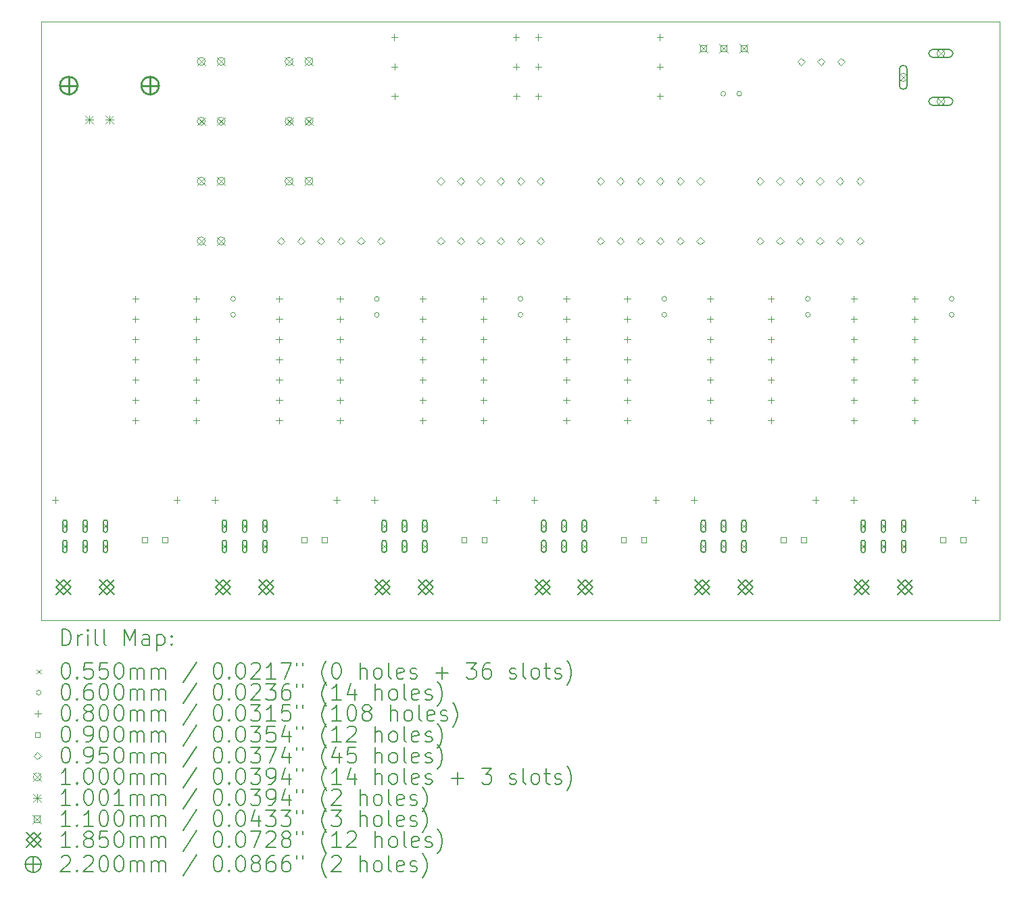
<source format=gbr>
%TF.GenerationSoftware,KiCad,Pcbnew,7.0.8*%
%TF.CreationDate,2024-02-13T18:26:07+01:00*%
%TF.ProjectId,BlankingRelay_Base,426c616e-6b69-46e6-9752-656c61795f42,rev?*%
%TF.SameCoordinates,Original*%
%TF.FileFunction,Drillmap*%
%TF.FilePolarity,Positive*%
%FSLAX45Y45*%
G04 Gerber Fmt 4.5, Leading zero omitted, Abs format (unit mm)*
G04 Created by KiCad (PCBNEW 7.0.8) date 2024-02-13 18:26:07*
%MOMM*%
%LPD*%
G01*
G04 APERTURE LIST*
%ADD10C,0.100000*%
%ADD11C,0.200000*%
%ADD12C,0.055000*%
%ADD13C,0.060000*%
%ADD14C,0.080000*%
%ADD15C,0.090000*%
%ADD16C,0.095000*%
%ADD17C,0.100076*%
%ADD18C,0.110000*%
%ADD19C,0.185000*%
%ADD20C,0.219964*%
G04 APERTURE END LIST*
D10*
X5000000Y-5000000D02*
X17000000Y-5000000D01*
X17000000Y-12500000D01*
X5000000Y-12500000D01*
X5000000Y-5000000D01*
D11*
D12*
X5263500Y-11295500D02*
X5318500Y-11350500D01*
X5318500Y-11295500D02*
X5263500Y-11350500D01*
D11*
X5263500Y-11273000D02*
X5263500Y-11373000D01*
X5263500Y-11373000D02*
G75*
G03*
X5318500Y-11373000I27500J0D01*
G01*
X5318500Y-11373000D02*
X5318500Y-11273000D01*
X5318500Y-11273000D02*
G75*
G03*
X5263500Y-11273000I-27500J0D01*
G01*
D12*
X5263500Y-11549500D02*
X5318500Y-11604500D01*
X5318500Y-11549500D02*
X5263500Y-11604500D01*
D11*
X5263500Y-11527000D02*
X5263500Y-11627000D01*
X5263500Y-11627000D02*
G75*
G03*
X5318500Y-11627000I27500J0D01*
G01*
X5318500Y-11627000D02*
X5318500Y-11527000D01*
X5318500Y-11527000D02*
G75*
G03*
X5263500Y-11527000I-27500J0D01*
G01*
D12*
X5517500Y-11295500D02*
X5572500Y-11350500D01*
X5572500Y-11295500D02*
X5517500Y-11350500D01*
D11*
X5517500Y-11273000D02*
X5517500Y-11373000D01*
X5517500Y-11373000D02*
G75*
G03*
X5572500Y-11373000I27500J0D01*
G01*
X5572500Y-11373000D02*
X5572500Y-11273000D01*
X5572500Y-11273000D02*
G75*
G03*
X5517500Y-11273000I-27500J0D01*
G01*
D12*
X5517500Y-11549500D02*
X5572500Y-11604500D01*
X5572500Y-11549500D02*
X5517500Y-11604500D01*
D11*
X5517500Y-11527000D02*
X5517500Y-11627000D01*
X5517500Y-11627000D02*
G75*
G03*
X5572500Y-11627000I27500J0D01*
G01*
X5572500Y-11627000D02*
X5572500Y-11527000D01*
X5572500Y-11527000D02*
G75*
G03*
X5517500Y-11527000I-27500J0D01*
G01*
D12*
X5771500Y-11295500D02*
X5826500Y-11350500D01*
X5826500Y-11295500D02*
X5771500Y-11350500D01*
D11*
X5771500Y-11273000D02*
X5771500Y-11373000D01*
X5771500Y-11373000D02*
G75*
G03*
X5826500Y-11373000I27500J0D01*
G01*
X5826500Y-11373000D02*
X5826500Y-11273000D01*
X5826500Y-11273000D02*
G75*
G03*
X5771500Y-11273000I-27500J0D01*
G01*
D12*
X5771500Y-11549500D02*
X5826500Y-11604500D01*
X5826500Y-11549500D02*
X5771500Y-11604500D01*
D11*
X5771500Y-11527000D02*
X5771500Y-11627000D01*
X5771500Y-11627000D02*
G75*
G03*
X5826500Y-11627000I27500J0D01*
G01*
X5826500Y-11627000D02*
X5826500Y-11527000D01*
X5826500Y-11527000D02*
G75*
G03*
X5771500Y-11527000I-27500J0D01*
G01*
D12*
X7263500Y-11295500D02*
X7318500Y-11350500D01*
X7318500Y-11295500D02*
X7263500Y-11350500D01*
D11*
X7263500Y-11273000D02*
X7263500Y-11373000D01*
X7263500Y-11373000D02*
G75*
G03*
X7318500Y-11373000I27500J0D01*
G01*
X7318500Y-11373000D02*
X7318500Y-11273000D01*
X7318500Y-11273000D02*
G75*
G03*
X7263500Y-11273000I-27500J0D01*
G01*
D12*
X7263500Y-11549500D02*
X7318500Y-11604500D01*
X7318500Y-11549500D02*
X7263500Y-11604500D01*
D11*
X7263500Y-11527000D02*
X7263500Y-11627000D01*
X7263500Y-11627000D02*
G75*
G03*
X7318500Y-11627000I27500J0D01*
G01*
X7318500Y-11627000D02*
X7318500Y-11527000D01*
X7318500Y-11527000D02*
G75*
G03*
X7263500Y-11527000I-27500J0D01*
G01*
D12*
X7517500Y-11295500D02*
X7572500Y-11350500D01*
X7572500Y-11295500D02*
X7517500Y-11350500D01*
D11*
X7517500Y-11273000D02*
X7517500Y-11373000D01*
X7517500Y-11373000D02*
G75*
G03*
X7572500Y-11373000I27500J0D01*
G01*
X7572500Y-11373000D02*
X7572500Y-11273000D01*
X7572500Y-11273000D02*
G75*
G03*
X7517500Y-11273000I-27500J0D01*
G01*
D12*
X7517500Y-11549500D02*
X7572500Y-11604500D01*
X7572500Y-11549500D02*
X7517500Y-11604500D01*
D11*
X7517500Y-11527000D02*
X7517500Y-11627000D01*
X7517500Y-11627000D02*
G75*
G03*
X7572500Y-11627000I27500J0D01*
G01*
X7572500Y-11627000D02*
X7572500Y-11527000D01*
X7572500Y-11527000D02*
G75*
G03*
X7517500Y-11527000I-27500J0D01*
G01*
D12*
X7771500Y-11295500D02*
X7826500Y-11350500D01*
X7826500Y-11295500D02*
X7771500Y-11350500D01*
D11*
X7771500Y-11273000D02*
X7771500Y-11373000D01*
X7771500Y-11373000D02*
G75*
G03*
X7826500Y-11373000I27500J0D01*
G01*
X7826500Y-11373000D02*
X7826500Y-11273000D01*
X7826500Y-11273000D02*
G75*
G03*
X7771500Y-11273000I-27500J0D01*
G01*
D12*
X7771500Y-11549500D02*
X7826500Y-11604500D01*
X7826500Y-11549500D02*
X7771500Y-11604500D01*
D11*
X7771500Y-11527000D02*
X7771500Y-11627000D01*
X7771500Y-11627000D02*
G75*
G03*
X7826500Y-11627000I27500J0D01*
G01*
X7826500Y-11627000D02*
X7826500Y-11527000D01*
X7826500Y-11527000D02*
G75*
G03*
X7771500Y-11527000I-27500J0D01*
G01*
D12*
X9263500Y-11295500D02*
X9318500Y-11350500D01*
X9318500Y-11295500D02*
X9263500Y-11350500D01*
D11*
X9263500Y-11273000D02*
X9263500Y-11373000D01*
X9263500Y-11373000D02*
G75*
G03*
X9318500Y-11373000I27500J0D01*
G01*
X9318500Y-11373000D02*
X9318500Y-11273000D01*
X9318500Y-11273000D02*
G75*
G03*
X9263500Y-11273000I-27500J0D01*
G01*
D12*
X9263500Y-11549500D02*
X9318500Y-11604500D01*
X9318500Y-11549500D02*
X9263500Y-11604500D01*
D11*
X9263500Y-11527000D02*
X9263500Y-11627000D01*
X9263500Y-11627000D02*
G75*
G03*
X9318500Y-11627000I27500J0D01*
G01*
X9318500Y-11627000D02*
X9318500Y-11527000D01*
X9318500Y-11527000D02*
G75*
G03*
X9263500Y-11527000I-27500J0D01*
G01*
D12*
X9517500Y-11295500D02*
X9572500Y-11350500D01*
X9572500Y-11295500D02*
X9517500Y-11350500D01*
D11*
X9517500Y-11273000D02*
X9517500Y-11373000D01*
X9517500Y-11373000D02*
G75*
G03*
X9572500Y-11373000I27500J0D01*
G01*
X9572500Y-11373000D02*
X9572500Y-11273000D01*
X9572500Y-11273000D02*
G75*
G03*
X9517500Y-11273000I-27500J0D01*
G01*
D12*
X9517500Y-11549500D02*
X9572500Y-11604500D01*
X9572500Y-11549500D02*
X9517500Y-11604500D01*
D11*
X9517500Y-11527000D02*
X9517500Y-11627000D01*
X9517500Y-11627000D02*
G75*
G03*
X9572500Y-11627000I27500J0D01*
G01*
X9572500Y-11627000D02*
X9572500Y-11527000D01*
X9572500Y-11527000D02*
G75*
G03*
X9517500Y-11527000I-27500J0D01*
G01*
D12*
X9771500Y-11295500D02*
X9826500Y-11350500D01*
X9826500Y-11295500D02*
X9771500Y-11350500D01*
D11*
X9771500Y-11273000D02*
X9771500Y-11373000D01*
X9771500Y-11373000D02*
G75*
G03*
X9826500Y-11373000I27500J0D01*
G01*
X9826500Y-11373000D02*
X9826500Y-11273000D01*
X9826500Y-11273000D02*
G75*
G03*
X9771500Y-11273000I-27500J0D01*
G01*
D12*
X9771500Y-11549500D02*
X9826500Y-11604500D01*
X9826500Y-11549500D02*
X9771500Y-11604500D01*
D11*
X9771500Y-11527000D02*
X9771500Y-11627000D01*
X9771500Y-11627000D02*
G75*
G03*
X9826500Y-11627000I27500J0D01*
G01*
X9826500Y-11627000D02*
X9826500Y-11527000D01*
X9826500Y-11527000D02*
G75*
G03*
X9771500Y-11527000I-27500J0D01*
G01*
D12*
X11263500Y-11295500D02*
X11318500Y-11350500D01*
X11318500Y-11295500D02*
X11263500Y-11350500D01*
D11*
X11263500Y-11273000D02*
X11263500Y-11373000D01*
X11263500Y-11373000D02*
G75*
G03*
X11318500Y-11373000I27500J0D01*
G01*
X11318500Y-11373000D02*
X11318500Y-11273000D01*
X11318500Y-11273000D02*
G75*
G03*
X11263500Y-11273000I-27500J0D01*
G01*
D12*
X11263500Y-11549500D02*
X11318500Y-11604500D01*
X11318500Y-11549500D02*
X11263500Y-11604500D01*
D11*
X11263500Y-11527000D02*
X11263500Y-11627000D01*
X11263500Y-11627000D02*
G75*
G03*
X11318500Y-11627000I27500J0D01*
G01*
X11318500Y-11627000D02*
X11318500Y-11527000D01*
X11318500Y-11527000D02*
G75*
G03*
X11263500Y-11527000I-27500J0D01*
G01*
D12*
X11517500Y-11295500D02*
X11572500Y-11350500D01*
X11572500Y-11295500D02*
X11517500Y-11350500D01*
D11*
X11517500Y-11273000D02*
X11517500Y-11373000D01*
X11517500Y-11373000D02*
G75*
G03*
X11572500Y-11373000I27500J0D01*
G01*
X11572500Y-11373000D02*
X11572500Y-11273000D01*
X11572500Y-11273000D02*
G75*
G03*
X11517500Y-11273000I-27500J0D01*
G01*
D12*
X11517500Y-11549500D02*
X11572500Y-11604500D01*
X11572500Y-11549500D02*
X11517500Y-11604500D01*
D11*
X11517500Y-11527000D02*
X11517500Y-11627000D01*
X11517500Y-11627000D02*
G75*
G03*
X11572500Y-11627000I27500J0D01*
G01*
X11572500Y-11627000D02*
X11572500Y-11527000D01*
X11572500Y-11527000D02*
G75*
G03*
X11517500Y-11527000I-27500J0D01*
G01*
D12*
X11771500Y-11295500D02*
X11826500Y-11350500D01*
X11826500Y-11295500D02*
X11771500Y-11350500D01*
D11*
X11771500Y-11273000D02*
X11771500Y-11373000D01*
X11771500Y-11373000D02*
G75*
G03*
X11826500Y-11373000I27500J0D01*
G01*
X11826500Y-11373000D02*
X11826500Y-11273000D01*
X11826500Y-11273000D02*
G75*
G03*
X11771500Y-11273000I-27500J0D01*
G01*
D12*
X11771500Y-11549500D02*
X11826500Y-11604500D01*
X11826500Y-11549500D02*
X11771500Y-11604500D01*
D11*
X11771500Y-11527000D02*
X11771500Y-11627000D01*
X11771500Y-11627000D02*
G75*
G03*
X11826500Y-11627000I27500J0D01*
G01*
X11826500Y-11627000D02*
X11826500Y-11527000D01*
X11826500Y-11527000D02*
G75*
G03*
X11771500Y-11527000I-27500J0D01*
G01*
D12*
X13263500Y-11295500D02*
X13318500Y-11350500D01*
X13318500Y-11295500D02*
X13263500Y-11350500D01*
D11*
X13263500Y-11273000D02*
X13263500Y-11373000D01*
X13263500Y-11373000D02*
G75*
G03*
X13318500Y-11373000I27500J0D01*
G01*
X13318500Y-11373000D02*
X13318500Y-11273000D01*
X13318500Y-11273000D02*
G75*
G03*
X13263500Y-11273000I-27500J0D01*
G01*
D12*
X13263500Y-11549500D02*
X13318500Y-11604500D01*
X13318500Y-11549500D02*
X13263500Y-11604500D01*
D11*
X13263500Y-11527000D02*
X13263500Y-11627000D01*
X13263500Y-11627000D02*
G75*
G03*
X13318500Y-11627000I27500J0D01*
G01*
X13318500Y-11627000D02*
X13318500Y-11527000D01*
X13318500Y-11527000D02*
G75*
G03*
X13263500Y-11527000I-27500J0D01*
G01*
D12*
X13517500Y-11295500D02*
X13572500Y-11350500D01*
X13572500Y-11295500D02*
X13517500Y-11350500D01*
D11*
X13517500Y-11273000D02*
X13517500Y-11373000D01*
X13517500Y-11373000D02*
G75*
G03*
X13572500Y-11373000I27500J0D01*
G01*
X13572500Y-11373000D02*
X13572500Y-11273000D01*
X13572500Y-11273000D02*
G75*
G03*
X13517500Y-11273000I-27500J0D01*
G01*
D12*
X13517500Y-11549500D02*
X13572500Y-11604500D01*
X13572500Y-11549500D02*
X13517500Y-11604500D01*
D11*
X13517500Y-11527000D02*
X13517500Y-11627000D01*
X13517500Y-11627000D02*
G75*
G03*
X13572500Y-11627000I27500J0D01*
G01*
X13572500Y-11627000D02*
X13572500Y-11527000D01*
X13572500Y-11527000D02*
G75*
G03*
X13517500Y-11527000I-27500J0D01*
G01*
D12*
X13771500Y-11295500D02*
X13826500Y-11350500D01*
X13826500Y-11295500D02*
X13771500Y-11350500D01*
D11*
X13771500Y-11273000D02*
X13771500Y-11373000D01*
X13771500Y-11373000D02*
G75*
G03*
X13826500Y-11373000I27500J0D01*
G01*
X13826500Y-11373000D02*
X13826500Y-11273000D01*
X13826500Y-11273000D02*
G75*
G03*
X13771500Y-11273000I-27500J0D01*
G01*
D12*
X13771500Y-11549500D02*
X13826500Y-11604500D01*
X13826500Y-11549500D02*
X13771500Y-11604500D01*
D11*
X13771500Y-11527000D02*
X13771500Y-11627000D01*
X13771500Y-11627000D02*
G75*
G03*
X13826500Y-11627000I27500J0D01*
G01*
X13826500Y-11627000D02*
X13826500Y-11527000D01*
X13826500Y-11527000D02*
G75*
G03*
X13771500Y-11527000I-27500J0D01*
G01*
D12*
X15263500Y-11295500D02*
X15318500Y-11350500D01*
X15318500Y-11295500D02*
X15263500Y-11350500D01*
D11*
X15263500Y-11273000D02*
X15263500Y-11373000D01*
X15263500Y-11373000D02*
G75*
G03*
X15318500Y-11373000I27500J0D01*
G01*
X15318500Y-11373000D02*
X15318500Y-11273000D01*
X15318500Y-11273000D02*
G75*
G03*
X15263500Y-11273000I-27500J0D01*
G01*
D12*
X15263500Y-11549500D02*
X15318500Y-11604500D01*
X15318500Y-11549500D02*
X15263500Y-11604500D01*
D11*
X15263500Y-11527000D02*
X15263500Y-11627000D01*
X15263500Y-11627000D02*
G75*
G03*
X15318500Y-11627000I27500J0D01*
G01*
X15318500Y-11627000D02*
X15318500Y-11527000D01*
X15318500Y-11527000D02*
G75*
G03*
X15263500Y-11527000I-27500J0D01*
G01*
D12*
X15517500Y-11295500D02*
X15572500Y-11350500D01*
X15572500Y-11295500D02*
X15517500Y-11350500D01*
D11*
X15517500Y-11273000D02*
X15517500Y-11373000D01*
X15517500Y-11373000D02*
G75*
G03*
X15572500Y-11373000I27500J0D01*
G01*
X15572500Y-11373000D02*
X15572500Y-11273000D01*
X15572500Y-11273000D02*
G75*
G03*
X15517500Y-11273000I-27500J0D01*
G01*
D12*
X15517500Y-11549500D02*
X15572500Y-11604500D01*
X15572500Y-11549500D02*
X15517500Y-11604500D01*
D11*
X15517500Y-11527000D02*
X15517500Y-11627000D01*
X15517500Y-11627000D02*
G75*
G03*
X15572500Y-11627000I27500J0D01*
G01*
X15572500Y-11627000D02*
X15572500Y-11527000D01*
X15572500Y-11527000D02*
G75*
G03*
X15517500Y-11527000I-27500J0D01*
G01*
D12*
X15771500Y-11295500D02*
X15826500Y-11350500D01*
X15826500Y-11295500D02*
X15771500Y-11350500D01*
D11*
X15771500Y-11273000D02*
X15771500Y-11373000D01*
X15771500Y-11373000D02*
G75*
G03*
X15826500Y-11373000I27500J0D01*
G01*
X15826500Y-11373000D02*
X15826500Y-11273000D01*
X15826500Y-11273000D02*
G75*
G03*
X15771500Y-11273000I-27500J0D01*
G01*
D12*
X15771500Y-11549500D02*
X15826500Y-11604500D01*
X15826500Y-11549500D02*
X15771500Y-11604500D01*
D11*
X15771500Y-11527000D02*
X15771500Y-11627000D01*
X15771500Y-11627000D02*
G75*
G03*
X15826500Y-11627000I27500J0D01*
G01*
X15826500Y-11627000D02*
X15826500Y-11527000D01*
X15826500Y-11527000D02*
G75*
G03*
X15771500Y-11527000I-27500J0D01*
G01*
D13*
X7430000Y-8475000D02*
G75*
G03*
X7430000Y-8475000I-30000J0D01*
G01*
X7430000Y-8675000D02*
G75*
G03*
X7430000Y-8675000I-30000J0D01*
G01*
X9230000Y-8475000D02*
G75*
G03*
X9230000Y-8475000I-30000J0D01*
G01*
X9230000Y-8675000D02*
G75*
G03*
X9230000Y-8675000I-30000J0D01*
G01*
X11030000Y-8475000D02*
G75*
G03*
X11030000Y-8475000I-30000J0D01*
G01*
X11030000Y-8675000D02*
G75*
G03*
X11030000Y-8675000I-30000J0D01*
G01*
X12830000Y-8475000D02*
G75*
G03*
X12830000Y-8475000I-30000J0D01*
G01*
X12830000Y-8675000D02*
G75*
G03*
X12830000Y-8675000I-30000J0D01*
G01*
X13570000Y-5905000D02*
G75*
G03*
X13570000Y-5905000I-30000J0D01*
G01*
X13770000Y-5905000D02*
G75*
G03*
X13770000Y-5905000I-30000J0D01*
G01*
X14630000Y-8475000D02*
G75*
G03*
X14630000Y-8475000I-30000J0D01*
G01*
X14630000Y-8675000D02*
G75*
G03*
X14630000Y-8675000I-30000J0D01*
G01*
X16430000Y-8475000D02*
G75*
G03*
X16430000Y-8475000I-30000J0D01*
G01*
X16430000Y-8675000D02*
G75*
G03*
X16430000Y-8675000I-30000J0D01*
G01*
D14*
X5171000Y-10955000D02*
X5171000Y-11035000D01*
X5131000Y-10995000D02*
X5211000Y-10995000D01*
X6175000Y-8435000D02*
X6175000Y-8515000D01*
X6135000Y-8475000D02*
X6215000Y-8475000D01*
X6175000Y-8689000D02*
X6175000Y-8769000D01*
X6135000Y-8729000D02*
X6215000Y-8729000D01*
X6175000Y-8943000D02*
X6175000Y-9023000D01*
X6135000Y-8983000D02*
X6215000Y-8983000D01*
X6175000Y-9197000D02*
X6175000Y-9277000D01*
X6135000Y-9237000D02*
X6215000Y-9237000D01*
X6175000Y-9451000D02*
X6175000Y-9531000D01*
X6135000Y-9491000D02*
X6215000Y-9491000D01*
X6175000Y-9705000D02*
X6175000Y-9785000D01*
X6135000Y-9745000D02*
X6215000Y-9745000D01*
X6175000Y-9959000D02*
X6175000Y-10039000D01*
X6135000Y-9999000D02*
X6215000Y-9999000D01*
X6695000Y-10955000D02*
X6695000Y-11035000D01*
X6655000Y-10995000D02*
X6735000Y-10995000D01*
X6937000Y-8435000D02*
X6937000Y-8515000D01*
X6897000Y-8475000D02*
X6977000Y-8475000D01*
X6937000Y-8689000D02*
X6937000Y-8769000D01*
X6897000Y-8729000D02*
X6977000Y-8729000D01*
X6937000Y-8943000D02*
X6937000Y-9023000D01*
X6897000Y-8983000D02*
X6977000Y-8983000D01*
X6937000Y-9197000D02*
X6937000Y-9277000D01*
X6897000Y-9237000D02*
X6977000Y-9237000D01*
X6937000Y-9451000D02*
X6937000Y-9531000D01*
X6897000Y-9491000D02*
X6977000Y-9491000D01*
X6937000Y-9705000D02*
X6937000Y-9785000D01*
X6897000Y-9745000D02*
X6977000Y-9745000D01*
X6937000Y-9959000D02*
X6937000Y-10039000D01*
X6897000Y-9999000D02*
X6977000Y-9999000D01*
X7171000Y-10955000D02*
X7171000Y-11035000D01*
X7131000Y-10995000D02*
X7211000Y-10995000D01*
X7975000Y-8435000D02*
X7975000Y-8515000D01*
X7935000Y-8475000D02*
X8015000Y-8475000D01*
X7975000Y-8689000D02*
X7975000Y-8769000D01*
X7935000Y-8729000D02*
X8015000Y-8729000D01*
X7975000Y-8943000D02*
X7975000Y-9023000D01*
X7935000Y-8983000D02*
X8015000Y-8983000D01*
X7975000Y-9197000D02*
X7975000Y-9277000D01*
X7935000Y-9237000D02*
X8015000Y-9237000D01*
X7975000Y-9451000D02*
X7975000Y-9531000D01*
X7935000Y-9491000D02*
X8015000Y-9491000D01*
X7975000Y-9705000D02*
X7975000Y-9785000D01*
X7935000Y-9745000D02*
X8015000Y-9745000D01*
X7975000Y-9959000D02*
X7975000Y-10039000D01*
X7935000Y-9999000D02*
X8015000Y-9999000D01*
X8695000Y-10955000D02*
X8695000Y-11035000D01*
X8655000Y-10995000D02*
X8735000Y-10995000D01*
X8737000Y-8435000D02*
X8737000Y-8515000D01*
X8697000Y-8475000D02*
X8777000Y-8475000D01*
X8737000Y-8689000D02*
X8737000Y-8769000D01*
X8697000Y-8729000D02*
X8777000Y-8729000D01*
X8737000Y-8943000D02*
X8737000Y-9023000D01*
X8697000Y-8983000D02*
X8777000Y-8983000D01*
X8737000Y-9197000D02*
X8737000Y-9277000D01*
X8697000Y-9237000D02*
X8777000Y-9237000D01*
X8737000Y-9451000D02*
X8737000Y-9531000D01*
X8697000Y-9491000D02*
X8777000Y-9491000D01*
X8737000Y-9705000D02*
X8737000Y-9785000D01*
X8697000Y-9745000D02*
X8777000Y-9745000D01*
X8737000Y-9959000D02*
X8737000Y-10039000D01*
X8697000Y-9999000D02*
X8777000Y-9999000D01*
X9171000Y-10955000D02*
X9171000Y-11035000D01*
X9131000Y-10995000D02*
X9211000Y-10995000D01*
X9419000Y-5155000D02*
X9419000Y-5235000D01*
X9379000Y-5195000D02*
X9459000Y-5195000D01*
X9421000Y-5525000D02*
X9421000Y-5605000D01*
X9381000Y-5565000D02*
X9461000Y-5565000D01*
X9423000Y-5895000D02*
X9423000Y-5975000D01*
X9383000Y-5935000D02*
X9463000Y-5935000D01*
X9775000Y-8435000D02*
X9775000Y-8515000D01*
X9735000Y-8475000D02*
X9815000Y-8475000D01*
X9775000Y-8689000D02*
X9775000Y-8769000D01*
X9735000Y-8729000D02*
X9815000Y-8729000D01*
X9775000Y-8943000D02*
X9775000Y-9023000D01*
X9735000Y-8983000D02*
X9815000Y-8983000D01*
X9775000Y-9197000D02*
X9775000Y-9277000D01*
X9735000Y-9237000D02*
X9815000Y-9237000D01*
X9775000Y-9451000D02*
X9775000Y-9531000D01*
X9735000Y-9491000D02*
X9815000Y-9491000D01*
X9775000Y-9705000D02*
X9775000Y-9785000D01*
X9735000Y-9745000D02*
X9815000Y-9745000D01*
X9775000Y-9959000D02*
X9775000Y-10039000D01*
X9735000Y-9999000D02*
X9815000Y-9999000D01*
X10537000Y-8435000D02*
X10537000Y-8515000D01*
X10497000Y-8475000D02*
X10577000Y-8475000D01*
X10537000Y-8689000D02*
X10537000Y-8769000D01*
X10497000Y-8729000D02*
X10577000Y-8729000D01*
X10537000Y-8943000D02*
X10537000Y-9023000D01*
X10497000Y-8983000D02*
X10577000Y-8983000D01*
X10537000Y-9197000D02*
X10537000Y-9277000D01*
X10497000Y-9237000D02*
X10577000Y-9237000D01*
X10537000Y-9451000D02*
X10537000Y-9531000D01*
X10497000Y-9491000D02*
X10577000Y-9491000D01*
X10537000Y-9705000D02*
X10537000Y-9785000D01*
X10497000Y-9745000D02*
X10577000Y-9745000D01*
X10537000Y-9959000D02*
X10537000Y-10039000D01*
X10497000Y-9999000D02*
X10577000Y-9999000D01*
X10695000Y-10955000D02*
X10695000Y-11035000D01*
X10655000Y-10995000D02*
X10735000Y-10995000D01*
X10943000Y-5155000D02*
X10943000Y-5235000D01*
X10903000Y-5195000D02*
X10983000Y-5195000D01*
X10945000Y-5525000D02*
X10945000Y-5605000D01*
X10905000Y-5565000D02*
X10985000Y-5565000D01*
X10947000Y-5895000D02*
X10947000Y-5975000D01*
X10907000Y-5935000D02*
X10987000Y-5935000D01*
X11171000Y-10955000D02*
X11171000Y-11035000D01*
X11131000Y-10995000D02*
X11211000Y-10995000D01*
X11223000Y-5155000D02*
X11223000Y-5235000D01*
X11183000Y-5195000D02*
X11263000Y-5195000D01*
X11223000Y-5525000D02*
X11223000Y-5605000D01*
X11183000Y-5565000D02*
X11263000Y-5565000D01*
X11223000Y-5895000D02*
X11223000Y-5975000D01*
X11183000Y-5935000D02*
X11263000Y-5935000D01*
X11575000Y-8435000D02*
X11575000Y-8515000D01*
X11535000Y-8475000D02*
X11615000Y-8475000D01*
X11575000Y-8689000D02*
X11575000Y-8769000D01*
X11535000Y-8729000D02*
X11615000Y-8729000D01*
X11575000Y-8943000D02*
X11575000Y-9023000D01*
X11535000Y-8983000D02*
X11615000Y-8983000D01*
X11575000Y-9197000D02*
X11575000Y-9277000D01*
X11535000Y-9237000D02*
X11615000Y-9237000D01*
X11575000Y-9451000D02*
X11575000Y-9531000D01*
X11535000Y-9491000D02*
X11615000Y-9491000D01*
X11575000Y-9705000D02*
X11575000Y-9785000D01*
X11535000Y-9745000D02*
X11615000Y-9745000D01*
X11575000Y-9959000D02*
X11575000Y-10039000D01*
X11535000Y-9999000D02*
X11615000Y-9999000D01*
X12337000Y-8435000D02*
X12337000Y-8515000D01*
X12297000Y-8475000D02*
X12377000Y-8475000D01*
X12337000Y-8689000D02*
X12337000Y-8769000D01*
X12297000Y-8729000D02*
X12377000Y-8729000D01*
X12337000Y-8943000D02*
X12337000Y-9023000D01*
X12297000Y-8983000D02*
X12377000Y-8983000D01*
X12337000Y-9197000D02*
X12337000Y-9277000D01*
X12297000Y-9237000D02*
X12377000Y-9237000D01*
X12337000Y-9451000D02*
X12337000Y-9531000D01*
X12297000Y-9491000D02*
X12377000Y-9491000D01*
X12337000Y-9705000D02*
X12337000Y-9785000D01*
X12297000Y-9745000D02*
X12377000Y-9745000D01*
X12337000Y-9959000D02*
X12337000Y-10039000D01*
X12297000Y-9999000D02*
X12377000Y-9999000D01*
X12695000Y-10955000D02*
X12695000Y-11035000D01*
X12655000Y-10995000D02*
X12735000Y-10995000D01*
X12747000Y-5155000D02*
X12747000Y-5235000D01*
X12707000Y-5195000D02*
X12787000Y-5195000D01*
X12747000Y-5525000D02*
X12747000Y-5605000D01*
X12707000Y-5565000D02*
X12787000Y-5565000D01*
X12747000Y-5895000D02*
X12747000Y-5975000D01*
X12707000Y-5935000D02*
X12787000Y-5935000D01*
X13171000Y-10955000D02*
X13171000Y-11035000D01*
X13131000Y-10995000D02*
X13211000Y-10995000D01*
X13375000Y-8435000D02*
X13375000Y-8515000D01*
X13335000Y-8475000D02*
X13415000Y-8475000D01*
X13375000Y-8689000D02*
X13375000Y-8769000D01*
X13335000Y-8729000D02*
X13415000Y-8729000D01*
X13375000Y-8943000D02*
X13375000Y-9023000D01*
X13335000Y-8983000D02*
X13415000Y-8983000D01*
X13375000Y-9197000D02*
X13375000Y-9277000D01*
X13335000Y-9237000D02*
X13415000Y-9237000D01*
X13375000Y-9451000D02*
X13375000Y-9531000D01*
X13335000Y-9491000D02*
X13415000Y-9491000D01*
X13375000Y-9705000D02*
X13375000Y-9785000D01*
X13335000Y-9745000D02*
X13415000Y-9745000D01*
X13375000Y-9959000D02*
X13375000Y-10039000D01*
X13335000Y-9999000D02*
X13415000Y-9999000D01*
X14137000Y-8435000D02*
X14137000Y-8515000D01*
X14097000Y-8475000D02*
X14177000Y-8475000D01*
X14137000Y-8689000D02*
X14137000Y-8769000D01*
X14097000Y-8729000D02*
X14177000Y-8729000D01*
X14137000Y-8943000D02*
X14137000Y-9023000D01*
X14097000Y-8983000D02*
X14177000Y-8983000D01*
X14137000Y-9197000D02*
X14137000Y-9277000D01*
X14097000Y-9237000D02*
X14177000Y-9237000D01*
X14137000Y-9451000D02*
X14137000Y-9531000D01*
X14097000Y-9491000D02*
X14177000Y-9491000D01*
X14137000Y-9705000D02*
X14137000Y-9785000D01*
X14097000Y-9745000D02*
X14177000Y-9745000D01*
X14137000Y-9959000D02*
X14137000Y-10039000D01*
X14097000Y-9999000D02*
X14177000Y-9999000D01*
X14695000Y-10955000D02*
X14695000Y-11035000D01*
X14655000Y-10995000D02*
X14735000Y-10995000D01*
X15171000Y-10955000D02*
X15171000Y-11035000D01*
X15131000Y-10995000D02*
X15211000Y-10995000D01*
X15175000Y-8435000D02*
X15175000Y-8515000D01*
X15135000Y-8475000D02*
X15215000Y-8475000D01*
X15175000Y-8689000D02*
X15175000Y-8769000D01*
X15135000Y-8729000D02*
X15215000Y-8729000D01*
X15175000Y-8943000D02*
X15175000Y-9023000D01*
X15135000Y-8983000D02*
X15215000Y-8983000D01*
X15175000Y-9197000D02*
X15175000Y-9277000D01*
X15135000Y-9237000D02*
X15215000Y-9237000D01*
X15175000Y-9451000D02*
X15175000Y-9531000D01*
X15135000Y-9491000D02*
X15215000Y-9491000D01*
X15175000Y-9705000D02*
X15175000Y-9785000D01*
X15135000Y-9745000D02*
X15215000Y-9745000D01*
X15175000Y-9959000D02*
X15175000Y-10039000D01*
X15135000Y-9999000D02*
X15215000Y-9999000D01*
X15937000Y-8435000D02*
X15937000Y-8515000D01*
X15897000Y-8475000D02*
X15977000Y-8475000D01*
X15937000Y-8689000D02*
X15937000Y-8769000D01*
X15897000Y-8729000D02*
X15977000Y-8729000D01*
X15937000Y-8943000D02*
X15937000Y-9023000D01*
X15897000Y-8983000D02*
X15977000Y-8983000D01*
X15937000Y-9197000D02*
X15937000Y-9277000D01*
X15897000Y-9237000D02*
X15977000Y-9237000D01*
X15937000Y-9451000D02*
X15937000Y-9531000D01*
X15897000Y-9491000D02*
X15977000Y-9491000D01*
X15937000Y-9705000D02*
X15937000Y-9785000D01*
X15897000Y-9745000D02*
X15977000Y-9745000D01*
X15937000Y-9959000D02*
X15937000Y-10039000D01*
X15897000Y-9999000D02*
X15977000Y-9999000D01*
X16695000Y-10955000D02*
X16695000Y-11035000D01*
X16655000Y-10995000D02*
X16735000Y-10995000D01*
D15*
X6322820Y-11526820D02*
X6322820Y-11463180D01*
X6259180Y-11463180D01*
X6259180Y-11526820D01*
X6322820Y-11526820D01*
X6576820Y-11526820D02*
X6576820Y-11463180D01*
X6513180Y-11463180D01*
X6513180Y-11526820D01*
X6576820Y-11526820D01*
X8322820Y-11526820D02*
X8322820Y-11463180D01*
X8259180Y-11463180D01*
X8259180Y-11526820D01*
X8322820Y-11526820D01*
X8576820Y-11526820D02*
X8576820Y-11463180D01*
X8513180Y-11463180D01*
X8513180Y-11526820D01*
X8576820Y-11526820D01*
X10322820Y-11526820D02*
X10322820Y-11463180D01*
X10259180Y-11463180D01*
X10259180Y-11526820D01*
X10322820Y-11526820D01*
X10576820Y-11526820D02*
X10576820Y-11463180D01*
X10513180Y-11463180D01*
X10513180Y-11526820D01*
X10576820Y-11526820D01*
X12322820Y-11526820D02*
X12322820Y-11463180D01*
X12259180Y-11463180D01*
X12259180Y-11526820D01*
X12322820Y-11526820D01*
X12576820Y-11526820D02*
X12576820Y-11463180D01*
X12513180Y-11463180D01*
X12513180Y-11526820D01*
X12576820Y-11526820D01*
X14322820Y-11526820D02*
X14322820Y-11463180D01*
X14259180Y-11463180D01*
X14259180Y-11526820D01*
X14322820Y-11526820D01*
X14576820Y-11526820D02*
X14576820Y-11463180D01*
X14513180Y-11463180D01*
X14513180Y-11526820D01*
X14576820Y-11526820D01*
X16322820Y-11526820D02*
X16322820Y-11463180D01*
X16259180Y-11463180D01*
X16259180Y-11526820D01*
X16322820Y-11526820D01*
X16576820Y-11526820D02*
X16576820Y-11463180D01*
X16513180Y-11463180D01*
X16513180Y-11526820D01*
X16576820Y-11526820D01*
D16*
X8000000Y-7797500D02*
X8047500Y-7750000D01*
X8000000Y-7702500D01*
X7952500Y-7750000D01*
X8000000Y-7797500D01*
X8250000Y-7797500D02*
X8297500Y-7750000D01*
X8250000Y-7702500D01*
X8202500Y-7750000D01*
X8250000Y-7797500D01*
X8500000Y-7797500D02*
X8547500Y-7750000D01*
X8500000Y-7702500D01*
X8452500Y-7750000D01*
X8500000Y-7797500D01*
X8750000Y-7797500D02*
X8797500Y-7750000D01*
X8750000Y-7702500D01*
X8702500Y-7750000D01*
X8750000Y-7797500D01*
X9000000Y-7797500D02*
X9047500Y-7750000D01*
X9000000Y-7702500D01*
X8952500Y-7750000D01*
X9000000Y-7797500D01*
X9250000Y-7797500D02*
X9297500Y-7750000D01*
X9250000Y-7702500D01*
X9202500Y-7750000D01*
X9250000Y-7797500D01*
X10000000Y-7047500D02*
X10047500Y-7000000D01*
X10000000Y-6952500D01*
X9952500Y-7000000D01*
X10000000Y-7047500D01*
X10000000Y-7797500D02*
X10047500Y-7750000D01*
X10000000Y-7702500D01*
X9952500Y-7750000D01*
X10000000Y-7797500D01*
X10250000Y-7047500D02*
X10297500Y-7000000D01*
X10250000Y-6952500D01*
X10202500Y-7000000D01*
X10250000Y-7047500D01*
X10250000Y-7797500D02*
X10297500Y-7750000D01*
X10250000Y-7702500D01*
X10202500Y-7750000D01*
X10250000Y-7797500D01*
X10500000Y-7047500D02*
X10547500Y-7000000D01*
X10500000Y-6952500D01*
X10452500Y-7000000D01*
X10500000Y-7047500D01*
X10500000Y-7797500D02*
X10547500Y-7750000D01*
X10500000Y-7702500D01*
X10452500Y-7750000D01*
X10500000Y-7797500D01*
X10750000Y-7047500D02*
X10797500Y-7000000D01*
X10750000Y-6952500D01*
X10702500Y-7000000D01*
X10750000Y-7047500D01*
X10750000Y-7797500D02*
X10797500Y-7750000D01*
X10750000Y-7702500D01*
X10702500Y-7750000D01*
X10750000Y-7797500D01*
X11000000Y-7047500D02*
X11047500Y-7000000D01*
X11000000Y-6952500D01*
X10952500Y-7000000D01*
X11000000Y-7047500D01*
X11000000Y-7797500D02*
X11047500Y-7750000D01*
X11000000Y-7702500D01*
X10952500Y-7750000D01*
X11000000Y-7797500D01*
X11250000Y-7047500D02*
X11297500Y-7000000D01*
X11250000Y-6952500D01*
X11202500Y-7000000D01*
X11250000Y-7047500D01*
X11250000Y-7797500D02*
X11297500Y-7750000D01*
X11250000Y-7702500D01*
X11202500Y-7750000D01*
X11250000Y-7797500D01*
X12000000Y-7047500D02*
X12047500Y-7000000D01*
X12000000Y-6952500D01*
X11952500Y-7000000D01*
X12000000Y-7047500D01*
X12000000Y-7797500D02*
X12047500Y-7750000D01*
X12000000Y-7702500D01*
X11952500Y-7750000D01*
X12000000Y-7797500D01*
X12250000Y-7047500D02*
X12297500Y-7000000D01*
X12250000Y-6952500D01*
X12202500Y-7000000D01*
X12250000Y-7047500D01*
X12250000Y-7797500D02*
X12297500Y-7750000D01*
X12250000Y-7702500D01*
X12202500Y-7750000D01*
X12250000Y-7797500D01*
X12500000Y-7047500D02*
X12547500Y-7000000D01*
X12500000Y-6952500D01*
X12452500Y-7000000D01*
X12500000Y-7047500D01*
X12500000Y-7797500D02*
X12547500Y-7750000D01*
X12500000Y-7702500D01*
X12452500Y-7750000D01*
X12500000Y-7797500D01*
X12750000Y-7047500D02*
X12797500Y-7000000D01*
X12750000Y-6952500D01*
X12702500Y-7000000D01*
X12750000Y-7047500D01*
X12750000Y-7797500D02*
X12797500Y-7750000D01*
X12750000Y-7702500D01*
X12702500Y-7750000D01*
X12750000Y-7797500D01*
X13000000Y-7047500D02*
X13047500Y-7000000D01*
X13000000Y-6952500D01*
X12952500Y-7000000D01*
X13000000Y-7047500D01*
X13000000Y-7797500D02*
X13047500Y-7750000D01*
X13000000Y-7702500D01*
X12952500Y-7750000D01*
X13000000Y-7797500D01*
X13250000Y-7047500D02*
X13297500Y-7000000D01*
X13250000Y-6952500D01*
X13202500Y-7000000D01*
X13250000Y-7047500D01*
X13250000Y-7797500D02*
X13297500Y-7750000D01*
X13250000Y-7702500D01*
X13202500Y-7750000D01*
X13250000Y-7797500D01*
X14000000Y-7047500D02*
X14047500Y-7000000D01*
X14000000Y-6952500D01*
X13952500Y-7000000D01*
X14000000Y-7047500D01*
X14000000Y-7797500D02*
X14047500Y-7750000D01*
X14000000Y-7702500D01*
X13952500Y-7750000D01*
X14000000Y-7797500D01*
X14250000Y-7047500D02*
X14297500Y-7000000D01*
X14250000Y-6952500D01*
X14202500Y-7000000D01*
X14250000Y-7047500D01*
X14250000Y-7797500D02*
X14297500Y-7750000D01*
X14250000Y-7702500D01*
X14202500Y-7750000D01*
X14250000Y-7797500D01*
X14500000Y-7047500D02*
X14547500Y-7000000D01*
X14500000Y-6952500D01*
X14452500Y-7000000D01*
X14500000Y-7047500D01*
X14500000Y-7797500D02*
X14547500Y-7750000D01*
X14500000Y-7702500D01*
X14452500Y-7750000D01*
X14500000Y-7797500D01*
X14515000Y-5552500D02*
X14562500Y-5505000D01*
X14515000Y-5457500D01*
X14467500Y-5505000D01*
X14515000Y-5552500D01*
X14750000Y-7047500D02*
X14797500Y-7000000D01*
X14750000Y-6952500D01*
X14702500Y-7000000D01*
X14750000Y-7047500D01*
X14750000Y-7797500D02*
X14797500Y-7750000D01*
X14750000Y-7702500D01*
X14702500Y-7750000D01*
X14750000Y-7797500D01*
X14765000Y-5552500D02*
X14812500Y-5505000D01*
X14765000Y-5457500D01*
X14717500Y-5505000D01*
X14765000Y-5552500D01*
X15000000Y-7047500D02*
X15047500Y-7000000D01*
X15000000Y-6952500D01*
X14952500Y-7000000D01*
X15000000Y-7047500D01*
X15000000Y-7797500D02*
X15047500Y-7750000D01*
X15000000Y-7702500D01*
X14952500Y-7750000D01*
X15000000Y-7797500D01*
X15015000Y-5552500D02*
X15062500Y-5505000D01*
X15015000Y-5457500D01*
X14967500Y-5505000D01*
X15015000Y-5552500D01*
X15250000Y-7047500D02*
X15297500Y-7000000D01*
X15250000Y-6952500D01*
X15202500Y-7000000D01*
X15250000Y-7047500D01*
X15250000Y-7797500D02*
X15297500Y-7750000D01*
X15250000Y-7702500D01*
X15202500Y-7750000D01*
X15250000Y-7797500D01*
D10*
X6950000Y-5450000D02*
X7050000Y-5550000D01*
X7050000Y-5450000D02*
X6950000Y-5550000D01*
X7050000Y-5500000D02*
G75*
G03*
X7050000Y-5500000I-50000J0D01*
G01*
X6950000Y-6200000D02*
X7050000Y-6300000D01*
X7050000Y-6200000D02*
X6950000Y-6300000D01*
X7050000Y-6250000D02*
G75*
G03*
X7050000Y-6250000I-50000J0D01*
G01*
X6950000Y-6950000D02*
X7050000Y-7050000D01*
X7050000Y-6950000D02*
X6950000Y-7050000D01*
X7050000Y-7000000D02*
G75*
G03*
X7050000Y-7000000I-50000J0D01*
G01*
X6950000Y-7700000D02*
X7050000Y-7800000D01*
X7050000Y-7700000D02*
X6950000Y-7800000D01*
X7050000Y-7750000D02*
G75*
G03*
X7050000Y-7750000I-50000J0D01*
G01*
X7200000Y-5450000D02*
X7300000Y-5550000D01*
X7300000Y-5450000D02*
X7200000Y-5550000D01*
X7300000Y-5500000D02*
G75*
G03*
X7300000Y-5500000I-50000J0D01*
G01*
X7200000Y-6200000D02*
X7300000Y-6300000D01*
X7300000Y-6200000D02*
X7200000Y-6300000D01*
X7300000Y-6250000D02*
G75*
G03*
X7300000Y-6250000I-50000J0D01*
G01*
X7200000Y-6950000D02*
X7300000Y-7050000D01*
X7300000Y-6950000D02*
X7200000Y-7050000D01*
X7300000Y-7000000D02*
G75*
G03*
X7300000Y-7000000I-50000J0D01*
G01*
X7200000Y-7700000D02*
X7300000Y-7800000D01*
X7300000Y-7700000D02*
X7200000Y-7800000D01*
X7300000Y-7750000D02*
G75*
G03*
X7300000Y-7750000I-50000J0D01*
G01*
X8050000Y-5450000D02*
X8150000Y-5550000D01*
X8150000Y-5450000D02*
X8050000Y-5550000D01*
X8150000Y-5500000D02*
G75*
G03*
X8150000Y-5500000I-50000J0D01*
G01*
X8050000Y-6200000D02*
X8150000Y-6300000D01*
X8150000Y-6200000D02*
X8050000Y-6300000D01*
X8150000Y-6250000D02*
G75*
G03*
X8150000Y-6250000I-50000J0D01*
G01*
X8050000Y-6950000D02*
X8150000Y-7050000D01*
X8150000Y-6950000D02*
X8050000Y-7050000D01*
X8150000Y-7000000D02*
G75*
G03*
X8150000Y-7000000I-50000J0D01*
G01*
X8300000Y-5450000D02*
X8400000Y-5550000D01*
X8400000Y-5450000D02*
X8300000Y-5550000D01*
X8400000Y-5500000D02*
G75*
G03*
X8400000Y-5500000I-50000J0D01*
G01*
X8300000Y-6200000D02*
X8400000Y-6300000D01*
X8400000Y-6200000D02*
X8300000Y-6300000D01*
X8400000Y-6250000D02*
G75*
G03*
X8400000Y-6250000I-50000J0D01*
G01*
X8300000Y-6950000D02*
X8400000Y-7050000D01*
X8400000Y-6950000D02*
X8300000Y-7050000D01*
X8400000Y-7000000D02*
G75*
G03*
X8400000Y-7000000I-50000J0D01*
G01*
X15745000Y-5650000D02*
X15845000Y-5750000D01*
X15845000Y-5650000D02*
X15745000Y-5750000D01*
X15845000Y-5700000D02*
G75*
G03*
X15845000Y-5700000I-50000J0D01*
G01*
D11*
X15745000Y-5600000D02*
X15745000Y-5800000D01*
X15745000Y-5800000D02*
G75*
G03*
X15845000Y-5800000I50000J0D01*
G01*
X15845000Y-5800000D02*
X15845000Y-5600000D01*
X15845000Y-5600000D02*
G75*
G03*
X15745000Y-5600000I-50000J0D01*
G01*
D10*
X16215000Y-5350000D02*
X16315000Y-5450000D01*
X16315000Y-5350000D02*
X16215000Y-5450000D01*
X16315000Y-5400000D02*
G75*
G03*
X16315000Y-5400000I-50000J0D01*
G01*
D11*
X16365000Y-5350000D02*
X16165000Y-5350000D01*
X16165000Y-5350000D02*
G75*
G03*
X16165000Y-5450000I0J-50000D01*
G01*
X16165000Y-5450000D02*
X16365000Y-5450000D01*
X16365000Y-5450000D02*
G75*
G03*
X16365000Y-5350000I0J50000D01*
G01*
D10*
X16215000Y-5950000D02*
X16315000Y-6050000D01*
X16315000Y-5950000D02*
X16215000Y-6050000D01*
X16315000Y-6000000D02*
G75*
G03*
X16315000Y-6000000I-50000J0D01*
G01*
D11*
X16365000Y-5950000D02*
X16165000Y-5950000D01*
X16165000Y-5950000D02*
G75*
G03*
X16165000Y-6050000I0J-50000D01*
G01*
X16165000Y-6050000D02*
X16365000Y-6050000D01*
X16365000Y-6050000D02*
G75*
G03*
X16365000Y-5950000I0J50000D01*
G01*
D17*
X5550026Y-6180067D02*
X5650102Y-6280143D01*
X5650102Y-6180067D02*
X5550026Y-6280143D01*
X5600064Y-6180067D02*
X5600064Y-6280143D01*
X5550026Y-6230105D02*
X5650102Y-6230105D01*
X5799962Y-6180067D02*
X5900038Y-6280143D01*
X5900038Y-6180067D02*
X5799962Y-6280143D01*
X5850000Y-6180067D02*
X5850000Y-6280143D01*
X5799962Y-6230105D02*
X5900038Y-6230105D01*
D18*
X13232000Y-5280000D02*
X13342000Y-5390000D01*
X13342000Y-5280000D02*
X13232000Y-5390000D01*
X13325891Y-5373891D02*
X13325891Y-5296109D01*
X13248109Y-5296109D01*
X13248109Y-5373891D01*
X13325891Y-5373891D01*
X13486000Y-5280000D02*
X13596000Y-5390000D01*
X13596000Y-5280000D02*
X13486000Y-5390000D01*
X13579891Y-5373891D02*
X13579891Y-5296109D01*
X13502109Y-5296109D01*
X13502109Y-5373891D01*
X13579891Y-5373891D01*
X13740000Y-5280000D02*
X13850000Y-5390000D01*
X13850000Y-5280000D02*
X13740000Y-5390000D01*
X13833891Y-5373891D02*
X13833891Y-5296109D01*
X13756109Y-5296109D01*
X13756109Y-5373891D01*
X13833891Y-5373891D01*
D19*
X5182500Y-11992500D02*
X5367500Y-12177500D01*
X5367500Y-11992500D02*
X5182500Y-12177500D01*
X5275000Y-12177500D02*
X5367500Y-12085000D01*
X5275000Y-11992500D01*
X5182500Y-12085000D01*
X5275000Y-12177500D01*
X5722500Y-11992500D02*
X5907500Y-12177500D01*
X5907500Y-11992500D02*
X5722500Y-12177500D01*
X5815000Y-12177500D02*
X5907500Y-12085000D01*
X5815000Y-11992500D01*
X5722500Y-12085000D01*
X5815000Y-12177500D01*
X7182500Y-11992500D02*
X7367500Y-12177500D01*
X7367500Y-11992500D02*
X7182500Y-12177500D01*
X7275000Y-12177500D02*
X7367500Y-12085000D01*
X7275000Y-11992500D01*
X7182500Y-12085000D01*
X7275000Y-12177500D01*
X7722500Y-11992500D02*
X7907500Y-12177500D01*
X7907500Y-11992500D02*
X7722500Y-12177500D01*
X7815000Y-12177500D02*
X7907500Y-12085000D01*
X7815000Y-11992500D01*
X7722500Y-12085000D01*
X7815000Y-12177500D01*
X9182500Y-11992500D02*
X9367500Y-12177500D01*
X9367500Y-11992500D02*
X9182500Y-12177500D01*
X9275000Y-12177500D02*
X9367500Y-12085000D01*
X9275000Y-11992500D01*
X9182500Y-12085000D01*
X9275000Y-12177500D01*
X9722500Y-11992500D02*
X9907500Y-12177500D01*
X9907500Y-11992500D02*
X9722500Y-12177500D01*
X9815000Y-12177500D02*
X9907500Y-12085000D01*
X9815000Y-11992500D01*
X9722500Y-12085000D01*
X9815000Y-12177500D01*
X11182500Y-11992500D02*
X11367500Y-12177500D01*
X11367500Y-11992500D02*
X11182500Y-12177500D01*
X11275000Y-12177500D02*
X11367500Y-12085000D01*
X11275000Y-11992500D01*
X11182500Y-12085000D01*
X11275000Y-12177500D01*
X11722500Y-11992500D02*
X11907500Y-12177500D01*
X11907500Y-11992500D02*
X11722500Y-12177500D01*
X11815000Y-12177500D02*
X11907500Y-12085000D01*
X11815000Y-11992500D01*
X11722500Y-12085000D01*
X11815000Y-12177500D01*
X13182500Y-11992500D02*
X13367500Y-12177500D01*
X13367500Y-11992500D02*
X13182500Y-12177500D01*
X13275000Y-12177500D02*
X13367500Y-12085000D01*
X13275000Y-11992500D01*
X13182500Y-12085000D01*
X13275000Y-12177500D01*
X13722500Y-11992500D02*
X13907500Y-12177500D01*
X13907500Y-11992500D02*
X13722500Y-12177500D01*
X13815000Y-12177500D02*
X13907500Y-12085000D01*
X13815000Y-11992500D01*
X13722500Y-12085000D01*
X13815000Y-12177500D01*
X15182500Y-11992500D02*
X15367500Y-12177500D01*
X15367500Y-11992500D02*
X15182500Y-12177500D01*
X15275000Y-12177500D02*
X15367500Y-12085000D01*
X15275000Y-11992500D01*
X15182500Y-12085000D01*
X15275000Y-12177500D01*
X15722500Y-11992500D02*
X15907500Y-12177500D01*
X15907500Y-11992500D02*
X15722500Y-12177500D01*
X15815000Y-12177500D02*
X15907500Y-12085000D01*
X15815000Y-11992500D01*
X15722500Y-12085000D01*
X15815000Y-12177500D01*
D20*
X5340222Y-5693657D02*
X5340222Y-5913621D01*
X5230240Y-5803639D02*
X5450204Y-5803639D01*
X5450204Y-5803639D02*
G75*
G03*
X5450204Y-5803639I-109982J0D01*
G01*
X6360032Y-5693657D02*
X6360032Y-5913621D01*
X6250050Y-5803639D02*
X6470014Y-5803639D01*
X6470014Y-5803639D02*
G75*
G03*
X6470014Y-5803639I-109982J0D01*
G01*
D11*
X5255777Y-12816484D02*
X5255777Y-12616484D01*
X5255777Y-12616484D02*
X5303396Y-12616484D01*
X5303396Y-12616484D02*
X5331967Y-12626008D01*
X5331967Y-12626008D02*
X5351015Y-12645055D01*
X5351015Y-12645055D02*
X5360539Y-12664103D01*
X5360539Y-12664103D02*
X5370063Y-12702198D01*
X5370063Y-12702198D02*
X5370063Y-12730769D01*
X5370063Y-12730769D02*
X5360539Y-12768865D01*
X5360539Y-12768865D02*
X5351015Y-12787912D01*
X5351015Y-12787912D02*
X5331967Y-12806960D01*
X5331967Y-12806960D02*
X5303396Y-12816484D01*
X5303396Y-12816484D02*
X5255777Y-12816484D01*
X5455777Y-12816484D02*
X5455777Y-12683150D01*
X5455777Y-12721246D02*
X5465301Y-12702198D01*
X5465301Y-12702198D02*
X5474824Y-12692674D01*
X5474824Y-12692674D02*
X5493872Y-12683150D01*
X5493872Y-12683150D02*
X5512920Y-12683150D01*
X5579586Y-12816484D02*
X5579586Y-12683150D01*
X5579586Y-12616484D02*
X5570063Y-12626008D01*
X5570063Y-12626008D02*
X5579586Y-12635531D01*
X5579586Y-12635531D02*
X5589110Y-12626008D01*
X5589110Y-12626008D02*
X5579586Y-12616484D01*
X5579586Y-12616484D02*
X5579586Y-12635531D01*
X5703396Y-12816484D02*
X5684348Y-12806960D01*
X5684348Y-12806960D02*
X5674824Y-12787912D01*
X5674824Y-12787912D02*
X5674824Y-12616484D01*
X5808158Y-12816484D02*
X5789110Y-12806960D01*
X5789110Y-12806960D02*
X5779586Y-12787912D01*
X5779586Y-12787912D02*
X5779586Y-12616484D01*
X6036729Y-12816484D02*
X6036729Y-12616484D01*
X6036729Y-12616484D02*
X6103396Y-12759341D01*
X6103396Y-12759341D02*
X6170062Y-12616484D01*
X6170062Y-12616484D02*
X6170062Y-12816484D01*
X6351015Y-12816484D02*
X6351015Y-12711722D01*
X6351015Y-12711722D02*
X6341491Y-12692674D01*
X6341491Y-12692674D02*
X6322443Y-12683150D01*
X6322443Y-12683150D02*
X6284348Y-12683150D01*
X6284348Y-12683150D02*
X6265301Y-12692674D01*
X6351015Y-12806960D02*
X6331967Y-12816484D01*
X6331967Y-12816484D02*
X6284348Y-12816484D01*
X6284348Y-12816484D02*
X6265301Y-12806960D01*
X6265301Y-12806960D02*
X6255777Y-12787912D01*
X6255777Y-12787912D02*
X6255777Y-12768865D01*
X6255777Y-12768865D02*
X6265301Y-12749817D01*
X6265301Y-12749817D02*
X6284348Y-12740293D01*
X6284348Y-12740293D02*
X6331967Y-12740293D01*
X6331967Y-12740293D02*
X6351015Y-12730769D01*
X6446253Y-12683150D02*
X6446253Y-12883150D01*
X6446253Y-12692674D02*
X6465301Y-12683150D01*
X6465301Y-12683150D02*
X6503396Y-12683150D01*
X6503396Y-12683150D02*
X6522443Y-12692674D01*
X6522443Y-12692674D02*
X6531967Y-12702198D01*
X6531967Y-12702198D02*
X6541491Y-12721246D01*
X6541491Y-12721246D02*
X6541491Y-12778388D01*
X6541491Y-12778388D02*
X6531967Y-12797436D01*
X6531967Y-12797436D02*
X6522443Y-12806960D01*
X6522443Y-12806960D02*
X6503396Y-12816484D01*
X6503396Y-12816484D02*
X6465301Y-12816484D01*
X6465301Y-12816484D02*
X6446253Y-12806960D01*
X6627205Y-12797436D02*
X6636729Y-12806960D01*
X6636729Y-12806960D02*
X6627205Y-12816484D01*
X6627205Y-12816484D02*
X6617682Y-12806960D01*
X6617682Y-12806960D02*
X6627205Y-12797436D01*
X6627205Y-12797436D02*
X6627205Y-12816484D01*
X6627205Y-12692674D02*
X6636729Y-12702198D01*
X6636729Y-12702198D02*
X6627205Y-12711722D01*
X6627205Y-12711722D02*
X6617682Y-12702198D01*
X6617682Y-12702198D02*
X6627205Y-12692674D01*
X6627205Y-12692674D02*
X6627205Y-12711722D01*
D12*
X4940000Y-13117500D02*
X4995000Y-13172500D01*
X4995000Y-13117500D02*
X4940000Y-13172500D01*
D11*
X5293872Y-13036484D02*
X5312920Y-13036484D01*
X5312920Y-13036484D02*
X5331967Y-13046008D01*
X5331967Y-13046008D02*
X5341491Y-13055531D01*
X5341491Y-13055531D02*
X5351015Y-13074579D01*
X5351015Y-13074579D02*
X5360539Y-13112674D01*
X5360539Y-13112674D02*
X5360539Y-13160293D01*
X5360539Y-13160293D02*
X5351015Y-13198388D01*
X5351015Y-13198388D02*
X5341491Y-13217436D01*
X5341491Y-13217436D02*
X5331967Y-13226960D01*
X5331967Y-13226960D02*
X5312920Y-13236484D01*
X5312920Y-13236484D02*
X5293872Y-13236484D01*
X5293872Y-13236484D02*
X5274824Y-13226960D01*
X5274824Y-13226960D02*
X5265301Y-13217436D01*
X5265301Y-13217436D02*
X5255777Y-13198388D01*
X5255777Y-13198388D02*
X5246253Y-13160293D01*
X5246253Y-13160293D02*
X5246253Y-13112674D01*
X5246253Y-13112674D02*
X5255777Y-13074579D01*
X5255777Y-13074579D02*
X5265301Y-13055531D01*
X5265301Y-13055531D02*
X5274824Y-13046008D01*
X5274824Y-13046008D02*
X5293872Y-13036484D01*
X5446253Y-13217436D02*
X5455777Y-13226960D01*
X5455777Y-13226960D02*
X5446253Y-13236484D01*
X5446253Y-13236484D02*
X5436729Y-13226960D01*
X5436729Y-13226960D02*
X5446253Y-13217436D01*
X5446253Y-13217436D02*
X5446253Y-13236484D01*
X5636729Y-13036484D02*
X5541491Y-13036484D01*
X5541491Y-13036484D02*
X5531967Y-13131722D01*
X5531967Y-13131722D02*
X5541491Y-13122198D01*
X5541491Y-13122198D02*
X5560539Y-13112674D01*
X5560539Y-13112674D02*
X5608158Y-13112674D01*
X5608158Y-13112674D02*
X5627205Y-13122198D01*
X5627205Y-13122198D02*
X5636729Y-13131722D01*
X5636729Y-13131722D02*
X5646253Y-13150769D01*
X5646253Y-13150769D02*
X5646253Y-13198388D01*
X5646253Y-13198388D02*
X5636729Y-13217436D01*
X5636729Y-13217436D02*
X5627205Y-13226960D01*
X5627205Y-13226960D02*
X5608158Y-13236484D01*
X5608158Y-13236484D02*
X5560539Y-13236484D01*
X5560539Y-13236484D02*
X5541491Y-13226960D01*
X5541491Y-13226960D02*
X5531967Y-13217436D01*
X5827205Y-13036484D02*
X5731967Y-13036484D01*
X5731967Y-13036484D02*
X5722443Y-13131722D01*
X5722443Y-13131722D02*
X5731967Y-13122198D01*
X5731967Y-13122198D02*
X5751015Y-13112674D01*
X5751015Y-13112674D02*
X5798634Y-13112674D01*
X5798634Y-13112674D02*
X5817682Y-13122198D01*
X5817682Y-13122198D02*
X5827205Y-13131722D01*
X5827205Y-13131722D02*
X5836729Y-13150769D01*
X5836729Y-13150769D02*
X5836729Y-13198388D01*
X5836729Y-13198388D02*
X5827205Y-13217436D01*
X5827205Y-13217436D02*
X5817682Y-13226960D01*
X5817682Y-13226960D02*
X5798634Y-13236484D01*
X5798634Y-13236484D02*
X5751015Y-13236484D01*
X5751015Y-13236484D02*
X5731967Y-13226960D01*
X5731967Y-13226960D02*
X5722443Y-13217436D01*
X5960539Y-13036484D02*
X5979586Y-13036484D01*
X5979586Y-13036484D02*
X5998634Y-13046008D01*
X5998634Y-13046008D02*
X6008158Y-13055531D01*
X6008158Y-13055531D02*
X6017682Y-13074579D01*
X6017682Y-13074579D02*
X6027205Y-13112674D01*
X6027205Y-13112674D02*
X6027205Y-13160293D01*
X6027205Y-13160293D02*
X6017682Y-13198388D01*
X6017682Y-13198388D02*
X6008158Y-13217436D01*
X6008158Y-13217436D02*
X5998634Y-13226960D01*
X5998634Y-13226960D02*
X5979586Y-13236484D01*
X5979586Y-13236484D02*
X5960539Y-13236484D01*
X5960539Y-13236484D02*
X5941491Y-13226960D01*
X5941491Y-13226960D02*
X5931967Y-13217436D01*
X5931967Y-13217436D02*
X5922443Y-13198388D01*
X5922443Y-13198388D02*
X5912920Y-13160293D01*
X5912920Y-13160293D02*
X5912920Y-13112674D01*
X5912920Y-13112674D02*
X5922443Y-13074579D01*
X5922443Y-13074579D02*
X5931967Y-13055531D01*
X5931967Y-13055531D02*
X5941491Y-13046008D01*
X5941491Y-13046008D02*
X5960539Y-13036484D01*
X6112920Y-13236484D02*
X6112920Y-13103150D01*
X6112920Y-13122198D02*
X6122443Y-13112674D01*
X6122443Y-13112674D02*
X6141491Y-13103150D01*
X6141491Y-13103150D02*
X6170063Y-13103150D01*
X6170063Y-13103150D02*
X6189110Y-13112674D01*
X6189110Y-13112674D02*
X6198634Y-13131722D01*
X6198634Y-13131722D02*
X6198634Y-13236484D01*
X6198634Y-13131722D02*
X6208158Y-13112674D01*
X6208158Y-13112674D02*
X6227205Y-13103150D01*
X6227205Y-13103150D02*
X6255777Y-13103150D01*
X6255777Y-13103150D02*
X6274824Y-13112674D01*
X6274824Y-13112674D02*
X6284348Y-13131722D01*
X6284348Y-13131722D02*
X6284348Y-13236484D01*
X6379586Y-13236484D02*
X6379586Y-13103150D01*
X6379586Y-13122198D02*
X6389110Y-13112674D01*
X6389110Y-13112674D02*
X6408158Y-13103150D01*
X6408158Y-13103150D02*
X6436729Y-13103150D01*
X6436729Y-13103150D02*
X6455777Y-13112674D01*
X6455777Y-13112674D02*
X6465301Y-13131722D01*
X6465301Y-13131722D02*
X6465301Y-13236484D01*
X6465301Y-13131722D02*
X6474824Y-13112674D01*
X6474824Y-13112674D02*
X6493872Y-13103150D01*
X6493872Y-13103150D02*
X6522443Y-13103150D01*
X6522443Y-13103150D02*
X6541491Y-13112674D01*
X6541491Y-13112674D02*
X6551015Y-13131722D01*
X6551015Y-13131722D02*
X6551015Y-13236484D01*
X6941491Y-13026960D02*
X6770063Y-13284103D01*
X7198634Y-13036484D02*
X7217682Y-13036484D01*
X7217682Y-13036484D02*
X7236729Y-13046008D01*
X7236729Y-13046008D02*
X7246253Y-13055531D01*
X7246253Y-13055531D02*
X7255777Y-13074579D01*
X7255777Y-13074579D02*
X7265301Y-13112674D01*
X7265301Y-13112674D02*
X7265301Y-13160293D01*
X7265301Y-13160293D02*
X7255777Y-13198388D01*
X7255777Y-13198388D02*
X7246253Y-13217436D01*
X7246253Y-13217436D02*
X7236729Y-13226960D01*
X7236729Y-13226960D02*
X7217682Y-13236484D01*
X7217682Y-13236484D02*
X7198634Y-13236484D01*
X7198634Y-13236484D02*
X7179586Y-13226960D01*
X7179586Y-13226960D02*
X7170063Y-13217436D01*
X7170063Y-13217436D02*
X7160539Y-13198388D01*
X7160539Y-13198388D02*
X7151015Y-13160293D01*
X7151015Y-13160293D02*
X7151015Y-13112674D01*
X7151015Y-13112674D02*
X7160539Y-13074579D01*
X7160539Y-13074579D02*
X7170063Y-13055531D01*
X7170063Y-13055531D02*
X7179586Y-13046008D01*
X7179586Y-13046008D02*
X7198634Y-13036484D01*
X7351015Y-13217436D02*
X7360539Y-13226960D01*
X7360539Y-13226960D02*
X7351015Y-13236484D01*
X7351015Y-13236484D02*
X7341491Y-13226960D01*
X7341491Y-13226960D02*
X7351015Y-13217436D01*
X7351015Y-13217436D02*
X7351015Y-13236484D01*
X7484348Y-13036484D02*
X7503396Y-13036484D01*
X7503396Y-13036484D02*
X7522444Y-13046008D01*
X7522444Y-13046008D02*
X7531967Y-13055531D01*
X7531967Y-13055531D02*
X7541491Y-13074579D01*
X7541491Y-13074579D02*
X7551015Y-13112674D01*
X7551015Y-13112674D02*
X7551015Y-13160293D01*
X7551015Y-13160293D02*
X7541491Y-13198388D01*
X7541491Y-13198388D02*
X7531967Y-13217436D01*
X7531967Y-13217436D02*
X7522444Y-13226960D01*
X7522444Y-13226960D02*
X7503396Y-13236484D01*
X7503396Y-13236484D02*
X7484348Y-13236484D01*
X7484348Y-13236484D02*
X7465301Y-13226960D01*
X7465301Y-13226960D02*
X7455777Y-13217436D01*
X7455777Y-13217436D02*
X7446253Y-13198388D01*
X7446253Y-13198388D02*
X7436729Y-13160293D01*
X7436729Y-13160293D02*
X7436729Y-13112674D01*
X7436729Y-13112674D02*
X7446253Y-13074579D01*
X7446253Y-13074579D02*
X7455777Y-13055531D01*
X7455777Y-13055531D02*
X7465301Y-13046008D01*
X7465301Y-13046008D02*
X7484348Y-13036484D01*
X7627206Y-13055531D02*
X7636729Y-13046008D01*
X7636729Y-13046008D02*
X7655777Y-13036484D01*
X7655777Y-13036484D02*
X7703396Y-13036484D01*
X7703396Y-13036484D02*
X7722444Y-13046008D01*
X7722444Y-13046008D02*
X7731967Y-13055531D01*
X7731967Y-13055531D02*
X7741491Y-13074579D01*
X7741491Y-13074579D02*
X7741491Y-13093627D01*
X7741491Y-13093627D02*
X7731967Y-13122198D01*
X7731967Y-13122198D02*
X7617682Y-13236484D01*
X7617682Y-13236484D02*
X7741491Y-13236484D01*
X7931967Y-13236484D02*
X7817682Y-13236484D01*
X7874825Y-13236484D02*
X7874825Y-13036484D01*
X7874825Y-13036484D02*
X7855777Y-13065055D01*
X7855777Y-13065055D02*
X7836729Y-13084103D01*
X7836729Y-13084103D02*
X7817682Y-13093627D01*
X7998634Y-13036484D02*
X8131967Y-13036484D01*
X8131967Y-13036484D02*
X8046253Y-13236484D01*
X8198634Y-13036484D02*
X8198634Y-13074579D01*
X8274825Y-13036484D02*
X8274825Y-13074579D01*
X8570063Y-13312674D02*
X8560539Y-13303150D01*
X8560539Y-13303150D02*
X8541491Y-13274579D01*
X8541491Y-13274579D02*
X8531968Y-13255531D01*
X8531968Y-13255531D02*
X8522444Y-13226960D01*
X8522444Y-13226960D02*
X8512920Y-13179341D01*
X8512920Y-13179341D02*
X8512920Y-13141246D01*
X8512920Y-13141246D02*
X8522444Y-13093627D01*
X8522444Y-13093627D02*
X8531968Y-13065055D01*
X8531968Y-13065055D02*
X8541491Y-13046008D01*
X8541491Y-13046008D02*
X8560539Y-13017436D01*
X8560539Y-13017436D02*
X8570063Y-13007912D01*
X8684349Y-13036484D02*
X8703396Y-13036484D01*
X8703396Y-13036484D02*
X8722444Y-13046008D01*
X8722444Y-13046008D02*
X8731968Y-13055531D01*
X8731968Y-13055531D02*
X8741491Y-13074579D01*
X8741491Y-13074579D02*
X8751015Y-13112674D01*
X8751015Y-13112674D02*
X8751015Y-13160293D01*
X8751015Y-13160293D02*
X8741491Y-13198388D01*
X8741491Y-13198388D02*
X8731968Y-13217436D01*
X8731968Y-13217436D02*
X8722444Y-13226960D01*
X8722444Y-13226960D02*
X8703396Y-13236484D01*
X8703396Y-13236484D02*
X8684349Y-13236484D01*
X8684349Y-13236484D02*
X8665301Y-13226960D01*
X8665301Y-13226960D02*
X8655777Y-13217436D01*
X8655777Y-13217436D02*
X8646253Y-13198388D01*
X8646253Y-13198388D02*
X8636730Y-13160293D01*
X8636730Y-13160293D02*
X8636730Y-13112674D01*
X8636730Y-13112674D02*
X8646253Y-13074579D01*
X8646253Y-13074579D02*
X8655777Y-13055531D01*
X8655777Y-13055531D02*
X8665301Y-13046008D01*
X8665301Y-13046008D02*
X8684349Y-13036484D01*
X8989111Y-13236484D02*
X8989111Y-13036484D01*
X9074825Y-13236484D02*
X9074825Y-13131722D01*
X9074825Y-13131722D02*
X9065301Y-13112674D01*
X9065301Y-13112674D02*
X9046253Y-13103150D01*
X9046253Y-13103150D02*
X9017682Y-13103150D01*
X9017682Y-13103150D02*
X8998634Y-13112674D01*
X8998634Y-13112674D02*
X8989111Y-13122198D01*
X9198634Y-13236484D02*
X9179587Y-13226960D01*
X9179587Y-13226960D02*
X9170063Y-13217436D01*
X9170063Y-13217436D02*
X9160539Y-13198388D01*
X9160539Y-13198388D02*
X9160539Y-13141246D01*
X9160539Y-13141246D02*
X9170063Y-13122198D01*
X9170063Y-13122198D02*
X9179587Y-13112674D01*
X9179587Y-13112674D02*
X9198634Y-13103150D01*
X9198634Y-13103150D02*
X9227206Y-13103150D01*
X9227206Y-13103150D02*
X9246253Y-13112674D01*
X9246253Y-13112674D02*
X9255777Y-13122198D01*
X9255777Y-13122198D02*
X9265301Y-13141246D01*
X9265301Y-13141246D02*
X9265301Y-13198388D01*
X9265301Y-13198388D02*
X9255777Y-13217436D01*
X9255777Y-13217436D02*
X9246253Y-13226960D01*
X9246253Y-13226960D02*
X9227206Y-13236484D01*
X9227206Y-13236484D02*
X9198634Y-13236484D01*
X9379587Y-13236484D02*
X9360539Y-13226960D01*
X9360539Y-13226960D02*
X9351015Y-13207912D01*
X9351015Y-13207912D02*
X9351015Y-13036484D01*
X9531968Y-13226960D02*
X9512920Y-13236484D01*
X9512920Y-13236484D02*
X9474825Y-13236484D01*
X9474825Y-13236484D02*
X9455777Y-13226960D01*
X9455777Y-13226960D02*
X9446253Y-13207912D01*
X9446253Y-13207912D02*
X9446253Y-13131722D01*
X9446253Y-13131722D02*
X9455777Y-13112674D01*
X9455777Y-13112674D02*
X9474825Y-13103150D01*
X9474825Y-13103150D02*
X9512920Y-13103150D01*
X9512920Y-13103150D02*
X9531968Y-13112674D01*
X9531968Y-13112674D02*
X9541492Y-13131722D01*
X9541492Y-13131722D02*
X9541492Y-13150769D01*
X9541492Y-13150769D02*
X9446253Y-13169817D01*
X9617682Y-13226960D02*
X9636730Y-13236484D01*
X9636730Y-13236484D02*
X9674825Y-13236484D01*
X9674825Y-13236484D02*
X9693873Y-13226960D01*
X9693873Y-13226960D02*
X9703396Y-13207912D01*
X9703396Y-13207912D02*
X9703396Y-13198388D01*
X9703396Y-13198388D02*
X9693873Y-13179341D01*
X9693873Y-13179341D02*
X9674825Y-13169817D01*
X9674825Y-13169817D02*
X9646253Y-13169817D01*
X9646253Y-13169817D02*
X9627206Y-13160293D01*
X9627206Y-13160293D02*
X9617682Y-13141246D01*
X9617682Y-13141246D02*
X9617682Y-13131722D01*
X9617682Y-13131722D02*
X9627206Y-13112674D01*
X9627206Y-13112674D02*
X9646253Y-13103150D01*
X9646253Y-13103150D02*
X9674825Y-13103150D01*
X9674825Y-13103150D02*
X9693873Y-13112674D01*
X9941492Y-13160293D02*
X10093873Y-13160293D01*
X10017682Y-13236484D02*
X10017682Y-13084103D01*
X10322444Y-13036484D02*
X10446254Y-13036484D01*
X10446254Y-13036484D02*
X10379587Y-13112674D01*
X10379587Y-13112674D02*
X10408158Y-13112674D01*
X10408158Y-13112674D02*
X10427206Y-13122198D01*
X10427206Y-13122198D02*
X10436730Y-13131722D01*
X10436730Y-13131722D02*
X10446254Y-13150769D01*
X10446254Y-13150769D02*
X10446254Y-13198388D01*
X10446254Y-13198388D02*
X10436730Y-13217436D01*
X10436730Y-13217436D02*
X10427206Y-13226960D01*
X10427206Y-13226960D02*
X10408158Y-13236484D01*
X10408158Y-13236484D02*
X10351015Y-13236484D01*
X10351015Y-13236484D02*
X10331968Y-13226960D01*
X10331968Y-13226960D02*
X10322444Y-13217436D01*
X10617682Y-13036484D02*
X10579587Y-13036484D01*
X10579587Y-13036484D02*
X10560539Y-13046008D01*
X10560539Y-13046008D02*
X10551015Y-13055531D01*
X10551015Y-13055531D02*
X10531968Y-13084103D01*
X10531968Y-13084103D02*
X10522444Y-13122198D01*
X10522444Y-13122198D02*
X10522444Y-13198388D01*
X10522444Y-13198388D02*
X10531968Y-13217436D01*
X10531968Y-13217436D02*
X10541492Y-13226960D01*
X10541492Y-13226960D02*
X10560539Y-13236484D01*
X10560539Y-13236484D02*
X10598635Y-13236484D01*
X10598635Y-13236484D02*
X10617682Y-13226960D01*
X10617682Y-13226960D02*
X10627206Y-13217436D01*
X10627206Y-13217436D02*
X10636730Y-13198388D01*
X10636730Y-13198388D02*
X10636730Y-13150769D01*
X10636730Y-13150769D02*
X10627206Y-13131722D01*
X10627206Y-13131722D02*
X10617682Y-13122198D01*
X10617682Y-13122198D02*
X10598635Y-13112674D01*
X10598635Y-13112674D02*
X10560539Y-13112674D01*
X10560539Y-13112674D02*
X10541492Y-13122198D01*
X10541492Y-13122198D02*
X10531968Y-13131722D01*
X10531968Y-13131722D02*
X10522444Y-13150769D01*
X10865301Y-13226960D02*
X10884349Y-13236484D01*
X10884349Y-13236484D02*
X10922444Y-13236484D01*
X10922444Y-13236484D02*
X10941492Y-13226960D01*
X10941492Y-13226960D02*
X10951016Y-13207912D01*
X10951016Y-13207912D02*
X10951016Y-13198388D01*
X10951016Y-13198388D02*
X10941492Y-13179341D01*
X10941492Y-13179341D02*
X10922444Y-13169817D01*
X10922444Y-13169817D02*
X10893873Y-13169817D01*
X10893873Y-13169817D02*
X10874825Y-13160293D01*
X10874825Y-13160293D02*
X10865301Y-13141246D01*
X10865301Y-13141246D02*
X10865301Y-13131722D01*
X10865301Y-13131722D02*
X10874825Y-13112674D01*
X10874825Y-13112674D02*
X10893873Y-13103150D01*
X10893873Y-13103150D02*
X10922444Y-13103150D01*
X10922444Y-13103150D02*
X10941492Y-13112674D01*
X11065301Y-13236484D02*
X11046254Y-13226960D01*
X11046254Y-13226960D02*
X11036730Y-13207912D01*
X11036730Y-13207912D02*
X11036730Y-13036484D01*
X11170063Y-13236484D02*
X11151016Y-13226960D01*
X11151016Y-13226960D02*
X11141492Y-13217436D01*
X11141492Y-13217436D02*
X11131968Y-13198388D01*
X11131968Y-13198388D02*
X11131968Y-13141246D01*
X11131968Y-13141246D02*
X11141492Y-13122198D01*
X11141492Y-13122198D02*
X11151016Y-13112674D01*
X11151016Y-13112674D02*
X11170063Y-13103150D01*
X11170063Y-13103150D02*
X11198635Y-13103150D01*
X11198635Y-13103150D02*
X11217682Y-13112674D01*
X11217682Y-13112674D02*
X11227206Y-13122198D01*
X11227206Y-13122198D02*
X11236730Y-13141246D01*
X11236730Y-13141246D02*
X11236730Y-13198388D01*
X11236730Y-13198388D02*
X11227206Y-13217436D01*
X11227206Y-13217436D02*
X11217682Y-13226960D01*
X11217682Y-13226960D02*
X11198635Y-13236484D01*
X11198635Y-13236484D02*
X11170063Y-13236484D01*
X11293873Y-13103150D02*
X11370063Y-13103150D01*
X11322444Y-13036484D02*
X11322444Y-13207912D01*
X11322444Y-13207912D02*
X11331968Y-13226960D01*
X11331968Y-13226960D02*
X11351015Y-13236484D01*
X11351015Y-13236484D02*
X11370063Y-13236484D01*
X11427206Y-13226960D02*
X11446254Y-13236484D01*
X11446254Y-13236484D02*
X11484349Y-13236484D01*
X11484349Y-13236484D02*
X11503396Y-13226960D01*
X11503396Y-13226960D02*
X11512920Y-13207912D01*
X11512920Y-13207912D02*
X11512920Y-13198388D01*
X11512920Y-13198388D02*
X11503396Y-13179341D01*
X11503396Y-13179341D02*
X11484349Y-13169817D01*
X11484349Y-13169817D02*
X11455777Y-13169817D01*
X11455777Y-13169817D02*
X11436730Y-13160293D01*
X11436730Y-13160293D02*
X11427206Y-13141246D01*
X11427206Y-13141246D02*
X11427206Y-13131722D01*
X11427206Y-13131722D02*
X11436730Y-13112674D01*
X11436730Y-13112674D02*
X11455777Y-13103150D01*
X11455777Y-13103150D02*
X11484349Y-13103150D01*
X11484349Y-13103150D02*
X11503396Y-13112674D01*
X11579587Y-13312674D02*
X11589111Y-13303150D01*
X11589111Y-13303150D02*
X11608158Y-13274579D01*
X11608158Y-13274579D02*
X11617682Y-13255531D01*
X11617682Y-13255531D02*
X11627206Y-13226960D01*
X11627206Y-13226960D02*
X11636730Y-13179341D01*
X11636730Y-13179341D02*
X11636730Y-13141246D01*
X11636730Y-13141246D02*
X11627206Y-13093627D01*
X11627206Y-13093627D02*
X11617682Y-13065055D01*
X11617682Y-13065055D02*
X11608158Y-13046008D01*
X11608158Y-13046008D02*
X11589111Y-13017436D01*
X11589111Y-13017436D02*
X11579587Y-13007912D01*
D13*
X4995000Y-13409000D02*
G75*
G03*
X4995000Y-13409000I-30000J0D01*
G01*
D11*
X5293872Y-13300484D02*
X5312920Y-13300484D01*
X5312920Y-13300484D02*
X5331967Y-13310008D01*
X5331967Y-13310008D02*
X5341491Y-13319531D01*
X5341491Y-13319531D02*
X5351015Y-13338579D01*
X5351015Y-13338579D02*
X5360539Y-13376674D01*
X5360539Y-13376674D02*
X5360539Y-13424293D01*
X5360539Y-13424293D02*
X5351015Y-13462388D01*
X5351015Y-13462388D02*
X5341491Y-13481436D01*
X5341491Y-13481436D02*
X5331967Y-13490960D01*
X5331967Y-13490960D02*
X5312920Y-13500484D01*
X5312920Y-13500484D02*
X5293872Y-13500484D01*
X5293872Y-13500484D02*
X5274824Y-13490960D01*
X5274824Y-13490960D02*
X5265301Y-13481436D01*
X5265301Y-13481436D02*
X5255777Y-13462388D01*
X5255777Y-13462388D02*
X5246253Y-13424293D01*
X5246253Y-13424293D02*
X5246253Y-13376674D01*
X5246253Y-13376674D02*
X5255777Y-13338579D01*
X5255777Y-13338579D02*
X5265301Y-13319531D01*
X5265301Y-13319531D02*
X5274824Y-13310008D01*
X5274824Y-13310008D02*
X5293872Y-13300484D01*
X5446253Y-13481436D02*
X5455777Y-13490960D01*
X5455777Y-13490960D02*
X5446253Y-13500484D01*
X5446253Y-13500484D02*
X5436729Y-13490960D01*
X5436729Y-13490960D02*
X5446253Y-13481436D01*
X5446253Y-13481436D02*
X5446253Y-13500484D01*
X5627205Y-13300484D02*
X5589110Y-13300484D01*
X5589110Y-13300484D02*
X5570063Y-13310008D01*
X5570063Y-13310008D02*
X5560539Y-13319531D01*
X5560539Y-13319531D02*
X5541491Y-13348103D01*
X5541491Y-13348103D02*
X5531967Y-13386198D01*
X5531967Y-13386198D02*
X5531967Y-13462388D01*
X5531967Y-13462388D02*
X5541491Y-13481436D01*
X5541491Y-13481436D02*
X5551015Y-13490960D01*
X5551015Y-13490960D02*
X5570063Y-13500484D01*
X5570063Y-13500484D02*
X5608158Y-13500484D01*
X5608158Y-13500484D02*
X5627205Y-13490960D01*
X5627205Y-13490960D02*
X5636729Y-13481436D01*
X5636729Y-13481436D02*
X5646253Y-13462388D01*
X5646253Y-13462388D02*
X5646253Y-13414769D01*
X5646253Y-13414769D02*
X5636729Y-13395722D01*
X5636729Y-13395722D02*
X5627205Y-13386198D01*
X5627205Y-13386198D02*
X5608158Y-13376674D01*
X5608158Y-13376674D02*
X5570063Y-13376674D01*
X5570063Y-13376674D02*
X5551015Y-13386198D01*
X5551015Y-13386198D02*
X5541491Y-13395722D01*
X5541491Y-13395722D02*
X5531967Y-13414769D01*
X5770062Y-13300484D02*
X5789110Y-13300484D01*
X5789110Y-13300484D02*
X5808158Y-13310008D01*
X5808158Y-13310008D02*
X5817682Y-13319531D01*
X5817682Y-13319531D02*
X5827205Y-13338579D01*
X5827205Y-13338579D02*
X5836729Y-13376674D01*
X5836729Y-13376674D02*
X5836729Y-13424293D01*
X5836729Y-13424293D02*
X5827205Y-13462388D01*
X5827205Y-13462388D02*
X5817682Y-13481436D01*
X5817682Y-13481436D02*
X5808158Y-13490960D01*
X5808158Y-13490960D02*
X5789110Y-13500484D01*
X5789110Y-13500484D02*
X5770062Y-13500484D01*
X5770062Y-13500484D02*
X5751015Y-13490960D01*
X5751015Y-13490960D02*
X5741491Y-13481436D01*
X5741491Y-13481436D02*
X5731967Y-13462388D01*
X5731967Y-13462388D02*
X5722443Y-13424293D01*
X5722443Y-13424293D02*
X5722443Y-13376674D01*
X5722443Y-13376674D02*
X5731967Y-13338579D01*
X5731967Y-13338579D02*
X5741491Y-13319531D01*
X5741491Y-13319531D02*
X5751015Y-13310008D01*
X5751015Y-13310008D02*
X5770062Y-13300484D01*
X5960539Y-13300484D02*
X5979586Y-13300484D01*
X5979586Y-13300484D02*
X5998634Y-13310008D01*
X5998634Y-13310008D02*
X6008158Y-13319531D01*
X6008158Y-13319531D02*
X6017682Y-13338579D01*
X6017682Y-13338579D02*
X6027205Y-13376674D01*
X6027205Y-13376674D02*
X6027205Y-13424293D01*
X6027205Y-13424293D02*
X6017682Y-13462388D01*
X6017682Y-13462388D02*
X6008158Y-13481436D01*
X6008158Y-13481436D02*
X5998634Y-13490960D01*
X5998634Y-13490960D02*
X5979586Y-13500484D01*
X5979586Y-13500484D02*
X5960539Y-13500484D01*
X5960539Y-13500484D02*
X5941491Y-13490960D01*
X5941491Y-13490960D02*
X5931967Y-13481436D01*
X5931967Y-13481436D02*
X5922443Y-13462388D01*
X5922443Y-13462388D02*
X5912920Y-13424293D01*
X5912920Y-13424293D02*
X5912920Y-13376674D01*
X5912920Y-13376674D02*
X5922443Y-13338579D01*
X5922443Y-13338579D02*
X5931967Y-13319531D01*
X5931967Y-13319531D02*
X5941491Y-13310008D01*
X5941491Y-13310008D02*
X5960539Y-13300484D01*
X6112920Y-13500484D02*
X6112920Y-13367150D01*
X6112920Y-13386198D02*
X6122443Y-13376674D01*
X6122443Y-13376674D02*
X6141491Y-13367150D01*
X6141491Y-13367150D02*
X6170063Y-13367150D01*
X6170063Y-13367150D02*
X6189110Y-13376674D01*
X6189110Y-13376674D02*
X6198634Y-13395722D01*
X6198634Y-13395722D02*
X6198634Y-13500484D01*
X6198634Y-13395722D02*
X6208158Y-13376674D01*
X6208158Y-13376674D02*
X6227205Y-13367150D01*
X6227205Y-13367150D02*
X6255777Y-13367150D01*
X6255777Y-13367150D02*
X6274824Y-13376674D01*
X6274824Y-13376674D02*
X6284348Y-13395722D01*
X6284348Y-13395722D02*
X6284348Y-13500484D01*
X6379586Y-13500484D02*
X6379586Y-13367150D01*
X6379586Y-13386198D02*
X6389110Y-13376674D01*
X6389110Y-13376674D02*
X6408158Y-13367150D01*
X6408158Y-13367150D02*
X6436729Y-13367150D01*
X6436729Y-13367150D02*
X6455777Y-13376674D01*
X6455777Y-13376674D02*
X6465301Y-13395722D01*
X6465301Y-13395722D02*
X6465301Y-13500484D01*
X6465301Y-13395722D02*
X6474824Y-13376674D01*
X6474824Y-13376674D02*
X6493872Y-13367150D01*
X6493872Y-13367150D02*
X6522443Y-13367150D01*
X6522443Y-13367150D02*
X6541491Y-13376674D01*
X6541491Y-13376674D02*
X6551015Y-13395722D01*
X6551015Y-13395722D02*
X6551015Y-13500484D01*
X6941491Y-13290960D02*
X6770063Y-13548103D01*
X7198634Y-13300484D02*
X7217682Y-13300484D01*
X7217682Y-13300484D02*
X7236729Y-13310008D01*
X7236729Y-13310008D02*
X7246253Y-13319531D01*
X7246253Y-13319531D02*
X7255777Y-13338579D01*
X7255777Y-13338579D02*
X7265301Y-13376674D01*
X7265301Y-13376674D02*
X7265301Y-13424293D01*
X7265301Y-13424293D02*
X7255777Y-13462388D01*
X7255777Y-13462388D02*
X7246253Y-13481436D01*
X7246253Y-13481436D02*
X7236729Y-13490960D01*
X7236729Y-13490960D02*
X7217682Y-13500484D01*
X7217682Y-13500484D02*
X7198634Y-13500484D01*
X7198634Y-13500484D02*
X7179586Y-13490960D01*
X7179586Y-13490960D02*
X7170063Y-13481436D01*
X7170063Y-13481436D02*
X7160539Y-13462388D01*
X7160539Y-13462388D02*
X7151015Y-13424293D01*
X7151015Y-13424293D02*
X7151015Y-13376674D01*
X7151015Y-13376674D02*
X7160539Y-13338579D01*
X7160539Y-13338579D02*
X7170063Y-13319531D01*
X7170063Y-13319531D02*
X7179586Y-13310008D01*
X7179586Y-13310008D02*
X7198634Y-13300484D01*
X7351015Y-13481436D02*
X7360539Y-13490960D01*
X7360539Y-13490960D02*
X7351015Y-13500484D01*
X7351015Y-13500484D02*
X7341491Y-13490960D01*
X7341491Y-13490960D02*
X7351015Y-13481436D01*
X7351015Y-13481436D02*
X7351015Y-13500484D01*
X7484348Y-13300484D02*
X7503396Y-13300484D01*
X7503396Y-13300484D02*
X7522444Y-13310008D01*
X7522444Y-13310008D02*
X7531967Y-13319531D01*
X7531967Y-13319531D02*
X7541491Y-13338579D01*
X7541491Y-13338579D02*
X7551015Y-13376674D01*
X7551015Y-13376674D02*
X7551015Y-13424293D01*
X7551015Y-13424293D02*
X7541491Y-13462388D01*
X7541491Y-13462388D02*
X7531967Y-13481436D01*
X7531967Y-13481436D02*
X7522444Y-13490960D01*
X7522444Y-13490960D02*
X7503396Y-13500484D01*
X7503396Y-13500484D02*
X7484348Y-13500484D01*
X7484348Y-13500484D02*
X7465301Y-13490960D01*
X7465301Y-13490960D02*
X7455777Y-13481436D01*
X7455777Y-13481436D02*
X7446253Y-13462388D01*
X7446253Y-13462388D02*
X7436729Y-13424293D01*
X7436729Y-13424293D02*
X7436729Y-13376674D01*
X7436729Y-13376674D02*
X7446253Y-13338579D01*
X7446253Y-13338579D02*
X7455777Y-13319531D01*
X7455777Y-13319531D02*
X7465301Y-13310008D01*
X7465301Y-13310008D02*
X7484348Y-13300484D01*
X7627206Y-13319531D02*
X7636729Y-13310008D01*
X7636729Y-13310008D02*
X7655777Y-13300484D01*
X7655777Y-13300484D02*
X7703396Y-13300484D01*
X7703396Y-13300484D02*
X7722444Y-13310008D01*
X7722444Y-13310008D02*
X7731967Y-13319531D01*
X7731967Y-13319531D02*
X7741491Y-13338579D01*
X7741491Y-13338579D02*
X7741491Y-13357627D01*
X7741491Y-13357627D02*
X7731967Y-13386198D01*
X7731967Y-13386198D02*
X7617682Y-13500484D01*
X7617682Y-13500484D02*
X7741491Y-13500484D01*
X7808158Y-13300484D02*
X7931967Y-13300484D01*
X7931967Y-13300484D02*
X7865301Y-13376674D01*
X7865301Y-13376674D02*
X7893872Y-13376674D01*
X7893872Y-13376674D02*
X7912920Y-13386198D01*
X7912920Y-13386198D02*
X7922444Y-13395722D01*
X7922444Y-13395722D02*
X7931967Y-13414769D01*
X7931967Y-13414769D02*
X7931967Y-13462388D01*
X7931967Y-13462388D02*
X7922444Y-13481436D01*
X7922444Y-13481436D02*
X7912920Y-13490960D01*
X7912920Y-13490960D02*
X7893872Y-13500484D01*
X7893872Y-13500484D02*
X7836729Y-13500484D01*
X7836729Y-13500484D02*
X7817682Y-13490960D01*
X7817682Y-13490960D02*
X7808158Y-13481436D01*
X8103396Y-13300484D02*
X8065301Y-13300484D01*
X8065301Y-13300484D02*
X8046253Y-13310008D01*
X8046253Y-13310008D02*
X8036729Y-13319531D01*
X8036729Y-13319531D02*
X8017682Y-13348103D01*
X8017682Y-13348103D02*
X8008158Y-13386198D01*
X8008158Y-13386198D02*
X8008158Y-13462388D01*
X8008158Y-13462388D02*
X8017682Y-13481436D01*
X8017682Y-13481436D02*
X8027206Y-13490960D01*
X8027206Y-13490960D02*
X8046253Y-13500484D01*
X8046253Y-13500484D02*
X8084348Y-13500484D01*
X8084348Y-13500484D02*
X8103396Y-13490960D01*
X8103396Y-13490960D02*
X8112920Y-13481436D01*
X8112920Y-13481436D02*
X8122444Y-13462388D01*
X8122444Y-13462388D02*
X8122444Y-13414769D01*
X8122444Y-13414769D02*
X8112920Y-13395722D01*
X8112920Y-13395722D02*
X8103396Y-13386198D01*
X8103396Y-13386198D02*
X8084348Y-13376674D01*
X8084348Y-13376674D02*
X8046253Y-13376674D01*
X8046253Y-13376674D02*
X8027206Y-13386198D01*
X8027206Y-13386198D02*
X8017682Y-13395722D01*
X8017682Y-13395722D02*
X8008158Y-13414769D01*
X8198634Y-13300484D02*
X8198634Y-13338579D01*
X8274825Y-13300484D02*
X8274825Y-13338579D01*
X8570063Y-13576674D02*
X8560539Y-13567150D01*
X8560539Y-13567150D02*
X8541491Y-13538579D01*
X8541491Y-13538579D02*
X8531968Y-13519531D01*
X8531968Y-13519531D02*
X8522444Y-13490960D01*
X8522444Y-13490960D02*
X8512920Y-13443341D01*
X8512920Y-13443341D02*
X8512920Y-13405246D01*
X8512920Y-13405246D02*
X8522444Y-13357627D01*
X8522444Y-13357627D02*
X8531968Y-13329055D01*
X8531968Y-13329055D02*
X8541491Y-13310008D01*
X8541491Y-13310008D02*
X8560539Y-13281436D01*
X8560539Y-13281436D02*
X8570063Y-13271912D01*
X8751015Y-13500484D02*
X8636730Y-13500484D01*
X8693872Y-13500484D02*
X8693872Y-13300484D01*
X8693872Y-13300484D02*
X8674825Y-13329055D01*
X8674825Y-13329055D02*
X8655777Y-13348103D01*
X8655777Y-13348103D02*
X8636730Y-13357627D01*
X8922444Y-13367150D02*
X8922444Y-13500484D01*
X8874825Y-13290960D02*
X8827206Y-13433817D01*
X8827206Y-13433817D02*
X8951015Y-13433817D01*
X9179587Y-13500484D02*
X9179587Y-13300484D01*
X9265301Y-13500484D02*
X9265301Y-13395722D01*
X9265301Y-13395722D02*
X9255777Y-13376674D01*
X9255777Y-13376674D02*
X9236730Y-13367150D01*
X9236730Y-13367150D02*
X9208158Y-13367150D01*
X9208158Y-13367150D02*
X9189111Y-13376674D01*
X9189111Y-13376674D02*
X9179587Y-13386198D01*
X9389111Y-13500484D02*
X9370063Y-13490960D01*
X9370063Y-13490960D02*
X9360539Y-13481436D01*
X9360539Y-13481436D02*
X9351015Y-13462388D01*
X9351015Y-13462388D02*
X9351015Y-13405246D01*
X9351015Y-13405246D02*
X9360539Y-13386198D01*
X9360539Y-13386198D02*
X9370063Y-13376674D01*
X9370063Y-13376674D02*
X9389111Y-13367150D01*
X9389111Y-13367150D02*
X9417682Y-13367150D01*
X9417682Y-13367150D02*
X9436730Y-13376674D01*
X9436730Y-13376674D02*
X9446253Y-13386198D01*
X9446253Y-13386198D02*
X9455777Y-13405246D01*
X9455777Y-13405246D02*
X9455777Y-13462388D01*
X9455777Y-13462388D02*
X9446253Y-13481436D01*
X9446253Y-13481436D02*
X9436730Y-13490960D01*
X9436730Y-13490960D02*
X9417682Y-13500484D01*
X9417682Y-13500484D02*
X9389111Y-13500484D01*
X9570063Y-13500484D02*
X9551015Y-13490960D01*
X9551015Y-13490960D02*
X9541492Y-13471912D01*
X9541492Y-13471912D02*
X9541492Y-13300484D01*
X9722444Y-13490960D02*
X9703396Y-13500484D01*
X9703396Y-13500484D02*
X9665301Y-13500484D01*
X9665301Y-13500484D02*
X9646253Y-13490960D01*
X9646253Y-13490960D02*
X9636730Y-13471912D01*
X9636730Y-13471912D02*
X9636730Y-13395722D01*
X9636730Y-13395722D02*
X9646253Y-13376674D01*
X9646253Y-13376674D02*
X9665301Y-13367150D01*
X9665301Y-13367150D02*
X9703396Y-13367150D01*
X9703396Y-13367150D02*
X9722444Y-13376674D01*
X9722444Y-13376674D02*
X9731968Y-13395722D01*
X9731968Y-13395722D02*
X9731968Y-13414769D01*
X9731968Y-13414769D02*
X9636730Y-13433817D01*
X9808158Y-13490960D02*
X9827206Y-13500484D01*
X9827206Y-13500484D02*
X9865301Y-13500484D01*
X9865301Y-13500484D02*
X9884349Y-13490960D01*
X9884349Y-13490960D02*
X9893873Y-13471912D01*
X9893873Y-13471912D02*
X9893873Y-13462388D01*
X9893873Y-13462388D02*
X9884349Y-13443341D01*
X9884349Y-13443341D02*
X9865301Y-13433817D01*
X9865301Y-13433817D02*
X9836730Y-13433817D01*
X9836730Y-13433817D02*
X9817682Y-13424293D01*
X9817682Y-13424293D02*
X9808158Y-13405246D01*
X9808158Y-13405246D02*
X9808158Y-13395722D01*
X9808158Y-13395722D02*
X9817682Y-13376674D01*
X9817682Y-13376674D02*
X9836730Y-13367150D01*
X9836730Y-13367150D02*
X9865301Y-13367150D01*
X9865301Y-13367150D02*
X9884349Y-13376674D01*
X9960539Y-13576674D02*
X9970063Y-13567150D01*
X9970063Y-13567150D02*
X9989111Y-13538579D01*
X9989111Y-13538579D02*
X9998634Y-13519531D01*
X9998634Y-13519531D02*
X10008158Y-13490960D01*
X10008158Y-13490960D02*
X10017682Y-13443341D01*
X10017682Y-13443341D02*
X10017682Y-13405246D01*
X10017682Y-13405246D02*
X10008158Y-13357627D01*
X10008158Y-13357627D02*
X9998634Y-13329055D01*
X9998634Y-13329055D02*
X9989111Y-13310008D01*
X9989111Y-13310008D02*
X9970063Y-13281436D01*
X9970063Y-13281436D02*
X9960539Y-13271912D01*
D14*
X4955000Y-13633000D02*
X4955000Y-13713000D01*
X4915000Y-13673000D02*
X4995000Y-13673000D01*
D11*
X5293872Y-13564484D02*
X5312920Y-13564484D01*
X5312920Y-13564484D02*
X5331967Y-13574008D01*
X5331967Y-13574008D02*
X5341491Y-13583531D01*
X5341491Y-13583531D02*
X5351015Y-13602579D01*
X5351015Y-13602579D02*
X5360539Y-13640674D01*
X5360539Y-13640674D02*
X5360539Y-13688293D01*
X5360539Y-13688293D02*
X5351015Y-13726388D01*
X5351015Y-13726388D02*
X5341491Y-13745436D01*
X5341491Y-13745436D02*
X5331967Y-13754960D01*
X5331967Y-13754960D02*
X5312920Y-13764484D01*
X5312920Y-13764484D02*
X5293872Y-13764484D01*
X5293872Y-13764484D02*
X5274824Y-13754960D01*
X5274824Y-13754960D02*
X5265301Y-13745436D01*
X5265301Y-13745436D02*
X5255777Y-13726388D01*
X5255777Y-13726388D02*
X5246253Y-13688293D01*
X5246253Y-13688293D02*
X5246253Y-13640674D01*
X5246253Y-13640674D02*
X5255777Y-13602579D01*
X5255777Y-13602579D02*
X5265301Y-13583531D01*
X5265301Y-13583531D02*
X5274824Y-13574008D01*
X5274824Y-13574008D02*
X5293872Y-13564484D01*
X5446253Y-13745436D02*
X5455777Y-13754960D01*
X5455777Y-13754960D02*
X5446253Y-13764484D01*
X5446253Y-13764484D02*
X5436729Y-13754960D01*
X5436729Y-13754960D02*
X5446253Y-13745436D01*
X5446253Y-13745436D02*
X5446253Y-13764484D01*
X5570063Y-13650198D02*
X5551015Y-13640674D01*
X5551015Y-13640674D02*
X5541491Y-13631150D01*
X5541491Y-13631150D02*
X5531967Y-13612103D01*
X5531967Y-13612103D02*
X5531967Y-13602579D01*
X5531967Y-13602579D02*
X5541491Y-13583531D01*
X5541491Y-13583531D02*
X5551015Y-13574008D01*
X5551015Y-13574008D02*
X5570063Y-13564484D01*
X5570063Y-13564484D02*
X5608158Y-13564484D01*
X5608158Y-13564484D02*
X5627205Y-13574008D01*
X5627205Y-13574008D02*
X5636729Y-13583531D01*
X5636729Y-13583531D02*
X5646253Y-13602579D01*
X5646253Y-13602579D02*
X5646253Y-13612103D01*
X5646253Y-13612103D02*
X5636729Y-13631150D01*
X5636729Y-13631150D02*
X5627205Y-13640674D01*
X5627205Y-13640674D02*
X5608158Y-13650198D01*
X5608158Y-13650198D02*
X5570063Y-13650198D01*
X5570063Y-13650198D02*
X5551015Y-13659722D01*
X5551015Y-13659722D02*
X5541491Y-13669246D01*
X5541491Y-13669246D02*
X5531967Y-13688293D01*
X5531967Y-13688293D02*
X5531967Y-13726388D01*
X5531967Y-13726388D02*
X5541491Y-13745436D01*
X5541491Y-13745436D02*
X5551015Y-13754960D01*
X5551015Y-13754960D02*
X5570063Y-13764484D01*
X5570063Y-13764484D02*
X5608158Y-13764484D01*
X5608158Y-13764484D02*
X5627205Y-13754960D01*
X5627205Y-13754960D02*
X5636729Y-13745436D01*
X5636729Y-13745436D02*
X5646253Y-13726388D01*
X5646253Y-13726388D02*
X5646253Y-13688293D01*
X5646253Y-13688293D02*
X5636729Y-13669246D01*
X5636729Y-13669246D02*
X5627205Y-13659722D01*
X5627205Y-13659722D02*
X5608158Y-13650198D01*
X5770062Y-13564484D02*
X5789110Y-13564484D01*
X5789110Y-13564484D02*
X5808158Y-13574008D01*
X5808158Y-13574008D02*
X5817682Y-13583531D01*
X5817682Y-13583531D02*
X5827205Y-13602579D01*
X5827205Y-13602579D02*
X5836729Y-13640674D01*
X5836729Y-13640674D02*
X5836729Y-13688293D01*
X5836729Y-13688293D02*
X5827205Y-13726388D01*
X5827205Y-13726388D02*
X5817682Y-13745436D01*
X5817682Y-13745436D02*
X5808158Y-13754960D01*
X5808158Y-13754960D02*
X5789110Y-13764484D01*
X5789110Y-13764484D02*
X5770062Y-13764484D01*
X5770062Y-13764484D02*
X5751015Y-13754960D01*
X5751015Y-13754960D02*
X5741491Y-13745436D01*
X5741491Y-13745436D02*
X5731967Y-13726388D01*
X5731967Y-13726388D02*
X5722443Y-13688293D01*
X5722443Y-13688293D02*
X5722443Y-13640674D01*
X5722443Y-13640674D02*
X5731967Y-13602579D01*
X5731967Y-13602579D02*
X5741491Y-13583531D01*
X5741491Y-13583531D02*
X5751015Y-13574008D01*
X5751015Y-13574008D02*
X5770062Y-13564484D01*
X5960539Y-13564484D02*
X5979586Y-13564484D01*
X5979586Y-13564484D02*
X5998634Y-13574008D01*
X5998634Y-13574008D02*
X6008158Y-13583531D01*
X6008158Y-13583531D02*
X6017682Y-13602579D01*
X6017682Y-13602579D02*
X6027205Y-13640674D01*
X6027205Y-13640674D02*
X6027205Y-13688293D01*
X6027205Y-13688293D02*
X6017682Y-13726388D01*
X6017682Y-13726388D02*
X6008158Y-13745436D01*
X6008158Y-13745436D02*
X5998634Y-13754960D01*
X5998634Y-13754960D02*
X5979586Y-13764484D01*
X5979586Y-13764484D02*
X5960539Y-13764484D01*
X5960539Y-13764484D02*
X5941491Y-13754960D01*
X5941491Y-13754960D02*
X5931967Y-13745436D01*
X5931967Y-13745436D02*
X5922443Y-13726388D01*
X5922443Y-13726388D02*
X5912920Y-13688293D01*
X5912920Y-13688293D02*
X5912920Y-13640674D01*
X5912920Y-13640674D02*
X5922443Y-13602579D01*
X5922443Y-13602579D02*
X5931967Y-13583531D01*
X5931967Y-13583531D02*
X5941491Y-13574008D01*
X5941491Y-13574008D02*
X5960539Y-13564484D01*
X6112920Y-13764484D02*
X6112920Y-13631150D01*
X6112920Y-13650198D02*
X6122443Y-13640674D01*
X6122443Y-13640674D02*
X6141491Y-13631150D01*
X6141491Y-13631150D02*
X6170063Y-13631150D01*
X6170063Y-13631150D02*
X6189110Y-13640674D01*
X6189110Y-13640674D02*
X6198634Y-13659722D01*
X6198634Y-13659722D02*
X6198634Y-13764484D01*
X6198634Y-13659722D02*
X6208158Y-13640674D01*
X6208158Y-13640674D02*
X6227205Y-13631150D01*
X6227205Y-13631150D02*
X6255777Y-13631150D01*
X6255777Y-13631150D02*
X6274824Y-13640674D01*
X6274824Y-13640674D02*
X6284348Y-13659722D01*
X6284348Y-13659722D02*
X6284348Y-13764484D01*
X6379586Y-13764484D02*
X6379586Y-13631150D01*
X6379586Y-13650198D02*
X6389110Y-13640674D01*
X6389110Y-13640674D02*
X6408158Y-13631150D01*
X6408158Y-13631150D02*
X6436729Y-13631150D01*
X6436729Y-13631150D02*
X6455777Y-13640674D01*
X6455777Y-13640674D02*
X6465301Y-13659722D01*
X6465301Y-13659722D02*
X6465301Y-13764484D01*
X6465301Y-13659722D02*
X6474824Y-13640674D01*
X6474824Y-13640674D02*
X6493872Y-13631150D01*
X6493872Y-13631150D02*
X6522443Y-13631150D01*
X6522443Y-13631150D02*
X6541491Y-13640674D01*
X6541491Y-13640674D02*
X6551015Y-13659722D01*
X6551015Y-13659722D02*
X6551015Y-13764484D01*
X6941491Y-13554960D02*
X6770063Y-13812103D01*
X7198634Y-13564484D02*
X7217682Y-13564484D01*
X7217682Y-13564484D02*
X7236729Y-13574008D01*
X7236729Y-13574008D02*
X7246253Y-13583531D01*
X7246253Y-13583531D02*
X7255777Y-13602579D01*
X7255777Y-13602579D02*
X7265301Y-13640674D01*
X7265301Y-13640674D02*
X7265301Y-13688293D01*
X7265301Y-13688293D02*
X7255777Y-13726388D01*
X7255777Y-13726388D02*
X7246253Y-13745436D01*
X7246253Y-13745436D02*
X7236729Y-13754960D01*
X7236729Y-13754960D02*
X7217682Y-13764484D01*
X7217682Y-13764484D02*
X7198634Y-13764484D01*
X7198634Y-13764484D02*
X7179586Y-13754960D01*
X7179586Y-13754960D02*
X7170063Y-13745436D01*
X7170063Y-13745436D02*
X7160539Y-13726388D01*
X7160539Y-13726388D02*
X7151015Y-13688293D01*
X7151015Y-13688293D02*
X7151015Y-13640674D01*
X7151015Y-13640674D02*
X7160539Y-13602579D01*
X7160539Y-13602579D02*
X7170063Y-13583531D01*
X7170063Y-13583531D02*
X7179586Y-13574008D01*
X7179586Y-13574008D02*
X7198634Y-13564484D01*
X7351015Y-13745436D02*
X7360539Y-13754960D01*
X7360539Y-13754960D02*
X7351015Y-13764484D01*
X7351015Y-13764484D02*
X7341491Y-13754960D01*
X7341491Y-13754960D02*
X7351015Y-13745436D01*
X7351015Y-13745436D02*
X7351015Y-13764484D01*
X7484348Y-13564484D02*
X7503396Y-13564484D01*
X7503396Y-13564484D02*
X7522444Y-13574008D01*
X7522444Y-13574008D02*
X7531967Y-13583531D01*
X7531967Y-13583531D02*
X7541491Y-13602579D01*
X7541491Y-13602579D02*
X7551015Y-13640674D01*
X7551015Y-13640674D02*
X7551015Y-13688293D01*
X7551015Y-13688293D02*
X7541491Y-13726388D01*
X7541491Y-13726388D02*
X7531967Y-13745436D01*
X7531967Y-13745436D02*
X7522444Y-13754960D01*
X7522444Y-13754960D02*
X7503396Y-13764484D01*
X7503396Y-13764484D02*
X7484348Y-13764484D01*
X7484348Y-13764484D02*
X7465301Y-13754960D01*
X7465301Y-13754960D02*
X7455777Y-13745436D01*
X7455777Y-13745436D02*
X7446253Y-13726388D01*
X7446253Y-13726388D02*
X7436729Y-13688293D01*
X7436729Y-13688293D02*
X7436729Y-13640674D01*
X7436729Y-13640674D02*
X7446253Y-13602579D01*
X7446253Y-13602579D02*
X7455777Y-13583531D01*
X7455777Y-13583531D02*
X7465301Y-13574008D01*
X7465301Y-13574008D02*
X7484348Y-13564484D01*
X7617682Y-13564484D02*
X7741491Y-13564484D01*
X7741491Y-13564484D02*
X7674825Y-13640674D01*
X7674825Y-13640674D02*
X7703396Y-13640674D01*
X7703396Y-13640674D02*
X7722444Y-13650198D01*
X7722444Y-13650198D02*
X7731967Y-13659722D01*
X7731967Y-13659722D02*
X7741491Y-13678769D01*
X7741491Y-13678769D02*
X7741491Y-13726388D01*
X7741491Y-13726388D02*
X7731967Y-13745436D01*
X7731967Y-13745436D02*
X7722444Y-13754960D01*
X7722444Y-13754960D02*
X7703396Y-13764484D01*
X7703396Y-13764484D02*
X7646253Y-13764484D01*
X7646253Y-13764484D02*
X7627206Y-13754960D01*
X7627206Y-13754960D02*
X7617682Y-13745436D01*
X7931967Y-13764484D02*
X7817682Y-13764484D01*
X7874825Y-13764484D02*
X7874825Y-13564484D01*
X7874825Y-13564484D02*
X7855777Y-13593055D01*
X7855777Y-13593055D02*
X7836729Y-13612103D01*
X7836729Y-13612103D02*
X7817682Y-13621627D01*
X8112920Y-13564484D02*
X8017682Y-13564484D01*
X8017682Y-13564484D02*
X8008158Y-13659722D01*
X8008158Y-13659722D02*
X8017682Y-13650198D01*
X8017682Y-13650198D02*
X8036729Y-13640674D01*
X8036729Y-13640674D02*
X8084348Y-13640674D01*
X8084348Y-13640674D02*
X8103396Y-13650198D01*
X8103396Y-13650198D02*
X8112920Y-13659722D01*
X8112920Y-13659722D02*
X8122444Y-13678769D01*
X8122444Y-13678769D02*
X8122444Y-13726388D01*
X8122444Y-13726388D02*
X8112920Y-13745436D01*
X8112920Y-13745436D02*
X8103396Y-13754960D01*
X8103396Y-13754960D02*
X8084348Y-13764484D01*
X8084348Y-13764484D02*
X8036729Y-13764484D01*
X8036729Y-13764484D02*
X8017682Y-13754960D01*
X8017682Y-13754960D02*
X8008158Y-13745436D01*
X8198634Y-13564484D02*
X8198634Y-13602579D01*
X8274825Y-13564484D02*
X8274825Y-13602579D01*
X8570063Y-13840674D02*
X8560539Y-13831150D01*
X8560539Y-13831150D02*
X8541491Y-13802579D01*
X8541491Y-13802579D02*
X8531968Y-13783531D01*
X8531968Y-13783531D02*
X8522444Y-13754960D01*
X8522444Y-13754960D02*
X8512920Y-13707341D01*
X8512920Y-13707341D02*
X8512920Y-13669246D01*
X8512920Y-13669246D02*
X8522444Y-13621627D01*
X8522444Y-13621627D02*
X8531968Y-13593055D01*
X8531968Y-13593055D02*
X8541491Y-13574008D01*
X8541491Y-13574008D02*
X8560539Y-13545436D01*
X8560539Y-13545436D02*
X8570063Y-13535912D01*
X8751015Y-13764484D02*
X8636730Y-13764484D01*
X8693872Y-13764484D02*
X8693872Y-13564484D01*
X8693872Y-13564484D02*
X8674825Y-13593055D01*
X8674825Y-13593055D02*
X8655777Y-13612103D01*
X8655777Y-13612103D02*
X8636730Y-13621627D01*
X8874825Y-13564484D02*
X8893872Y-13564484D01*
X8893872Y-13564484D02*
X8912920Y-13574008D01*
X8912920Y-13574008D02*
X8922444Y-13583531D01*
X8922444Y-13583531D02*
X8931968Y-13602579D01*
X8931968Y-13602579D02*
X8941491Y-13640674D01*
X8941491Y-13640674D02*
X8941491Y-13688293D01*
X8941491Y-13688293D02*
X8931968Y-13726388D01*
X8931968Y-13726388D02*
X8922444Y-13745436D01*
X8922444Y-13745436D02*
X8912920Y-13754960D01*
X8912920Y-13754960D02*
X8893872Y-13764484D01*
X8893872Y-13764484D02*
X8874825Y-13764484D01*
X8874825Y-13764484D02*
X8855777Y-13754960D01*
X8855777Y-13754960D02*
X8846253Y-13745436D01*
X8846253Y-13745436D02*
X8836730Y-13726388D01*
X8836730Y-13726388D02*
X8827206Y-13688293D01*
X8827206Y-13688293D02*
X8827206Y-13640674D01*
X8827206Y-13640674D02*
X8836730Y-13602579D01*
X8836730Y-13602579D02*
X8846253Y-13583531D01*
X8846253Y-13583531D02*
X8855777Y-13574008D01*
X8855777Y-13574008D02*
X8874825Y-13564484D01*
X9055777Y-13650198D02*
X9036730Y-13640674D01*
X9036730Y-13640674D02*
X9027206Y-13631150D01*
X9027206Y-13631150D02*
X9017682Y-13612103D01*
X9017682Y-13612103D02*
X9017682Y-13602579D01*
X9017682Y-13602579D02*
X9027206Y-13583531D01*
X9027206Y-13583531D02*
X9036730Y-13574008D01*
X9036730Y-13574008D02*
X9055777Y-13564484D01*
X9055777Y-13564484D02*
X9093872Y-13564484D01*
X9093872Y-13564484D02*
X9112920Y-13574008D01*
X9112920Y-13574008D02*
X9122444Y-13583531D01*
X9122444Y-13583531D02*
X9131968Y-13602579D01*
X9131968Y-13602579D02*
X9131968Y-13612103D01*
X9131968Y-13612103D02*
X9122444Y-13631150D01*
X9122444Y-13631150D02*
X9112920Y-13640674D01*
X9112920Y-13640674D02*
X9093872Y-13650198D01*
X9093872Y-13650198D02*
X9055777Y-13650198D01*
X9055777Y-13650198D02*
X9036730Y-13659722D01*
X9036730Y-13659722D02*
X9027206Y-13669246D01*
X9027206Y-13669246D02*
X9017682Y-13688293D01*
X9017682Y-13688293D02*
X9017682Y-13726388D01*
X9017682Y-13726388D02*
X9027206Y-13745436D01*
X9027206Y-13745436D02*
X9036730Y-13754960D01*
X9036730Y-13754960D02*
X9055777Y-13764484D01*
X9055777Y-13764484D02*
X9093872Y-13764484D01*
X9093872Y-13764484D02*
X9112920Y-13754960D01*
X9112920Y-13754960D02*
X9122444Y-13745436D01*
X9122444Y-13745436D02*
X9131968Y-13726388D01*
X9131968Y-13726388D02*
X9131968Y-13688293D01*
X9131968Y-13688293D02*
X9122444Y-13669246D01*
X9122444Y-13669246D02*
X9112920Y-13659722D01*
X9112920Y-13659722D02*
X9093872Y-13650198D01*
X9370063Y-13764484D02*
X9370063Y-13564484D01*
X9455777Y-13764484D02*
X9455777Y-13659722D01*
X9455777Y-13659722D02*
X9446253Y-13640674D01*
X9446253Y-13640674D02*
X9427206Y-13631150D01*
X9427206Y-13631150D02*
X9398634Y-13631150D01*
X9398634Y-13631150D02*
X9379587Y-13640674D01*
X9379587Y-13640674D02*
X9370063Y-13650198D01*
X9579587Y-13764484D02*
X9560539Y-13754960D01*
X9560539Y-13754960D02*
X9551015Y-13745436D01*
X9551015Y-13745436D02*
X9541492Y-13726388D01*
X9541492Y-13726388D02*
X9541492Y-13669246D01*
X9541492Y-13669246D02*
X9551015Y-13650198D01*
X9551015Y-13650198D02*
X9560539Y-13640674D01*
X9560539Y-13640674D02*
X9579587Y-13631150D01*
X9579587Y-13631150D02*
X9608158Y-13631150D01*
X9608158Y-13631150D02*
X9627206Y-13640674D01*
X9627206Y-13640674D02*
X9636730Y-13650198D01*
X9636730Y-13650198D02*
X9646253Y-13669246D01*
X9646253Y-13669246D02*
X9646253Y-13726388D01*
X9646253Y-13726388D02*
X9636730Y-13745436D01*
X9636730Y-13745436D02*
X9627206Y-13754960D01*
X9627206Y-13754960D02*
X9608158Y-13764484D01*
X9608158Y-13764484D02*
X9579587Y-13764484D01*
X9760539Y-13764484D02*
X9741492Y-13754960D01*
X9741492Y-13754960D02*
X9731968Y-13735912D01*
X9731968Y-13735912D02*
X9731968Y-13564484D01*
X9912920Y-13754960D02*
X9893873Y-13764484D01*
X9893873Y-13764484D02*
X9855777Y-13764484D01*
X9855777Y-13764484D02*
X9836730Y-13754960D01*
X9836730Y-13754960D02*
X9827206Y-13735912D01*
X9827206Y-13735912D02*
X9827206Y-13659722D01*
X9827206Y-13659722D02*
X9836730Y-13640674D01*
X9836730Y-13640674D02*
X9855777Y-13631150D01*
X9855777Y-13631150D02*
X9893873Y-13631150D01*
X9893873Y-13631150D02*
X9912920Y-13640674D01*
X9912920Y-13640674D02*
X9922444Y-13659722D01*
X9922444Y-13659722D02*
X9922444Y-13678769D01*
X9922444Y-13678769D02*
X9827206Y-13697817D01*
X9998634Y-13754960D02*
X10017682Y-13764484D01*
X10017682Y-13764484D02*
X10055777Y-13764484D01*
X10055777Y-13764484D02*
X10074825Y-13754960D01*
X10074825Y-13754960D02*
X10084349Y-13735912D01*
X10084349Y-13735912D02*
X10084349Y-13726388D01*
X10084349Y-13726388D02*
X10074825Y-13707341D01*
X10074825Y-13707341D02*
X10055777Y-13697817D01*
X10055777Y-13697817D02*
X10027206Y-13697817D01*
X10027206Y-13697817D02*
X10008158Y-13688293D01*
X10008158Y-13688293D02*
X9998634Y-13669246D01*
X9998634Y-13669246D02*
X9998634Y-13659722D01*
X9998634Y-13659722D02*
X10008158Y-13640674D01*
X10008158Y-13640674D02*
X10027206Y-13631150D01*
X10027206Y-13631150D02*
X10055777Y-13631150D01*
X10055777Y-13631150D02*
X10074825Y-13640674D01*
X10151015Y-13840674D02*
X10160539Y-13831150D01*
X10160539Y-13831150D02*
X10179587Y-13802579D01*
X10179587Y-13802579D02*
X10189111Y-13783531D01*
X10189111Y-13783531D02*
X10198634Y-13754960D01*
X10198634Y-13754960D02*
X10208158Y-13707341D01*
X10208158Y-13707341D02*
X10208158Y-13669246D01*
X10208158Y-13669246D02*
X10198634Y-13621627D01*
X10198634Y-13621627D02*
X10189111Y-13593055D01*
X10189111Y-13593055D02*
X10179587Y-13574008D01*
X10179587Y-13574008D02*
X10160539Y-13545436D01*
X10160539Y-13545436D02*
X10151015Y-13535912D01*
D15*
X4981820Y-13968820D02*
X4981820Y-13905180D01*
X4918180Y-13905180D01*
X4918180Y-13968820D01*
X4981820Y-13968820D01*
D11*
X5293872Y-13828484D02*
X5312920Y-13828484D01*
X5312920Y-13828484D02*
X5331967Y-13838008D01*
X5331967Y-13838008D02*
X5341491Y-13847531D01*
X5341491Y-13847531D02*
X5351015Y-13866579D01*
X5351015Y-13866579D02*
X5360539Y-13904674D01*
X5360539Y-13904674D02*
X5360539Y-13952293D01*
X5360539Y-13952293D02*
X5351015Y-13990388D01*
X5351015Y-13990388D02*
X5341491Y-14009436D01*
X5341491Y-14009436D02*
X5331967Y-14018960D01*
X5331967Y-14018960D02*
X5312920Y-14028484D01*
X5312920Y-14028484D02*
X5293872Y-14028484D01*
X5293872Y-14028484D02*
X5274824Y-14018960D01*
X5274824Y-14018960D02*
X5265301Y-14009436D01*
X5265301Y-14009436D02*
X5255777Y-13990388D01*
X5255777Y-13990388D02*
X5246253Y-13952293D01*
X5246253Y-13952293D02*
X5246253Y-13904674D01*
X5246253Y-13904674D02*
X5255777Y-13866579D01*
X5255777Y-13866579D02*
X5265301Y-13847531D01*
X5265301Y-13847531D02*
X5274824Y-13838008D01*
X5274824Y-13838008D02*
X5293872Y-13828484D01*
X5446253Y-14009436D02*
X5455777Y-14018960D01*
X5455777Y-14018960D02*
X5446253Y-14028484D01*
X5446253Y-14028484D02*
X5436729Y-14018960D01*
X5436729Y-14018960D02*
X5446253Y-14009436D01*
X5446253Y-14009436D02*
X5446253Y-14028484D01*
X5551015Y-14028484D02*
X5589110Y-14028484D01*
X5589110Y-14028484D02*
X5608158Y-14018960D01*
X5608158Y-14018960D02*
X5617682Y-14009436D01*
X5617682Y-14009436D02*
X5636729Y-13980865D01*
X5636729Y-13980865D02*
X5646253Y-13942769D01*
X5646253Y-13942769D02*
X5646253Y-13866579D01*
X5646253Y-13866579D02*
X5636729Y-13847531D01*
X5636729Y-13847531D02*
X5627205Y-13838008D01*
X5627205Y-13838008D02*
X5608158Y-13828484D01*
X5608158Y-13828484D02*
X5570063Y-13828484D01*
X5570063Y-13828484D02*
X5551015Y-13838008D01*
X5551015Y-13838008D02*
X5541491Y-13847531D01*
X5541491Y-13847531D02*
X5531967Y-13866579D01*
X5531967Y-13866579D02*
X5531967Y-13914198D01*
X5531967Y-13914198D02*
X5541491Y-13933246D01*
X5541491Y-13933246D02*
X5551015Y-13942769D01*
X5551015Y-13942769D02*
X5570063Y-13952293D01*
X5570063Y-13952293D02*
X5608158Y-13952293D01*
X5608158Y-13952293D02*
X5627205Y-13942769D01*
X5627205Y-13942769D02*
X5636729Y-13933246D01*
X5636729Y-13933246D02*
X5646253Y-13914198D01*
X5770062Y-13828484D02*
X5789110Y-13828484D01*
X5789110Y-13828484D02*
X5808158Y-13838008D01*
X5808158Y-13838008D02*
X5817682Y-13847531D01*
X5817682Y-13847531D02*
X5827205Y-13866579D01*
X5827205Y-13866579D02*
X5836729Y-13904674D01*
X5836729Y-13904674D02*
X5836729Y-13952293D01*
X5836729Y-13952293D02*
X5827205Y-13990388D01*
X5827205Y-13990388D02*
X5817682Y-14009436D01*
X5817682Y-14009436D02*
X5808158Y-14018960D01*
X5808158Y-14018960D02*
X5789110Y-14028484D01*
X5789110Y-14028484D02*
X5770062Y-14028484D01*
X5770062Y-14028484D02*
X5751015Y-14018960D01*
X5751015Y-14018960D02*
X5741491Y-14009436D01*
X5741491Y-14009436D02*
X5731967Y-13990388D01*
X5731967Y-13990388D02*
X5722443Y-13952293D01*
X5722443Y-13952293D02*
X5722443Y-13904674D01*
X5722443Y-13904674D02*
X5731967Y-13866579D01*
X5731967Y-13866579D02*
X5741491Y-13847531D01*
X5741491Y-13847531D02*
X5751015Y-13838008D01*
X5751015Y-13838008D02*
X5770062Y-13828484D01*
X5960539Y-13828484D02*
X5979586Y-13828484D01*
X5979586Y-13828484D02*
X5998634Y-13838008D01*
X5998634Y-13838008D02*
X6008158Y-13847531D01*
X6008158Y-13847531D02*
X6017682Y-13866579D01*
X6017682Y-13866579D02*
X6027205Y-13904674D01*
X6027205Y-13904674D02*
X6027205Y-13952293D01*
X6027205Y-13952293D02*
X6017682Y-13990388D01*
X6017682Y-13990388D02*
X6008158Y-14009436D01*
X6008158Y-14009436D02*
X5998634Y-14018960D01*
X5998634Y-14018960D02*
X5979586Y-14028484D01*
X5979586Y-14028484D02*
X5960539Y-14028484D01*
X5960539Y-14028484D02*
X5941491Y-14018960D01*
X5941491Y-14018960D02*
X5931967Y-14009436D01*
X5931967Y-14009436D02*
X5922443Y-13990388D01*
X5922443Y-13990388D02*
X5912920Y-13952293D01*
X5912920Y-13952293D02*
X5912920Y-13904674D01*
X5912920Y-13904674D02*
X5922443Y-13866579D01*
X5922443Y-13866579D02*
X5931967Y-13847531D01*
X5931967Y-13847531D02*
X5941491Y-13838008D01*
X5941491Y-13838008D02*
X5960539Y-13828484D01*
X6112920Y-14028484D02*
X6112920Y-13895150D01*
X6112920Y-13914198D02*
X6122443Y-13904674D01*
X6122443Y-13904674D02*
X6141491Y-13895150D01*
X6141491Y-13895150D02*
X6170063Y-13895150D01*
X6170063Y-13895150D02*
X6189110Y-13904674D01*
X6189110Y-13904674D02*
X6198634Y-13923722D01*
X6198634Y-13923722D02*
X6198634Y-14028484D01*
X6198634Y-13923722D02*
X6208158Y-13904674D01*
X6208158Y-13904674D02*
X6227205Y-13895150D01*
X6227205Y-13895150D02*
X6255777Y-13895150D01*
X6255777Y-13895150D02*
X6274824Y-13904674D01*
X6274824Y-13904674D02*
X6284348Y-13923722D01*
X6284348Y-13923722D02*
X6284348Y-14028484D01*
X6379586Y-14028484D02*
X6379586Y-13895150D01*
X6379586Y-13914198D02*
X6389110Y-13904674D01*
X6389110Y-13904674D02*
X6408158Y-13895150D01*
X6408158Y-13895150D02*
X6436729Y-13895150D01*
X6436729Y-13895150D02*
X6455777Y-13904674D01*
X6455777Y-13904674D02*
X6465301Y-13923722D01*
X6465301Y-13923722D02*
X6465301Y-14028484D01*
X6465301Y-13923722D02*
X6474824Y-13904674D01*
X6474824Y-13904674D02*
X6493872Y-13895150D01*
X6493872Y-13895150D02*
X6522443Y-13895150D01*
X6522443Y-13895150D02*
X6541491Y-13904674D01*
X6541491Y-13904674D02*
X6551015Y-13923722D01*
X6551015Y-13923722D02*
X6551015Y-14028484D01*
X6941491Y-13818960D02*
X6770063Y-14076103D01*
X7198634Y-13828484D02*
X7217682Y-13828484D01*
X7217682Y-13828484D02*
X7236729Y-13838008D01*
X7236729Y-13838008D02*
X7246253Y-13847531D01*
X7246253Y-13847531D02*
X7255777Y-13866579D01*
X7255777Y-13866579D02*
X7265301Y-13904674D01*
X7265301Y-13904674D02*
X7265301Y-13952293D01*
X7265301Y-13952293D02*
X7255777Y-13990388D01*
X7255777Y-13990388D02*
X7246253Y-14009436D01*
X7246253Y-14009436D02*
X7236729Y-14018960D01*
X7236729Y-14018960D02*
X7217682Y-14028484D01*
X7217682Y-14028484D02*
X7198634Y-14028484D01*
X7198634Y-14028484D02*
X7179586Y-14018960D01*
X7179586Y-14018960D02*
X7170063Y-14009436D01*
X7170063Y-14009436D02*
X7160539Y-13990388D01*
X7160539Y-13990388D02*
X7151015Y-13952293D01*
X7151015Y-13952293D02*
X7151015Y-13904674D01*
X7151015Y-13904674D02*
X7160539Y-13866579D01*
X7160539Y-13866579D02*
X7170063Y-13847531D01*
X7170063Y-13847531D02*
X7179586Y-13838008D01*
X7179586Y-13838008D02*
X7198634Y-13828484D01*
X7351015Y-14009436D02*
X7360539Y-14018960D01*
X7360539Y-14018960D02*
X7351015Y-14028484D01*
X7351015Y-14028484D02*
X7341491Y-14018960D01*
X7341491Y-14018960D02*
X7351015Y-14009436D01*
X7351015Y-14009436D02*
X7351015Y-14028484D01*
X7484348Y-13828484D02*
X7503396Y-13828484D01*
X7503396Y-13828484D02*
X7522444Y-13838008D01*
X7522444Y-13838008D02*
X7531967Y-13847531D01*
X7531967Y-13847531D02*
X7541491Y-13866579D01*
X7541491Y-13866579D02*
X7551015Y-13904674D01*
X7551015Y-13904674D02*
X7551015Y-13952293D01*
X7551015Y-13952293D02*
X7541491Y-13990388D01*
X7541491Y-13990388D02*
X7531967Y-14009436D01*
X7531967Y-14009436D02*
X7522444Y-14018960D01*
X7522444Y-14018960D02*
X7503396Y-14028484D01*
X7503396Y-14028484D02*
X7484348Y-14028484D01*
X7484348Y-14028484D02*
X7465301Y-14018960D01*
X7465301Y-14018960D02*
X7455777Y-14009436D01*
X7455777Y-14009436D02*
X7446253Y-13990388D01*
X7446253Y-13990388D02*
X7436729Y-13952293D01*
X7436729Y-13952293D02*
X7436729Y-13904674D01*
X7436729Y-13904674D02*
X7446253Y-13866579D01*
X7446253Y-13866579D02*
X7455777Y-13847531D01*
X7455777Y-13847531D02*
X7465301Y-13838008D01*
X7465301Y-13838008D02*
X7484348Y-13828484D01*
X7617682Y-13828484D02*
X7741491Y-13828484D01*
X7741491Y-13828484D02*
X7674825Y-13904674D01*
X7674825Y-13904674D02*
X7703396Y-13904674D01*
X7703396Y-13904674D02*
X7722444Y-13914198D01*
X7722444Y-13914198D02*
X7731967Y-13923722D01*
X7731967Y-13923722D02*
X7741491Y-13942769D01*
X7741491Y-13942769D02*
X7741491Y-13990388D01*
X7741491Y-13990388D02*
X7731967Y-14009436D01*
X7731967Y-14009436D02*
X7722444Y-14018960D01*
X7722444Y-14018960D02*
X7703396Y-14028484D01*
X7703396Y-14028484D02*
X7646253Y-14028484D01*
X7646253Y-14028484D02*
X7627206Y-14018960D01*
X7627206Y-14018960D02*
X7617682Y-14009436D01*
X7922444Y-13828484D02*
X7827206Y-13828484D01*
X7827206Y-13828484D02*
X7817682Y-13923722D01*
X7817682Y-13923722D02*
X7827206Y-13914198D01*
X7827206Y-13914198D02*
X7846253Y-13904674D01*
X7846253Y-13904674D02*
X7893872Y-13904674D01*
X7893872Y-13904674D02*
X7912920Y-13914198D01*
X7912920Y-13914198D02*
X7922444Y-13923722D01*
X7922444Y-13923722D02*
X7931967Y-13942769D01*
X7931967Y-13942769D02*
X7931967Y-13990388D01*
X7931967Y-13990388D02*
X7922444Y-14009436D01*
X7922444Y-14009436D02*
X7912920Y-14018960D01*
X7912920Y-14018960D02*
X7893872Y-14028484D01*
X7893872Y-14028484D02*
X7846253Y-14028484D01*
X7846253Y-14028484D02*
X7827206Y-14018960D01*
X7827206Y-14018960D02*
X7817682Y-14009436D01*
X8103396Y-13895150D02*
X8103396Y-14028484D01*
X8055777Y-13818960D02*
X8008158Y-13961817D01*
X8008158Y-13961817D02*
X8131967Y-13961817D01*
X8198634Y-13828484D02*
X8198634Y-13866579D01*
X8274825Y-13828484D02*
X8274825Y-13866579D01*
X8570063Y-14104674D02*
X8560539Y-14095150D01*
X8560539Y-14095150D02*
X8541491Y-14066579D01*
X8541491Y-14066579D02*
X8531968Y-14047531D01*
X8531968Y-14047531D02*
X8522444Y-14018960D01*
X8522444Y-14018960D02*
X8512920Y-13971341D01*
X8512920Y-13971341D02*
X8512920Y-13933246D01*
X8512920Y-13933246D02*
X8522444Y-13885627D01*
X8522444Y-13885627D02*
X8531968Y-13857055D01*
X8531968Y-13857055D02*
X8541491Y-13838008D01*
X8541491Y-13838008D02*
X8560539Y-13809436D01*
X8560539Y-13809436D02*
X8570063Y-13799912D01*
X8751015Y-14028484D02*
X8636730Y-14028484D01*
X8693872Y-14028484D02*
X8693872Y-13828484D01*
X8693872Y-13828484D02*
X8674825Y-13857055D01*
X8674825Y-13857055D02*
X8655777Y-13876103D01*
X8655777Y-13876103D02*
X8636730Y-13885627D01*
X8827206Y-13847531D02*
X8836730Y-13838008D01*
X8836730Y-13838008D02*
X8855777Y-13828484D01*
X8855777Y-13828484D02*
X8903396Y-13828484D01*
X8903396Y-13828484D02*
X8922444Y-13838008D01*
X8922444Y-13838008D02*
X8931968Y-13847531D01*
X8931968Y-13847531D02*
X8941491Y-13866579D01*
X8941491Y-13866579D02*
X8941491Y-13885627D01*
X8941491Y-13885627D02*
X8931968Y-13914198D01*
X8931968Y-13914198D02*
X8817682Y-14028484D01*
X8817682Y-14028484D02*
X8941491Y-14028484D01*
X9179587Y-14028484D02*
X9179587Y-13828484D01*
X9265301Y-14028484D02*
X9265301Y-13923722D01*
X9265301Y-13923722D02*
X9255777Y-13904674D01*
X9255777Y-13904674D02*
X9236730Y-13895150D01*
X9236730Y-13895150D02*
X9208158Y-13895150D01*
X9208158Y-13895150D02*
X9189111Y-13904674D01*
X9189111Y-13904674D02*
X9179587Y-13914198D01*
X9389111Y-14028484D02*
X9370063Y-14018960D01*
X9370063Y-14018960D02*
X9360539Y-14009436D01*
X9360539Y-14009436D02*
X9351015Y-13990388D01*
X9351015Y-13990388D02*
X9351015Y-13933246D01*
X9351015Y-13933246D02*
X9360539Y-13914198D01*
X9360539Y-13914198D02*
X9370063Y-13904674D01*
X9370063Y-13904674D02*
X9389111Y-13895150D01*
X9389111Y-13895150D02*
X9417682Y-13895150D01*
X9417682Y-13895150D02*
X9436730Y-13904674D01*
X9436730Y-13904674D02*
X9446253Y-13914198D01*
X9446253Y-13914198D02*
X9455777Y-13933246D01*
X9455777Y-13933246D02*
X9455777Y-13990388D01*
X9455777Y-13990388D02*
X9446253Y-14009436D01*
X9446253Y-14009436D02*
X9436730Y-14018960D01*
X9436730Y-14018960D02*
X9417682Y-14028484D01*
X9417682Y-14028484D02*
X9389111Y-14028484D01*
X9570063Y-14028484D02*
X9551015Y-14018960D01*
X9551015Y-14018960D02*
X9541492Y-13999912D01*
X9541492Y-13999912D02*
X9541492Y-13828484D01*
X9722444Y-14018960D02*
X9703396Y-14028484D01*
X9703396Y-14028484D02*
X9665301Y-14028484D01*
X9665301Y-14028484D02*
X9646253Y-14018960D01*
X9646253Y-14018960D02*
X9636730Y-13999912D01*
X9636730Y-13999912D02*
X9636730Y-13923722D01*
X9636730Y-13923722D02*
X9646253Y-13904674D01*
X9646253Y-13904674D02*
X9665301Y-13895150D01*
X9665301Y-13895150D02*
X9703396Y-13895150D01*
X9703396Y-13895150D02*
X9722444Y-13904674D01*
X9722444Y-13904674D02*
X9731968Y-13923722D01*
X9731968Y-13923722D02*
X9731968Y-13942769D01*
X9731968Y-13942769D02*
X9636730Y-13961817D01*
X9808158Y-14018960D02*
X9827206Y-14028484D01*
X9827206Y-14028484D02*
X9865301Y-14028484D01*
X9865301Y-14028484D02*
X9884349Y-14018960D01*
X9884349Y-14018960D02*
X9893873Y-13999912D01*
X9893873Y-13999912D02*
X9893873Y-13990388D01*
X9893873Y-13990388D02*
X9884349Y-13971341D01*
X9884349Y-13971341D02*
X9865301Y-13961817D01*
X9865301Y-13961817D02*
X9836730Y-13961817D01*
X9836730Y-13961817D02*
X9817682Y-13952293D01*
X9817682Y-13952293D02*
X9808158Y-13933246D01*
X9808158Y-13933246D02*
X9808158Y-13923722D01*
X9808158Y-13923722D02*
X9817682Y-13904674D01*
X9817682Y-13904674D02*
X9836730Y-13895150D01*
X9836730Y-13895150D02*
X9865301Y-13895150D01*
X9865301Y-13895150D02*
X9884349Y-13904674D01*
X9960539Y-14104674D02*
X9970063Y-14095150D01*
X9970063Y-14095150D02*
X9989111Y-14066579D01*
X9989111Y-14066579D02*
X9998634Y-14047531D01*
X9998634Y-14047531D02*
X10008158Y-14018960D01*
X10008158Y-14018960D02*
X10017682Y-13971341D01*
X10017682Y-13971341D02*
X10017682Y-13933246D01*
X10017682Y-13933246D02*
X10008158Y-13885627D01*
X10008158Y-13885627D02*
X9998634Y-13857055D01*
X9998634Y-13857055D02*
X9989111Y-13838008D01*
X9989111Y-13838008D02*
X9970063Y-13809436D01*
X9970063Y-13809436D02*
X9960539Y-13799912D01*
D16*
X4947500Y-14248500D02*
X4995000Y-14201000D01*
X4947500Y-14153500D01*
X4900000Y-14201000D01*
X4947500Y-14248500D01*
D11*
X5293872Y-14092484D02*
X5312920Y-14092484D01*
X5312920Y-14092484D02*
X5331967Y-14102008D01*
X5331967Y-14102008D02*
X5341491Y-14111531D01*
X5341491Y-14111531D02*
X5351015Y-14130579D01*
X5351015Y-14130579D02*
X5360539Y-14168674D01*
X5360539Y-14168674D02*
X5360539Y-14216293D01*
X5360539Y-14216293D02*
X5351015Y-14254388D01*
X5351015Y-14254388D02*
X5341491Y-14273436D01*
X5341491Y-14273436D02*
X5331967Y-14282960D01*
X5331967Y-14282960D02*
X5312920Y-14292484D01*
X5312920Y-14292484D02*
X5293872Y-14292484D01*
X5293872Y-14292484D02*
X5274824Y-14282960D01*
X5274824Y-14282960D02*
X5265301Y-14273436D01*
X5265301Y-14273436D02*
X5255777Y-14254388D01*
X5255777Y-14254388D02*
X5246253Y-14216293D01*
X5246253Y-14216293D02*
X5246253Y-14168674D01*
X5246253Y-14168674D02*
X5255777Y-14130579D01*
X5255777Y-14130579D02*
X5265301Y-14111531D01*
X5265301Y-14111531D02*
X5274824Y-14102008D01*
X5274824Y-14102008D02*
X5293872Y-14092484D01*
X5446253Y-14273436D02*
X5455777Y-14282960D01*
X5455777Y-14282960D02*
X5446253Y-14292484D01*
X5446253Y-14292484D02*
X5436729Y-14282960D01*
X5436729Y-14282960D02*
X5446253Y-14273436D01*
X5446253Y-14273436D02*
X5446253Y-14292484D01*
X5551015Y-14292484D02*
X5589110Y-14292484D01*
X5589110Y-14292484D02*
X5608158Y-14282960D01*
X5608158Y-14282960D02*
X5617682Y-14273436D01*
X5617682Y-14273436D02*
X5636729Y-14244865D01*
X5636729Y-14244865D02*
X5646253Y-14206769D01*
X5646253Y-14206769D02*
X5646253Y-14130579D01*
X5646253Y-14130579D02*
X5636729Y-14111531D01*
X5636729Y-14111531D02*
X5627205Y-14102008D01*
X5627205Y-14102008D02*
X5608158Y-14092484D01*
X5608158Y-14092484D02*
X5570063Y-14092484D01*
X5570063Y-14092484D02*
X5551015Y-14102008D01*
X5551015Y-14102008D02*
X5541491Y-14111531D01*
X5541491Y-14111531D02*
X5531967Y-14130579D01*
X5531967Y-14130579D02*
X5531967Y-14178198D01*
X5531967Y-14178198D02*
X5541491Y-14197246D01*
X5541491Y-14197246D02*
X5551015Y-14206769D01*
X5551015Y-14206769D02*
X5570063Y-14216293D01*
X5570063Y-14216293D02*
X5608158Y-14216293D01*
X5608158Y-14216293D02*
X5627205Y-14206769D01*
X5627205Y-14206769D02*
X5636729Y-14197246D01*
X5636729Y-14197246D02*
X5646253Y-14178198D01*
X5827205Y-14092484D02*
X5731967Y-14092484D01*
X5731967Y-14092484D02*
X5722443Y-14187722D01*
X5722443Y-14187722D02*
X5731967Y-14178198D01*
X5731967Y-14178198D02*
X5751015Y-14168674D01*
X5751015Y-14168674D02*
X5798634Y-14168674D01*
X5798634Y-14168674D02*
X5817682Y-14178198D01*
X5817682Y-14178198D02*
X5827205Y-14187722D01*
X5827205Y-14187722D02*
X5836729Y-14206769D01*
X5836729Y-14206769D02*
X5836729Y-14254388D01*
X5836729Y-14254388D02*
X5827205Y-14273436D01*
X5827205Y-14273436D02*
X5817682Y-14282960D01*
X5817682Y-14282960D02*
X5798634Y-14292484D01*
X5798634Y-14292484D02*
X5751015Y-14292484D01*
X5751015Y-14292484D02*
X5731967Y-14282960D01*
X5731967Y-14282960D02*
X5722443Y-14273436D01*
X5960539Y-14092484D02*
X5979586Y-14092484D01*
X5979586Y-14092484D02*
X5998634Y-14102008D01*
X5998634Y-14102008D02*
X6008158Y-14111531D01*
X6008158Y-14111531D02*
X6017682Y-14130579D01*
X6017682Y-14130579D02*
X6027205Y-14168674D01*
X6027205Y-14168674D02*
X6027205Y-14216293D01*
X6027205Y-14216293D02*
X6017682Y-14254388D01*
X6017682Y-14254388D02*
X6008158Y-14273436D01*
X6008158Y-14273436D02*
X5998634Y-14282960D01*
X5998634Y-14282960D02*
X5979586Y-14292484D01*
X5979586Y-14292484D02*
X5960539Y-14292484D01*
X5960539Y-14292484D02*
X5941491Y-14282960D01*
X5941491Y-14282960D02*
X5931967Y-14273436D01*
X5931967Y-14273436D02*
X5922443Y-14254388D01*
X5922443Y-14254388D02*
X5912920Y-14216293D01*
X5912920Y-14216293D02*
X5912920Y-14168674D01*
X5912920Y-14168674D02*
X5922443Y-14130579D01*
X5922443Y-14130579D02*
X5931967Y-14111531D01*
X5931967Y-14111531D02*
X5941491Y-14102008D01*
X5941491Y-14102008D02*
X5960539Y-14092484D01*
X6112920Y-14292484D02*
X6112920Y-14159150D01*
X6112920Y-14178198D02*
X6122443Y-14168674D01*
X6122443Y-14168674D02*
X6141491Y-14159150D01*
X6141491Y-14159150D02*
X6170063Y-14159150D01*
X6170063Y-14159150D02*
X6189110Y-14168674D01*
X6189110Y-14168674D02*
X6198634Y-14187722D01*
X6198634Y-14187722D02*
X6198634Y-14292484D01*
X6198634Y-14187722D02*
X6208158Y-14168674D01*
X6208158Y-14168674D02*
X6227205Y-14159150D01*
X6227205Y-14159150D02*
X6255777Y-14159150D01*
X6255777Y-14159150D02*
X6274824Y-14168674D01*
X6274824Y-14168674D02*
X6284348Y-14187722D01*
X6284348Y-14187722D02*
X6284348Y-14292484D01*
X6379586Y-14292484D02*
X6379586Y-14159150D01*
X6379586Y-14178198D02*
X6389110Y-14168674D01*
X6389110Y-14168674D02*
X6408158Y-14159150D01*
X6408158Y-14159150D02*
X6436729Y-14159150D01*
X6436729Y-14159150D02*
X6455777Y-14168674D01*
X6455777Y-14168674D02*
X6465301Y-14187722D01*
X6465301Y-14187722D02*
X6465301Y-14292484D01*
X6465301Y-14187722D02*
X6474824Y-14168674D01*
X6474824Y-14168674D02*
X6493872Y-14159150D01*
X6493872Y-14159150D02*
X6522443Y-14159150D01*
X6522443Y-14159150D02*
X6541491Y-14168674D01*
X6541491Y-14168674D02*
X6551015Y-14187722D01*
X6551015Y-14187722D02*
X6551015Y-14292484D01*
X6941491Y-14082960D02*
X6770063Y-14340103D01*
X7198634Y-14092484D02*
X7217682Y-14092484D01*
X7217682Y-14092484D02*
X7236729Y-14102008D01*
X7236729Y-14102008D02*
X7246253Y-14111531D01*
X7246253Y-14111531D02*
X7255777Y-14130579D01*
X7255777Y-14130579D02*
X7265301Y-14168674D01*
X7265301Y-14168674D02*
X7265301Y-14216293D01*
X7265301Y-14216293D02*
X7255777Y-14254388D01*
X7255777Y-14254388D02*
X7246253Y-14273436D01*
X7246253Y-14273436D02*
X7236729Y-14282960D01*
X7236729Y-14282960D02*
X7217682Y-14292484D01*
X7217682Y-14292484D02*
X7198634Y-14292484D01*
X7198634Y-14292484D02*
X7179586Y-14282960D01*
X7179586Y-14282960D02*
X7170063Y-14273436D01*
X7170063Y-14273436D02*
X7160539Y-14254388D01*
X7160539Y-14254388D02*
X7151015Y-14216293D01*
X7151015Y-14216293D02*
X7151015Y-14168674D01*
X7151015Y-14168674D02*
X7160539Y-14130579D01*
X7160539Y-14130579D02*
X7170063Y-14111531D01*
X7170063Y-14111531D02*
X7179586Y-14102008D01*
X7179586Y-14102008D02*
X7198634Y-14092484D01*
X7351015Y-14273436D02*
X7360539Y-14282960D01*
X7360539Y-14282960D02*
X7351015Y-14292484D01*
X7351015Y-14292484D02*
X7341491Y-14282960D01*
X7341491Y-14282960D02*
X7351015Y-14273436D01*
X7351015Y-14273436D02*
X7351015Y-14292484D01*
X7484348Y-14092484D02*
X7503396Y-14092484D01*
X7503396Y-14092484D02*
X7522444Y-14102008D01*
X7522444Y-14102008D02*
X7531967Y-14111531D01*
X7531967Y-14111531D02*
X7541491Y-14130579D01*
X7541491Y-14130579D02*
X7551015Y-14168674D01*
X7551015Y-14168674D02*
X7551015Y-14216293D01*
X7551015Y-14216293D02*
X7541491Y-14254388D01*
X7541491Y-14254388D02*
X7531967Y-14273436D01*
X7531967Y-14273436D02*
X7522444Y-14282960D01*
X7522444Y-14282960D02*
X7503396Y-14292484D01*
X7503396Y-14292484D02*
X7484348Y-14292484D01*
X7484348Y-14292484D02*
X7465301Y-14282960D01*
X7465301Y-14282960D02*
X7455777Y-14273436D01*
X7455777Y-14273436D02*
X7446253Y-14254388D01*
X7446253Y-14254388D02*
X7436729Y-14216293D01*
X7436729Y-14216293D02*
X7436729Y-14168674D01*
X7436729Y-14168674D02*
X7446253Y-14130579D01*
X7446253Y-14130579D02*
X7455777Y-14111531D01*
X7455777Y-14111531D02*
X7465301Y-14102008D01*
X7465301Y-14102008D02*
X7484348Y-14092484D01*
X7617682Y-14092484D02*
X7741491Y-14092484D01*
X7741491Y-14092484D02*
X7674825Y-14168674D01*
X7674825Y-14168674D02*
X7703396Y-14168674D01*
X7703396Y-14168674D02*
X7722444Y-14178198D01*
X7722444Y-14178198D02*
X7731967Y-14187722D01*
X7731967Y-14187722D02*
X7741491Y-14206769D01*
X7741491Y-14206769D02*
X7741491Y-14254388D01*
X7741491Y-14254388D02*
X7731967Y-14273436D01*
X7731967Y-14273436D02*
X7722444Y-14282960D01*
X7722444Y-14282960D02*
X7703396Y-14292484D01*
X7703396Y-14292484D02*
X7646253Y-14292484D01*
X7646253Y-14292484D02*
X7627206Y-14282960D01*
X7627206Y-14282960D02*
X7617682Y-14273436D01*
X7808158Y-14092484D02*
X7941491Y-14092484D01*
X7941491Y-14092484D02*
X7855777Y-14292484D01*
X8103396Y-14159150D02*
X8103396Y-14292484D01*
X8055777Y-14082960D02*
X8008158Y-14225817D01*
X8008158Y-14225817D02*
X8131967Y-14225817D01*
X8198634Y-14092484D02*
X8198634Y-14130579D01*
X8274825Y-14092484D02*
X8274825Y-14130579D01*
X8570063Y-14368674D02*
X8560539Y-14359150D01*
X8560539Y-14359150D02*
X8541491Y-14330579D01*
X8541491Y-14330579D02*
X8531968Y-14311531D01*
X8531968Y-14311531D02*
X8522444Y-14282960D01*
X8522444Y-14282960D02*
X8512920Y-14235341D01*
X8512920Y-14235341D02*
X8512920Y-14197246D01*
X8512920Y-14197246D02*
X8522444Y-14149627D01*
X8522444Y-14149627D02*
X8531968Y-14121055D01*
X8531968Y-14121055D02*
X8541491Y-14102008D01*
X8541491Y-14102008D02*
X8560539Y-14073436D01*
X8560539Y-14073436D02*
X8570063Y-14063912D01*
X8731968Y-14159150D02*
X8731968Y-14292484D01*
X8684349Y-14082960D02*
X8636730Y-14225817D01*
X8636730Y-14225817D02*
X8760539Y-14225817D01*
X8931968Y-14092484D02*
X8836730Y-14092484D01*
X8836730Y-14092484D02*
X8827206Y-14187722D01*
X8827206Y-14187722D02*
X8836730Y-14178198D01*
X8836730Y-14178198D02*
X8855777Y-14168674D01*
X8855777Y-14168674D02*
X8903396Y-14168674D01*
X8903396Y-14168674D02*
X8922444Y-14178198D01*
X8922444Y-14178198D02*
X8931968Y-14187722D01*
X8931968Y-14187722D02*
X8941491Y-14206769D01*
X8941491Y-14206769D02*
X8941491Y-14254388D01*
X8941491Y-14254388D02*
X8931968Y-14273436D01*
X8931968Y-14273436D02*
X8922444Y-14282960D01*
X8922444Y-14282960D02*
X8903396Y-14292484D01*
X8903396Y-14292484D02*
X8855777Y-14292484D01*
X8855777Y-14292484D02*
X8836730Y-14282960D01*
X8836730Y-14282960D02*
X8827206Y-14273436D01*
X9179587Y-14292484D02*
X9179587Y-14092484D01*
X9265301Y-14292484D02*
X9265301Y-14187722D01*
X9265301Y-14187722D02*
X9255777Y-14168674D01*
X9255777Y-14168674D02*
X9236730Y-14159150D01*
X9236730Y-14159150D02*
X9208158Y-14159150D01*
X9208158Y-14159150D02*
X9189111Y-14168674D01*
X9189111Y-14168674D02*
X9179587Y-14178198D01*
X9389111Y-14292484D02*
X9370063Y-14282960D01*
X9370063Y-14282960D02*
X9360539Y-14273436D01*
X9360539Y-14273436D02*
X9351015Y-14254388D01*
X9351015Y-14254388D02*
X9351015Y-14197246D01*
X9351015Y-14197246D02*
X9360539Y-14178198D01*
X9360539Y-14178198D02*
X9370063Y-14168674D01*
X9370063Y-14168674D02*
X9389111Y-14159150D01*
X9389111Y-14159150D02*
X9417682Y-14159150D01*
X9417682Y-14159150D02*
X9436730Y-14168674D01*
X9436730Y-14168674D02*
X9446253Y-14178198D01*
X9446253Y-14178198D02*
X9455777Y-14197246D01*
X9455777Y-14197246D02*
X9455777Y-14254388D01*
X9455777Y-14254388D02*
X9446253Y-14273436D01*
X9446253Y-14273436D02*
X9436730Y-14282960D01*
X9436730Y-14282960D02*
X9417682Y-14292484D01*
X9417682Y-14292484D02*
X9389111Y-14292484D01*
X9570063Y-14292484D02*
X9551015Y-14282960D01*
X9551015Y-14282960D02*
X9541492Y-14263912D01*
X9541492Y-14263912D02*
X9541492Y-14092484D01*
X9722444Y-14282960D02*
X9703396Y-14292484D01*
X9703396Y-14292484D02*
X9665301Y-14292484D01*
X9665301Y-14292484D02*
X9646253Y-14282960D01*
X9646253Y-14282960D02*
X9636730Y-14263912D01*
X9636730Y-14263912D02*
X9636730Y-14187722D01*
X9636730Y-14187722D02*
X9646253Y-14168674D01*
X9646253Y-14168674D02*
X9665301Y-14159150D01*
X9665301Y-14159150D02*
X9703396Y-14159150D01*
X9703396Y-14159150D02*
X9722444Y-14168674D01*
X9722444Y-14168674D02*
X9731968Y-14187722D01*
X9731968Y-14187722D02*
X9731968Y-14206769D01*
X9731968Y-14206769D02*
X9636730Y-14225817D01*
X9808158Y-14282960D02*
X9827206Y-14292484D01*
X9827206Y-14292484D02*
X9865301Y-14292484D01*
X9865301Y-14292484D02*
X9884349Y-14282960D01*
X9884349Y-14282960D02*
X9893873Y-14263912D01*
X9893873Y-14263912D02*
X9893873Y-14254388D01*
X9893873Y-14254388D02*
X9884349Y-14235341D01*
X9884349Y-14235341D02*
X9865301Y-14225817D01*
X9865301Y-14225817D02*
X9836730Y-14225817D01*
X9836730Y-14225817D02*
X9817682Y-14216293D01*
X9817682Y-14216293D02*
X9808158Y-14197246D01*
X9808158Y-14197246D02*
X9808158Y-14187722D01*
X9808158Y-14187722D02*
X9817682Y-14168674D01*
X9817682Y-14168674D02*
X9836730Y-14159150D01*
X9836730Y-14159150D02*
X9865301Y-14159150D01*
X9865301Y-14159150D02*
X9884349Y-14168674D01*
X9960539Y-14368674D02*
X9970063Y-14359150D01*
X9970063Y-14359150D02*
X9989111Y-14330579D01*
X9989111Y-14330579D02*
X9998634Y-14311531D01*
X9998634Y-14311531D02*
X10008158Y-14282960D01*
X10008158Y-14282960D02*
X10017682Y-14235341D01*
X10017682Y-14235341D02*
X10017682Y-14197246D01*
X10017682Y-14197246D02*
X10008158Y-14149627D01*
X10008158Y-14149627D02*
X9998634Y-14121055D01*
X9998634Y-14121055D02*
X9989111Y-14102008D01*
X9989111Y-14102008D02*
X9970063Y-14073436D01*
X9970063Y-14073436D02*
X9960539Y-14063912D01*
D10*
X4895000Y-14415000D02*
X4995000Y-14515000D01*
X4995000Y-14415000D02*
X4895000Y-14515000D01*
X4995000Y-14465000D02*
G75*
G03*
X4995000Y-14465000I-50000J0D01*
G01*
D11*
X5360539Y-14556484D02*
X5246253Y-14556484D01*
X5303396Y-14556484D02*
X5303396Y-14356484D01*
X5303396Y-14356484D02*
X5284348Y-14385055D01*
X5284348Y-14385055D02*
X5265301Y-14404103D01*
X5265301Y-14404103D02*
X5246253Y-14413627D01*
X5446253Y-14537436D02*
X5455777Y-14546960D01*
X5455777Y-14546960D02*
X5446253Y-14556484D01*
X5446253Y-14556484D02*
X5436729Y-14546960D01*
X5436729Y-14546960D02*
X5446253Y-14537436D01*
X5446253Y-14537436D02*
X5446253Y-14556484D01*
X5579586Y-14356484D02*
X5598634Y-14356484D01*
X5598634Y-14356484D02*
X5617682Y-14366008D01*
X5617682Y-14366008D02*
X5627205Y-14375531D01*
X5627205Y-14375531D02*
X5636729Y-14394579D01*
X5636729Y-14394579D02*
X5646253Y-14432674D01*
X5646253Y-14432674D02*
X5646253Y-14480293D01*
X5646253Y-14480293D02*
X5636729Y-14518388D01*
X5636729Y-14518388D02*
X5627205Y-14537436D01*
X5627205Y-14537436D02*
X5617682Y-14546960D01*
X5617682Y-14546960D02*
X5598634Y-14556484D01*
X5598634Y-14556484D02*
X5579586Y-14556484D01*
X5579586Y-14556484D02*
X5560539Y-14546960D01*
X5560539Y-14546960D02*
X5551015Y-14537436D01*
X5551015Y-14537436D02*
X5541491Y-14518388D01*
X5541491Y-14518388D02*
X5531967Y-14480293D01*
X5531967Y-14480293D02*
X5531967Y-14432674D01*
X5531967Y-14432674D02*
X5541491Y-14394579D01*
X5541491Y-14394579D02*
X5551015Y-14375531D01*
X5551015Y-14375531D02*
X5560539Y-14366008D01*
X5560539Y-14366008D02*
X5579586Y-14356484D01*
X5770062Y-14356484D02*
X5789110Y-14356484D01*
X5789110Y-14356484D02*
X5808158Y-14366008D01*
X5808158Y-14366008D02*
X5817682Y-14375531D01*
X5817682Y-14375531D02*
X5827205Y-14394579D01*
X5827205Y-14394579D02*
X5836729Y-14432674D01*
X5836729Y-14432674D02*
X5836729Y-14480293D01*
X5836729Y-14480293D02*
X5827205Y-14518388D01*
X5827205Y-14518388D02*
X5817682Y-14537436D01*
X5817682Y-14537436D02*
X5808158Y-14546960D01*
X5808158Y-14546960D02*
X5789110Y-14556484D01*
X5789110Y-14556484D02*
X5770062Y-14556484D01*
X5770062Y-14556484D02*
X5751015Y-14546960D01*
X5751015Y-14546960D02*
X5741491Y-14537436D01*
X5741491Y-14537436D02*
X5731967Y-14518388D01*
X5731967Y-14518388D02*
X5722443Y-14480293D01*
X5722443Y-14480293D02*
X5722443Y-14432674D01*
X5722443Y-14432674D02*
X5731967Y-14394579D01*
X5731967Y-14394579D02*
X5741491Y-14375531D01*
X5741491Y-14375531D02*
X5751015Y-14366008D01*
X5751015Y-14366008D02*
X5770062Y-14356484D01*
X5960539Y-14356484D02*
X5979586Y-14356484D01*
X5979586Y-14356484D02*
X5998634Y-14366008D01*
X5998634Y-14366008D02*
X6008158Y-14375531D01*
X6008158Y-14375531D02*
X6017682Y-14394579D01*
X6017682Y-14394579D02*
X6027205Y-14432674D01*
X6027205Y-14432674D02*
X6027205Y-14480293D01*
X6027205Y-14480293D02*
X6017682Y-14518388D01*
X6017682Y-14518388D02*
X6008158Y-14537436D01*
X6008158Y-14537436D02*
X5998634Y-14546960D01*
X5998634Y-14546960D02*
X5979586Y-14556484D01*
X5979586Y-14556484D02*
X5960539Y-14556484D01*
X5960539Y-14556484D02*
X5941491Y-14546960D01*
X5941491Y-14546960D02*
X5931967Y-14537436D01*
X5931967Y-14537436D02*
X5922443Y-14518388D01*
X5922443Y-14518388D02*
X5912920Y-14480293D01*
X5912920Y-14480293D02*
X5912920Y-14432674D01*
X5912920Y-14432674D02*
X5922443Y-14394579D01*
X5922443Y-14394579D02*
X5931967Y-14375531D01*
X5931967Y-14375531D02*
X5941491Y-14366008D01*
X5941491Y-14366008D02*
X5960539Y-14356484D01*
X6112920Y-14556484D02*
X6112920Y-14423150D01*
X6112920Y-14442198D02*
X6122443Y-14432674D01*
X6122443Y-14432674D02*
X6141491Y-14423150D01*
X6141491Y-14423150D02*
X6170063Y-14423150D01*
X6170063Y-14423150D02*
X6189110Y-14432674D01*
X6189110Y-14432674D02*
X6198634Y-14451722D01*
X6198634Y-14451722D02*
X6198634Y-14556484D01*
X6198634Y-14451722D02*
X6208158Y-14432674D01*
X6208158Y-14432674D02*
X6227205Y-14423150D01*
X6227205Y-14423150D02*
X6255777Y-14423150D01*
X6255777Y-14423150D02*
X6274824Y-14432674D01*
X6274824Y-14432674D02*
X6284348Y-14451722D01*
X6284348Y-14451722D02*
X6284348Y-14556484D01*
X6379586Y-14556484D02*
X6379586Y-14423150D01*
X6379586Y-14442198D02*
X6389110Y-14432674D01*
X6389110Y-14432674D02*
X6408158Y-14423150D01*
X6408158Y-14423150D02*
X6436729Y-14423150D01*
X6436729Y-14423150D02*
X6455777Y-14432674D01*
X6455777Y-14432674D02*
X6465301Y-14451722D01*
X6465301Y-14451722D02*
X6465301Y-14556484D01*
X6465301Y-14451722D02*
X6474824Y-14432674D01*
X6474824Y-14432674D02*
X6493872Y-14423150D01*
X6493872Y-14423150D02*
X6522443Y-14423150D01*
X6522443Y-14423150D02*
X6541491Y-14432674D01*
X6541491Y-14432674D02*
X6551015Y-14451722D01*
X6551015Y-14451722D02*
X6551015Y-14556484D01*
X6941491Y-14346960D02*
X6770063Y-14604103D01*
X7198634Y-14356484D02*
X7217682Y-14356484D01*
X7217682Y-14356484D02*
X7236729Y-14366008D01*
X7236729Y-14366008D02*
X7246253Y-14375531D01*
X7246253Y-14375531D02*
X7255777Y-14394579D01*
X7255777Y-14394579D02*
X7265301Y-14432674D01*
X7265301Y-14432674D02*
X7265301Y-14480293D01*
X7265301Y-14480293D02*
X7255777Y-14518388D01*
X7255777Y-14518388D02*
X7246253Y-14537436D01*
X7246253Y-14537436D02*
X7236729Y-14546960D01*
X7236729Y-14546960D02*
X7217682Y-14556484D01*
X7217682Y-14556484D02*
X7198634Y-14556484D01*
X7198634Y-14556484D02*
X7179586Y-14546960D01*
X7179586Y-14546960D02*
X7170063Y-14537436D01*
X7170063Y-14537436D02*
X7160539Y-14518388D01*
X7160539Y-14518388D02*
X7151015Y-14480293D01*
X7151015Y-14480293D02*
X7151015Y-14432674D01*
X7151015Y-14432674D02*
X7160539Y-14394579D01*
X7160539Y-14394579D02*
X7170063Y-14375531D01*
X7170063Y-14375531D02*
X7179586Y-14366008D01*
X7179586Y-14366008D02*
X7198634Y-14356484D01*
X7351015Y-14537436D02*
X7360539Y-14546960D01*
X7360539Y-14546960D02*
X7351015Y-14556484D01*
X7351015Y-14556484D02*
X7341491Y-14546960D01*
X7341491Y-14546960D02*
X7351015Y-14537436D01*
X7351015Y-14537436D02*
X7351015Y-14556484D01*
X7484348Y-14356484D02*
X7503396Y-14356484D01*
X7503396Y-14356484D02*
X7522444Y-14366008D01*
X7522444Y-14366008D02*
X7531967Y-14375531D01*
X7531967Y-14375531D02*
X7541491Y-14394579D01*
X7541491Y-14394579D02*
X7551015Y-14432674D01*
X7551015Y-14432674D02*
X7551015Y-14480293D01*
X7551015Y-14480293D02*
X7541491Y-14518388D01*
X7541491Y-14518388D02*
X7531967Y-14537436D01*
X7531967Y-14537436D02*
X7522444Y-14546960D01*
X7522444Y-14546960D02*
X7503396Y-14556484D01*
X7503396Y-14556484D02*
X7484348Y-14556484D01*
X7484348Y-14556484D02*
X7465301Y-14546960D01*
X7465301Y-14546960D02*
X7455777Y-14537436D01*
X7455777Y-14537436D02*
X7446253Y-14518388D01*
X7446253Y-14518388D02*
X7436729Y-14480293D01*
X7436729Y-14480293D02*
X7436729Y-14432674D01*
X7436729Y-14432674D02*
X7446253Y-14394579D01*
X7446253Y-14394579D02*
X7455777Y-14375531D01*
X7455777Y-14375531D02*
X7465301Y-14366008D01*
X7465301Y-14366008D02*
X7484348Y-14356484D01*
X7617682Y-14356484D02*
X7741491Y-14356484D01*
X7741491Y-14356484D02*
X7674825Y-14432674D01*
X7674825Y-14432674D02*
X7703396Y-14432674D01*
X7703396Y-14432674D02*
X7722444Y-14442198D01*
X7722444Y-14442198D02*
X7731967Y-14451722D01*
X7731967Y-14451722D02*
X7741491Y-14470769D01*
X7741491Y-14470769D02*
X7741491Y-14518388D01*
X7741491Y-14518388D02*
X7731967Y-14537436D01*
X7731967Y-14537436D02*
X7722444Y-14546960D01*
X7722444Y-14546960D02*
X7703396Y-14556484D01*
X7703396Y-14556484D02*
X7646253Y-14556484D01*
X7646253Y-14556484D02*
X7627206Y-14546960D01*
X7627206Y-14546960D02*
X7617682Y-14537436D01*
X7836729Y-14556484D02*
X7874825Y-14556484D01*
X7874825Y-14556484D02*
X7893872Y-14546960D01*
X7893872Y-14546960D02*
X7903396Y-14537436D01*
X7903396Y-14537436D02*
X7922444Y-14508865D01*
X7922444Y-14508865D02*
X7931967Y-14470769D01*
X7931967Y-14470769D02*
X7931967Y-14394579D01*
X7931967Y-14394579D02*
X7922444Y-14375531D01*
X7922444Y-14375531D02*
X7912920Y-14366008D01*
X7912920Y-14366008D02*
X7893872Y-14356484D01*
X7893872Y-14356484D02*
X7855777Y-14356484D01*
X7855777Y-14356484D02*
X7836729Y-14366008D01*
X7836729Y-14366008D02*
X7827206Y-14375531D01*
X7827206Y-14375531D02*
X7817682Y-14394579D01*
X7817682Y-14394579D02*
X7817682Y-14442198D01*
X7817682Y-14442198D02*
X7827206Y-14461246D01*
X7827206Y-14461246D02*
X7836729Y-14470769D01*
X7836729Y-14470769D02*
X7855777Y-14480293D01*
X7855777Y-14480293D02*
X7893872Y-14480293D01*
X7893872Y-14480293D02*
X7912920Y-14470769D01*
X7912920Y-14470769D02*
X7922444Y-14461246D01*
X7922444Y-14461246D02*
X7931967Y-14442198D01*
X8103396Y-14423150D02*
X8103396Y-14556484D01*
X8055777Y-14346960D02*
X8008158Y-14489817D01*
X8008158Y-14489817D02*
X8131967Y-14489817D01*
X8198634Y-14356484D02*
X8198634Y-14394579D01*
X8274825Y-14356484D02*
X8274825Y-14394579D01*
X8570063Y-14632674D02*
X8560539Y-14623150D01*
X8560539Y-14623150D02*
X8541491Y-14594579D01*
X8541491Y-14594579D02*
X8531968Y-14575531D01*
X8531968Y-14575531D02*
X8522444Y-14546960D01*
X8522444Y-14546960D02*
X8512920Y-14499341D01*
X8512920Y-14499341D02*
X8512920Y-14461246D01*
X8512920Y-14461246D02*
X8522444Y-14413627D01*
X8522444Y-14413627D02*
X8531968Y-14385055D01*
X8531968Y-14385055D02*
X8541491Y-14366008D01*
X8541491Y-14366008D02*
X8560539Y-14337436D01*
X8560539Y-14337436D02*
X8570063Y-14327912D01*
X8751015Y-14556484D02*
X8636730Y-14556484D01*
X8693872Y-14556484D02*
X8693872Y-14356484D01*
X8693872Y-14356484D02*
X8674825Y-14385055D01*
X8674825Y-14385055D02*
X8655777Y-14404103D01*
X8655777Y-14404103D02*
X8636730Y-14413627D01*
X8922444Y-14423150D02*
X8922444Y-14556484D01*
X8874825Y-14346960D02*
X8827206Y-14489817D01*
X8827206Y-14489817D02*
X8951015Y-14489817D01*
X9179587Y-14556484D02*
X9179587Y-14356484D01*
X9265301Y-14556484D02*
X9265301Y-14451722D01*
X9265301Y-14451722D02*
X9255777Y-14432674D01*
X9255777Y-14432674D02*
X9236730Y-14423150D01*
X9236730Y-14423150D02*
X9208158Y-14423150D01*
X9208158Y-14423150D02*
X9189111Y-14432674D01*
X9189111Y-14432674D02*
X9179587Y-14442198D01*
X9389111Y-14556484D02*
X9370063Y-14546960D01*
X9370063Y-14546960D02*
X9360539Y-14537436D01*
X9360539Y-14537436D02*
X9351015Y-14518388D01*
X9351015Y-14518388D02*
X9351015Y-14461246D01*
X9351015Y-14461246D02*
X9360539Y-14442198D01*
X9360539Y-14442198D02*
X9370063Y-14432674D01*
X9370063Y-14432674D02*
X9389111Y-14423150D01*
X9389111Y-14423150D02*
X9417682Y-14423150D01*
X9417682Y-14423150D02*
X9436730Y-14432674D01*
X9436730Y-14432674D02*
X9446253Y-14442198D01*
X9446253Y-14442198D02*
X9455777Y-14461246D01*
X9455777Y-14461246D02*
X9455777Y-14518388D01*
X9455777Y-14518388D02*
X9446253Y-14537436D01*
X9446253Y-14537436D02*
X9436730Y-14546960D01*
X9436730Y-14546960D02*
X9417682Y-14556484D01*
X9417682Y-14556484D02*
X9389111Y-14556484D01*
X9570063Y-14556484D02*
X9551015Y-14546960D01*
X9551015Y-14546960D02*
X9541492Y-14527912D01*
X9541492Y-14527912D02*
X9541492Y-14356484D01*
X9722444Y-14546960D02*
X9703396Y-14556484D01*
X9703396Y-14556484D02*
X9665301Y-14556484D01*
X9665301Y-14556484D02*
X9646253Y-14546960D01*
X9646253Y-14546960D02*
X9636730Y-14527912D01*
X9636730Y-14527912D02*
X9636730Y-14451722D01*
X9636730Y-14451722D02*
X9646253Y-14432674D01*
X9646253Y-14432674D02*
X9665301Y-14423150D01*
X9665301Y-14423150D02*
X9703396Y-14423150D01*
X9703396Y-14423150D02*
X9722444Y-14432674D01*
X9722444Y-14432674D02*
X9731968Y-14451722D01*
X9731968Y-14451722D02*
X9731968Y-14470769D01*
X9731968Y-14470769D02*
X9636730Y-14489817D01*
X9808158Y-14546960D02*
X9827206Y-14556484D01*
X9827206Y-14556484D02*
X9865301Y-14556484D01*
X9865301Y-14556484D02*
X9884349Y-14546960D01*
X9884349Y-14546960D02*
X9893873Y-14527912D01*
X9893873Y-14527912D02*
X9893873Y-14518388D01*
X9893873Y-14518388D02*
X9884349Y-14499341D01*
X9884349Y-14499341D02*
X9865301Y-14489817D01*
X9865301Y-14489817D02*
X9836730Y-14489817D01*
X9836730Y-14489817D02*
X9817682Y-14480293D01*
X9817682Y-14480293D02*
X9808158Y-14461246D01*
X9808158Y-14461246D02*
X9808158Y-14451722D01*
X9808158Y-14451722D02*
X9817682Y-14432674D01*
X9817682Y-14432674D02*
X9836730Y-14423150D01*
X9836730Y-14423150D02*
X9865301Y-14423150D01*
X9865301Y-14423150D02*
X9884349Y-14432674D01*
X10131968Y-14480293D02*
X10284349Y-14480293D01*
X10208158Y-14556484D02*
X10208158Y-14404103D01*
X10512920Y-14356484D02*
X10636730Y-14356484D01*
X10636730Y-14356484D02*
X10570063Y-14432674D01*
X10570063Y-14432674D02*
X10598635Y-14432674D01*
X10598635Y-14432674D02*
X10617682Y-14442198D01*
X10617682Y-14442198D02*
X10627206Y-14451722D01*
X10627206Y-14451722D02*
X10636730Y-14470769D01*
X10636730Y-14470769D02*
X10636730Y-14518388D01*
X10636730Y-14518388D02*
X10627206Y-14537436D01*
X10627206Y-14537436D02*
X10617682Y-14546960D01*
X10617682Y-14546960D02*
X10598635Y-14556484D01*
X10598635Y-14556484D02*
X10541492Y-14556484D01*
X10541492Y-14556484D02*
X10522444Y-14546960D01*
X10522444Y-14546960D02*
X10512920Y-14537436D01*
X10865301Y-14546960D02*
X10884349Y-14556484D01*
X10884349Y-14556484D02*
X10922444Y-14556484D01*
X10922444Y-14556484D02*
X10941492Y-14546960D01*
X10941492Y-14546960D02*
X10951016Y-14527912D01*
X10951016Y-14527912D02*
X10951016Y-14518388D01*
X10951016Y-14518388D02*
X10941492Y-14499341D01*
X10941492Y-14499341D02*
X10922444Y-14489817D01*
X10922444Y-14489817D02*
X10893873Y-14489817D01*
X10893873Y-14489817D02*
X10874825Y-14480293D01*
X10874825Y-14480293D02*
X10865301Y-14461246D01*
X10865301Y-14461246D02*
X10865301Y-14451722D01*
X10865301Y-14451722D02*
X10874825Y-14432674D01*
X10874825Y-14432674D02*
X10893873Y-14423150D01*
X10893873Y-14423150D02*
X10922444Y-14423150D01*
X10922444Y-14423150D02*
X10941492Y-14432674D01*
X11065301Y-14556484D02*
X11046254Y-14546960D01*
X11046254Y-14546960D02*
X11036730Y-14527912D01*
X11036730Y-14527912D02*
X11036730Y-14356484D01*
X11170063Y-14556484D02*
X11151016Y-14546960D01*
X11151016Y-14546960D02*
X11141492Y-14537436D01*
X11141492Y-14537436D02*
X11131968Y-14518388D01*
X11131968Y-14518388D02*
X11131968Y-14461246D01*
X11131968Y-14461246D02*
X11141492Y-14442198D01*
X11141492Y-14442198D02*
X11151016Y-14432674D01*
X11151016Y-14432674D02*
X11170063Y-14423150D01*
X11170063Y-14423150D02*
X11198635Y-14423150D01*
X11198635Y-14423150D02*
X11217682Y-14432674D01*
X11217682Y-14432674D02*
X11227206Y-14442198D01*
X11227206Y-14442198D02*
X11236730Y-14461246D01*
X11236730Y-14461246D02*
X11236730Y-14518388D01*
X11236730Y-14518388D02*
X11227206Y-14537436D01*
X11227206Y-14537436D02*
X11217682Y-14546960D01*
X11217682Y-14546960D02*
X11198635Y-14556484D01*
X11198635Y-14556484D02*
X11170063Y-14556484D01*
X11293873Y-14423150D02*
X11370063Y-14423150D01*
X11322444Y-14356484D02*
X11322444Y-14527912D01*
X11322444Y-14527912D02*
X11331968Y-14546960D01*
X11331968Y-14546960D02*
X11351015Y-14556484D01*
X11351015Y-14556484D02*
X11370063Y-14556484D01*
X11427206Y-14546960D02*
X11446254Y-14556484D01*
X11446254Y-14556484D02*
X11484349Y-14556484D01*
X11484349Y-14556484D02*
X11503396Y-14546960D01*
X11503396Y-14546960D02*
X11512920Y-14527912D01*
X11512920Y-14527912D02*
X11512920Y-14518388D01*
X11512920Y-14518388D02*
X11503396Y-14499341D01*
X11503396Y-14499341D02*
X11484349Y-14489817D01*
X11484349Y-14489817D02*
X11455777Y-14489817D01*
X11455777Y-14489817D02*
X11436730Y-14480293D01*
X11436730Y-14480293D02*
X11427206Y-14461246D01*
X11427206Y-14461246D02*
X11427206Y-14451722D01*
X11427206Y-14451722D02*
X11436730Y-14432674D01*
X11436730Y-14432674D02*
X11455777Y-14423150D01*
X11455777Y-14423150D02*
X11484349Y-14423150D01*
X11484349Y-14423150D02*
X11503396Y-14432674D01*
X11579587Y-14632674D02*
X11589111Y-14623150D01*
X11589111Y-14623150D02*
X11608158Y-14594579D01*
X11608158Y-14594579D02*
X11617682Y-14575531D01*
X11617682Y-14575531D02*
X11627206Y-14546960D01*
X11627206Y-14546960D02*
X11636730Y-14499341D01*
X11636730Y-14499341D02*
X11636730Y-14461246D01*
X11636730Y-14461246D02*
X11627206Y-14413627D01*
X11627206Y-14413627D02*
X11617682Y-14385055D01*
X11617682Y-14385055D02*
X11608158Y-14366008D01*
X11608158Y-14366008D02*
X11589111Y-14337436D01*
X11589111Y-14337436D02*
X11579587Y-14327912D01*
D17*
X4894924Y-14678962D02*
X4995000Y-14779038D01*
X4995000Y-14678962D02*
X4894924Y-14779038D01*
X4944962Y-14678962D02*
X4944962Y-14779038D01*
X4894924Y-14729000D02*
X4995000Y-14729000D01*
D11*
X5360539Y-14820484D02*
X5246253Y-14820484D01*
X5303396Y-14820484D02*
X5303396Y-14620484D01*
X5303396Y-14620484D02*
X5284348Y-14649055D01*
X5284348Y-14649055D02*
X5265301Y-14668103D01*
X5265301Y-14668103D02*
X5246253Y-14677627D01*
X5446253Y-14801436D02*
X5455777Y-14810960D01*
X5455777Y-14810960D02*
X5446253Y-14820484D01*
X5446253Y-14820484D02*
X5436729Y-14810960D01*
X5436729Y-14810960D02*
X5446253Y-14801436D01*
X5446253Y-14801436D02*
X5446253Y-14820484D01*
X5579586Y-14620484D02*
X5598634Y-14620484D01*
X5598634Y-14620484D02*
X5617682Y-14630008D01*
X5617682Y-14630008D02*
X5627205Y-14639531D01*
X5627205Y-14639531D02*
X5636729Y-14658579D01*
X5636729Y-14658579D02*
X5646253Y-14696674D01*
X5646253Y-14696674D02*
X5646253Y-14744293D01*
X5646253Y-14744293D02*
X5636729Y-14782388D01*
X5636729Y-14782388D02*
X5627205Y-14801436D01*
X5627205Y-14801436D02*
X5617682Y-14810960D01*
X5617682Y-14810960D02*
X5598634Y-14820484D01*
X5598634Y-14820484D02*
X5579586Y-14820484D01*
X5579586Y-14820484D02*
X5560539Y-14810960D01*
X5560539Y-14810960D02*
X5551015Y-14801436D01*
X5551015Y-14801436D02*
X5541491Y-14782388D01*
X5541491Y-14782388D02*
X5531967Y-14744293D01*
X5531967Y-14744293D02*
X5531967Y-14696674D01*
X5531967Y-14696674D02*
X5541491Y-14658579D01*
X5541491Y-14658579D02*
X5551015Y-14639531D01*
X5551015Y-14639531D02*
X5560539Y-14630008D01*
X5560539Y-14630008D02*
X5579586Y-14620484D01*
X5770062Y-14620484D02*
X5789110Y-14620484D01*
X5789110Y-14620484D02*
X5808158Y-14630008D01*
X5808158Y-14630008D02*
X5817682Y-14639531D01*
X5817682Y-14639531D02*
X5827205Y-14658579D01*
X5827205Y-14658579D02*
X5836729Y-14696674D01*
X5836729Y-14696674D02*
X5836729Y-14744293D01*
X5836729Y-14744293D02*
X5827205Y-14782388D01*
X5827205Y-14782388D02*
X5817682Y-14801436D01*
X5817682Y-14801436D02*
X5808158Y-14810960D01*
X5808158Y-14810960D02*
X5789110Y-14820484D01*
X5789110Y-14820484D02*
X5770062Y-14820484D01*
X5770062Y-14820484D02*
X5751015Y-14810960D01*
X5751015Y-14810960D02*
X5741491Y-14801436D01*
X5741491Y-14801436D02*
X5731967Y-14782388D01*
X5731967Y-14782388D02*
X5722443Y-14744293D01*
X5722443Y-14744293D02*
X5722443Y-14696674D01*
X5722443Y-14696674D02*
X5731967Y-14658579D01*
X5731967Y-14658579D02*
X5741491Y-14639531D01*
X5741491Y-14639531D02*
X5751015Y-14630008D01*
X5751015Y-14630008D02*
X5770062Y-14620484D01*
X6027205Y-14820484D02*
X5912920Y-14820484D01*
X5970062Y-14820484D02*
X5970062Y-14620484D01*
X5970062Y-14620484D02*
X5951015Y-14649055D01*
X5951015Y-14649055D02*
X5931967Y-14668103D01*
X5931967Y-14668103D02*
X5912920Y-14677627D01*
X6112920Y-14820484D02*
X6112920Y-14687150D01*
X6112920Y-14706198D02*
X6122443Y-14696674D01*
X6122443Y-14696674D02*
X6141491Y-14687150D01*
X6141491Y-14687150D02*
X6170063Y-14687150D01*
X6170063Y-14687150D02*
X6189110Y-14696674D01*
X6189110Y-14696674D02*
X6198634Y-14715722D01*
X6198634Y-14715722D02*
X6198634Y-14820484D01*
X6198634Y-14715722D02*
X6208158Y-14696674D01*
X6208158Y-14696674D02*
X6227205Y-14687150D01*
X6227205Y-14687150D02*
X6255777Y-14687150D01*
X6255777Y-14687150D02*
X6274824Y-14696674D01*
X6274824Y-14696674D02*
X6284348Y-14715722D01*
X6284348Y-14715722D02*
X6284348Y-14820484D01*
X6379586Y-14820484D02*
X6379586Y-14687150D01*
X6379586Y-14706198D02*
X6389110Y-14696674D01*
X6389110Y-14696674D02*
X6408158Y-14687150D01*
X6408158Y-14687150D02*
X6436729Y-14687150D01*
X6436729Y-14687150D02*
X6455777Y-14696674D01*
X6455777Y-14696674D02*
X6465301Y-14715722D01*
X6465301Y-14715722D02*
X6465301Y-14820484D01*
X6465301Y-14715722D02*
X6474824Y-14696674D01*
X6474824Y-14696674D02*
X6493872Y-14687150D01*
X6493872Y-14687150D02*
X6522443Y-14687150D01*
X6522443Y-14687150D02*
X6541491Y-14696674D01*
X6541491Y-14696674D02*
X6551015Y-14715722D01*
X6551015Y-14715722D02*
X6551015Y-14820484D01*
X6941491Y-14610960D02*
X6770063Y-14868103D01*
X7198634Y-14620484D02*
X7217682Y-14620484D01*
X7217682Y-14620484D02*
X7236729Y-14630008D01*
X7236729Y-14630008D02*
X7246253Y-14639531D01*
X7246253Y-14639531D02*
X7255777Y-14658579D01*
X7255777Y-14658579D02*
X7265301Y-14696674D01*
X7265301Y-14696674D02*
X7265301Y-14744293D01*
X7265301Y-14744293D02*
X7255777Y-14782388D01*
X7255777Y-14782388D02*
X7246253Y-14801436D01*
X7246253Y-14801436D02*
X7236729Y-14810960D01*
X7236729Y-14810960D02*
X7217682Y-14820484D01*
X7217682Y-14820484D02*
X7198634Y-14820484D01*
X7198634Y-14820484D02*
X7179586Y-14810960D01*
X7179586Y-14810960D02*
X7170063Y-14801436D01*
X7170063Y-14801436D02*
X7160539Y-14782388D01*
X7160539Y-14782388D02*
X7151015Y-14744293D01*
X7151015Y-14744293D02*
X7151015Y-14696674D01*
X7151015Y-14696674D02*
X7160539Y-14658579D01*
X7160539Y-14658579D02*
X7170063Y-14639531D01*
X7170063Y-14639531D02*
X7179586Y-14630008D01*
X7179586Y-14630008D02*
X7198634Y-14620484D01*
X7351015Y-14801436D02*
X7360539Y-14810960D01*
X7360539Y-14810960D02*
X7351015Y-14820484D01*
X7351015Y-14820484D02*
X7341491Y-14810960D01*
X7341491Y-14810960D02*
X7351015Y-14801436D01*
X7351015Y-14801436D02*
X7351015Y-14820484D01*
X7484348Y-14620484D02*
X7503396Y-14620484D01*
X7503396Y-14620484D02*
X7522444Y-14630008D01*
X7522444Y-14630008D02*
X7531967Y-14639531D01*
X7531967Y-14639531D02*
X7541491Y-14658579D01*
X7541491Y-14658579D02*
X7551015Y-14696674D01*
X7551015Y-14696674D02*
X7551015Y-14744293D01*
X7551015Y-14744293D02*
X7541491Y-14782388D01*
X7541491Y-14782388D02*
X7531967Y-14801436D01*
X7531967Y-14801436D02*
X7522444Y-14810960D01*
X7522444Y-14810960D02*
X7503396Y-14820484D01*
X7503396Y-14820484D02*
X7484348Y-14820484D01*
X7484348Y-14820484D02*
X7465301Y-14810960D01*
X7465301Y-14810960D02*
X7455777Y-14801436D01*
X7455777Y-14801436D02*
X7446253Y-14782388D01*
X7446253Y-14782388D02*
X7436729Y-14744293D01*
X7436729Y-14744293D02*
X7436729Y-14696674D01*
X7436729Y-14696674D02*
X7446253Y-14658579D01*
X7446253Y-14658579D02*
X7455777Y-14639531D01*
X7455777Y-14639531D02*
X7465301Y-14630008D01*
X7465301Y-14630008D02*
X7484348Y-14620484D01*
X7617682Y-14620484D02*
X7741491Y-14620484D01*
X7741491Y-14620484D02*
X7674825Y-14696674D01*
X7674825Y-14696674D02*
X7703396Y-14696674D01*
X7703396Y-14696674D02*
X7722444Y-14706198D01*
X7722444Y-14706198D02*
X7731967Y-14715722D01*
X7731967Y-14715722D02*
X7741491Y-14734769D01*
X7741491Y-14734769D02*
X7741491Y-14782388D01*
X7741491Y-14782388D02*
X7731967Y-14801436D01*
X7731967Y-14801436D02*
X7722444Y-14810960D01*
X7722444Y-14810960D02*
X7703396Y-14820484D01*
X7703396Y-14820484D02*
X7646253Y-14820484D01*
X7646253Y-14820484D02*
X7627206Y-14810960D01*
X7627206Y-14810960D02*
X7617682Y-14801436D01*
X7836729Y-14820484D02*
X7874825Y-14820484D01*
X7874825Y-14820484D02*
X7893872Y-14810960D01*
X7893872Y-14810960D02*
X7903396Y-14801436D01*
X7903396Y-14801436D02*
X7922444Y-14772865D01*
X7922444Y-14772865D02*
X7931967Y-14734769D01*
X7931967Y-14734769D02*
X7931967Y-14658579D01*
X7931967Y-14658579D02*
X7922444Y-14639531D01*
X7922444Y-14639531D02*
X7912920Y-14630008D01*
X7912920Y-14630008D02*
X7893872Y-14620484D01*
X7893872Y-14620484D02*
X7855777Y-14620484D01*
X7855777Y-14620484D02*
X7836729Y-14630008D01*
X7836729Y-14630008D02*
X7827206Y-14639531D01*
X7827206Y-14639531D02*
X7817682Y-14658579D01*
X7817682Y-14658579D02*
X7817682Y-14706198D01*
X7817682Y-14706198D02*
X7827206Y-14725246D01*
X7827206Y-14725246D02*
X7836729Y-14734769D01*
X7836729Y-14734769D02*
X7855777Y-14744293D01*
X7855777Y-14744293D02*
X7893872Y-14744293D01*
X7893872Y-14744293D02*
X7912920Y-14734769D01*
X7912920Y-14734769D02*
X7922444Y-14725246D01*
X7922444Y-14725246D02*
X7931967Y-14706198D01*
X8103396Y-14687150D02*
X8103396Y-14820484D01*
X8055777Y-14610960D02*
X8008158Y-14753817D01*
X8008158Y-14753817D02*
X8131967Y-14753817D01*
X8198634Y-14620484D02*
X8198634Y-14658579D01*
X8274825Y-14620484D02*
X8274825Y-14658579D01*
X8570063Y-14896674D02*
X8560539Y-14887150D01*
X8560539Y-14887150D02*
X8541491Y-14858579D01*
X8541491Y-14858579D02*
X8531968Y-14839531D01*
X8531968Y-14839531D02*
X8522444Y-14810960D01*
X8522444Y-14810960D02*
X8512920Y-14763341D01*
X8512920Y-14763341D02*
X8512920Y-14725246D01*
X8512920Y-14725246D02*
X8522444Y-14677627D01*
X8522444Y-14677627D02*
X8531968Y-14649055D01*
X8531968Y-14649055D02*
X8541491Y-14630008D01*
X8541491Y-14630008D02*
X8560539Y-14601436D01*
X8560539Y-14601436D02*
X8570063Y-14591912D01*
X8636730Y-14639531D02*
X8646253Y-14630008D01*
X8646253Y-14630008D02*
X8665301Y-14620484D01*
X8665301Y-14620484D02*
X8712920Y-14620484D01*
X8712920Y-14620484D02*
X8731968Y-14630008D01*
X8731968Y-14630008D02*
X8741491Y-14639531D01*
X8741491Y-14639531D02*
X8751015Y-14658579D01*
X8751015Y-14658579D02*
X8751015Y-14677627D01*
X8751015Y-14677627D02*
X8741491Y-14706198D01*
X8741491Y-14706198D02*
X8627206Y-14820484D01*
X8627206Y-14820484D02*
X8751015Y-14820484D01*
X8989111Y-14820484D02*
X8989111Y-14620484D01*
X9074825Y-14820484D02*
X9074825Y-14715722D01*
X9074825Y-14715722D02*
X9065301Y-14696674D01*
X9065301Y-14696674D02*
X9046253Y-14687150D01*
X9046253Y-14687150D02*
X9017682Y-14687150D01*
X9017682Y-14687150D02*
X8998634Y-14696674D01*
X8998634Y-14696674D02*
X8989111Y-14706198D01*
X9198634Y-14820484D02*
X9179587Y-14810960D01*
X9179587Y-14810960D02*
X9170063Y-14801436D01*
X9170063Y-14801436D02*
X9160539Y-14782388D01*
X9160539Y-14782388D02*
X9160539Y-14725246D01*
X9160539Y-14725246D02*
X9170063Y-14706198D01*
X9170063Y-14706198D02*
X9179587Y-14696674D01*
X9179587Y-14696674D02*
X9198634Y-14687150D01*
X9198634Y-14687150D02*
X9227206Y-14687150D01*
X9227206Y-14687150D02*
X9246253Y-14696674D01*
X9246253Y-14696674D02*
X9255777Y-14706198D01*
X9255777Y-14706198D02*
X9265301Y-14725246D01*
X9265301Y-14725246D02*
X9265301Y-14782388D01*
X9265301Y-14782388D02*
X9255777Y-14801436D01*
X9255777Y-14801436D02*
X9246253Y-14810960D01*
X9246253Y-14810960D02*
X9227206Y-14820484D01*
X9227206Y-14820484D02*
X9198634Y-14820484D01*
X9379587Y-14820484D02*
X9360539Y-14810960D01*
X9360539Y-14810960D02*
X9351015Y-14791912D01*
X9351015Y-14791912D02*
X9351015Y-14620484D01*
X9531968Y-14810960D02*
X9512920Y-14820484D01*
X9512920Y-14820484D02*
X9474825Y-14820484D01*
X9474825Y-14820484D02*
X9455777Y-14810960D01*
X9455777Y-14810960D02*
X9446253Y-14791912D01*
X9446253Y-14791912D02*
X9446253Y-14715722D01*
X9446253Y-14715722D02*
X9455777Y-14696674D01*
X9455777Y-14696674D02*
X9474825Y-14687150D01*
X9474825Y-14687150D02*
X9512920Y-14687150D01*
X9512920Y-14687150D02*
X9531968Y-14696674D01*
X9531968Y-14696674D02*
X9541492Y-14715722D01*
X9541492Y-14715722D02*
X9541492Y-14734769D01*
X9541492Y-14734769D02*
X9446253Y-14753817D01*
X9617682Y-14810960D02*
X9636730Y-14820484D01*
X9636730Y-14820484D02*
X9674825Y-14820484D01*
X9674825Y-14820484D02*
X9693873Y-14810960D01*
X9693873Y-14810960D02*
X9703396Y-14791912D01*
X9703396Y-14791912D02*
X9703396Y-14782388D01*
X9703396Y-14782388D02*
X9693873Y-14763341D01*
X9693873Y-14763341D02*
X9674825Y-14753817D01*
X9674825Y-14753817D02*
X9646253Y-14753817D01*
X9646253Y-14753817D02*
X9627206Y-14744293D01*
X9627206Y-14744293D02*
X9617682Y-14725246D01*
X9617682Y-14725246D02*
X9617682Y-14715722D01*
X9617682Y-14715722D02*
X9627206Y-14696674D01*
X9627206Y-14696674D02*
X9646253Y-14687150D01*
X9646253Y-14687150D02*
X9674825Y-14687150D01*
X9674825Y-14687150D02*
X9693873Y-14696674D01*
X9770063Y-14896674D02*
X9779587Y-14887150D01*
X9779587Y-14887150D02*
X9798634Y-14858579D01*
X9798634Y-14858579D02*
X9808158Y-14839531D01*
X9808158Y-14839531D02*
X9817682Y-14810960D01*
X9817682Y-14810960D02*
X9827206Y-14763341D01*
X9827206Y-14763341D02*
X9827206Y-14725246D01*
X9827206Y-14725246D02*
X9817682Y-14677627D01*
X9817682Y-14677627D02*
X9808158Y-14649055D01*
X9808158Y-14649055D02*
X9798634Y-14630008D01*
X9798634Y-14630008D02*
X9779587Y-14601436D01*
X9779587Y-14601436D02*
X9770063Y-14591912D01*
D18*
X4885000Y-14938000D02*
X4995000Y-15048000D01*
X4995000Y-14938000D02*
X4885000Y-15048000D01*
X4978891Y-15031891D02*
X4978891Y-14954109D01*
X4901109Y-14954109D01*
X4901109Y-15031891D01*
X4978891Y-15031891D01*
D11*
X5360539Y-15084484D02*
X5246253Y-15084484D01*
X5303396Y-15084484D02*
X5303396Y-14884484D01*
X5303396Y-14884484D02*
X5284348Y-14913055D01*
X5284348Y-14913055D02*
X5265301Y-14932103D01*
X5265301Y-14932103D02*
X5246253Y-14941627D01*
X5446253Y-15065436D02*
X5455777Y-15074960D01*
X5455777Y-15074960D02*
X5446253Y-15084484D01*
X5446253Y-15084484D02*
X5436729Y-15074960D01*
X5436729Y-15074960D02*
X5446253Y-15065436D01*
X5446253Y-15065436D02*
X5446253Y-15084484D01*
X5646253Y-15084484D02*
X5531967Y-15084484D01*
X5589110Y-15084484D02*
X5589110Y-14884484D01*
X5589110Y-14884484D02*
X5570063Y-14913055D01*
X5570063Y-14913055D02*
X5551015Y-14932103D01*
X5551015Y-14932103D02*
X5531967Y-14941627D01*
X5770062Y-14884484D02*
X5789110Y-14884484D01*
X5789110Y-14884484D02*
X5808158Y-14894008D01*
X5808158Y-14894008D02*
X5817682Y-14903531D01*
X5817682Y-14903531D02*
X5827205Y-14922579D01*
X5827205Y-14922579D02*
X5836729Y-14960674D01*
X5836729Y-14960674D02*
X5836729Y-15008293D01*
X5836729Y-15008293D02*
X5827205Y-15046388D01*
X5827205Y-15046388D02*
X5817682Y-15065436D01*
X5817682Y-15065436D02*
X5808158Y-15074960D01*
X5808158Y-15074960D02*
X5789110Y-15084484D01*
X5789110Y-15084484D02*
X5770062Y-15084484D01*
X5770062Y-15084484D02*
X5751015Y-15074960D01*
X5751015Y-15074960D02*
X5741491Y-15065436D01*
X5741491Y-15065436D02*
X5731967Y-15046388D01*
X5731967Y-15046388D02*
X5722443Y-15008293D01*
X5722443Y-15008293D02*
X5722443Y-14960674D01*
X5722443Y-14960674D02*
X5731967Y-14922579D01*
X5731967Y-14922579D02*
X5741491Y-14903531D01*
X5741491Y-14903531D02*
X5751015Y-14894008D01*
X5751015Y-14894008D02*
X5770062Y-14884484D01*
X5960539Y-14884484D02*
X5979586Y-14884484D01*
X5979586Y-14884484D02*
X5998634Y-14894008D01*
X5998634Y-14894008D02*
X6008158Y-14903531D01*
X6008158Y-14903531D02*
X6017682Y-14922579D01*
X6017682Y-14922579D02*
X6027205Y-14960674D01*
X6027205Y-14960674D02*
X6027205Y-15008293D01*
X6027205Y-15008293D02*
X6017682Y-15046388D01*
X6017682Y-15046388D02*
X6008158Y-15065436D01*
X6008158Y-15065436D02*
X5998634Y-15074960D01*
X5998634Y-15074960D02*
X5979586Y-15084484D01*
X5979586Y-15084484D02*
X5960539Y-15084484D01*
X5960539Y-15084484D02*
X5941491Y-15074960D01*
X5941491Y-15074960D02*
X5931967Y-15065436D01*
X5931967Y-15065436D02*
X5922443Y-15046388D01*
X5922443Y-15046388D02*
X5912920Y-15008293D01*
X5912920Y-15008293D02*
X5912920Y-14960674D01*
X5912920Y-14960674D02*
X5922443Y-14922579D01*
X5922443Y-14922579D02*
X5931967Y-14903531D01*
X5931967Y-14903531D02*
X5941491Y-14894008D01*
X5941491Y-14894008D02*
X5960539Y-14884484D01*
X6112920Y-15084484D02*
X6112920Y-14951150D01*
X6112920Y-14970198D02*
X6122443Y-14960674D01*
X6122443Y-14960674D02*
X6141491Y-14951150D01*
X6141491Y-14951150D02*
X6170063Y-14951150D01*
X6170063Y-14951150D02*
X6189110Y-14960674D01*
X6189110Y-14960674D02*
X6198634Y-14979722D01*
X6198634Y-14979722D02*
X6198634Y-15084484D01*
X6198634Y-14979722D02*
X6208158Y-14960674D01*
X6208158Y-14960674D02*
X6227205Y-14951150D01*
X6227205Y-14951150D02*
X6255777Y-14951150D01*
X6255777Y-14951150D02*
X6274824Y-14960674D01*
X6274824Y-14960674D02*
X6284348Y-14979722D01*
X6284348Y-14979722D02*
X6284348Y-15084484D01*
X6379586Y-15084484D02*
X6379586Y-14951150D01*
X6379586Y-14970198D02*
X6389110Y-14960674D01*
X6389110Y-14960674D02*
X6408158Y-14951150D01*
X6408158Y-14951150D02*
X6436729Y-14951150D01*
X6436729Y-14951150D02*
X6455777Y-14960674D01*
X6455777Y-14960674D02*
X6465301Y-14979722D01*
X6465301Y-14979722D02*
X6465301Y-15084484D01*
X6465301Y-14979722D02*
X6474824Y-14960674D01*
X6474824Y-14960674D02*
X6493872Y-14951150D01*
X6493872Y-14951150D02*
X6522443Y-14951150D01*
X6522443Y-14951150D02*
X6541491Y-14960674D01*
X6541491Y-14960674D02*
X6551015Y-14979722D01*
X6551015Y-14979722D02*
X6551015Y-15084484D01*
X6941491Y-14874960D02*
X6770063Y-15132103D01*
X7198634Y-14884484D02*
X7217682Y-14884484D01*
X7217682Y-14884484D02*
X7236729Y-14894008D01*
X7236729Y-14894008D02*
X7246253Y-14903531D01*
X7246253Y-14903531D02*
X7255777Y-14922579D01*
X7255777Y-14922579D02*
X7265301Y-14960674D01*
X7265301Y-14960674D02*
X7265301Y-15008293D01*
X7265301Y-15008293D02*
X7255777Y-15046388D01*
X7255777Y-15046388D02*
X7246253Y-15065436D01*
X7246253Y-15065436D02*
X7236729Y-15074960D01*
X7236729Y-15074960D02*
X7217682Y-15084484D01*
X7217682Y-15084484D02*
X7198634Y-15084484D01*
X7198634Y-15084484D02*
X7179586Y-15074960D01*
X7179586Y-15074960D02*
X7170063Y-15065436D01*
X7170063Y-15065436D02*
X7160539Y-15046388D01*
X7160539Y-15046388D02*
X7151015Y-15008293D01*
X7151015Y-15008293D02*
X7151015Y-14960674D01*
X7151015Y-14960674D02*
X7160539Y-14922579D01*
X7160539Y-14922579D02*
X7170063Y-14903531D01*
X7170063Y-14903531D02*
X7179586Y-14894008D01*
X7179586Y-14894008D02*
X7198634Y-14884484D01*
X7351015Y-15065436D02*
X7360539Y-15074960D01*
X7360539Y-15074960D02*
X7351015Y-15084484D01*
X7351015Y-15084484D02*
X7341491Y-15074960D01*
X7341491Y-15074960D02*
X7351015Y-15065436D01*
X7351015Y-15065436D02*
X7351015Y-15084484D01*
X7484348Y-14884484D02*
X7503396Y-14884484D01*
X7503396Y-14884484D02*
X7522444Y-14894008D01*
X7522444Y-14894008D02*
X7531967Y-14903531D01*
X7531967Y-14903531D02*
X7541491Y-14922579D01*
X7541491Y-14922579D02*
X7551015Y-14960674D01*
X7551015Y-14960674D02*
X7551015Y-15008293D01*
X7551015Y-15008293D02*
X7541491Y-15046388D01*
X7541491Y-15046388D02*
X7531967Y-15065436D01*
X7531967Y-15065436D02*
X7522444Y-15074960D01*
X7522444Y-15074960D02*
X7503396Y-15084484D01*
X7503396Y-15084484D02*
X7484348Y-15084484D01*
X7484348Y-15084484D02*
X7465301Y-15074960D01*
X7465301Y-15074960D02*
X7455777Y-15065436D01*
X7455777Y-15065436D02*
X7446253Y-15046388D01*
X7446253Y-15046388D02*
X7436729Y-15008293D01*
X7436729Y-15008293D02*
X7436729Y-14960674D01*
X7436729Y-14960674D02*
X7446253Y-14922579D01*
X7446253Y-14922579D02*
X7455777Y-14903531D01*
X7455777Y-14903531D02*
X7465301Y-14894008D01*
X7465301Y-14894008D02*
X7484348Y-14884484D01*
X7722444Y-14951150D02*
X7722444Y-15084484D01*
X7674825Y-14874960D02*
X7627206Y-15017817D01*
X7627206Y-15017817D02*
X7751015Y-15017817D01*
X7808158Y-14884484D02*
X7931967Y-14884484D01*
X7931967Y-14884484D02*
X7865301Y-14960674D01*
X7865301Y-14960674D02*
X7893872Y-14960674D01*
X7893872Y-14960674D02*
X7912920Y-14970198D01*
X7912920Y-14970198D02*
X7922444Y-14979722D01*
X7922444Y-14979722D02*
X7931967Y-14998769D01*
X7931967Y-14998769D02*
X7931967Y-15046388D01*
X7931967Y-15046388D02*
X7922444Y-15065436D01*
X7922444Y-15065436D02*
X7912920Y-15074960D01*
X7912920Y-15074960D02*
X7893872Y-15084484D01*
X7893872Y-15084484D02*
X7836729Y-15084484D01*
X7836729Y-15084484D02*
X7817682Y-15074960D01*
X7817682Y-15074960D02*
X7808158Y-15065436D01*
X7998634Y-14884484D02*
X8122444Y-14884484D01*
X8122444Y-14884484D02*
X8055777Y-14960674D01*
X8055777Y-14960674D02*
X8084348Y-14960674D01*
X8084348Y-14960674D02*
X8103396Y-14970198D01*
X8103396Y-14970198D02*
X8112920Y-14979722D01*
X8112920Y-14979722D02*
X8122444Y-14998769D01*
X8122444Y-14998769D02*
X8122444Y-15046388D01*
X8122444Y-15046388D02*
X8112920Y-15065436D01*
X8112920Y-15065436D02*
X8103396Y-15074960D01*
X8103396Y-15074960D02*
X8084348Y-15084484D01*
X8084348Y-15084484D02*
X8027206Y-15084484D01*
X8027206Y-15084484D02*
X8008158Y-15074960D01*
X8008158Y-15074960D02*
X7998634Y-15065436D01*
X8198634Y-14884484D02*
X8198634Y-14922579D01*
X8274825Y-14884484D02*
X8274825Y-14922579D01*
X8570063Y-15160674D02*
X8560539Y-15151150D01*
X8560539Y-15151150D02*
X8541491Y-15122579D01*
X8541491Y-15122579D02*
X8531968Y-15103531D01*
X8531968Y-15103531D02*
X8522444Y-15074960D01*
X8522444Y-15074960D02*
X8512920Y-15027341D01*
X8512920Y-15027341D02*
X8512920Y-14989246D01*
X8512920Y-14989246D02*
X8522444Y-14941627D01*
X8522444Y-14941627D02*
X8531968Y-14913055D01*
X8531968Y-14913055D02*
X8541491Y-14894008D01*
X8541491Y-14894008D02*
X8560539Y-14865436D01*
X8560539Y-14865436D02*
X8570063Y-14855912D01*
X8627206Y-14884484D02*
X8751015Y-14884484D01*
X8751015Y-14884484D02*
X8684349Y-14960674D01*
X8684349Y-14960674D02*
X8712920Y-14960674D01*
X8712920Y-14960674D02*
X8731968Y-14970198D01*
X8731968Y-14970198D02*
X8741491Y-14979722D01*
X8741491Y-14979722D02*
X8751015Y-14998769D01*
X8751015Y-14998769D02*
X8751015Y-15046388D01*
X8751015Y-15046388D02*
X8741491Y-15065436D01*
X8741491Y-15065436D02*
X8731968Y-15074960D01*
X8731968Y-15074960D02*
X8712920Y-15084484D01*
X8712920Y-15084484D02*
X8655777Y-15084484D01*
X8655777Y-15084484D02*
X8636730Y-15074960D01*
X8636730Y-15074960D02*
X8627206Y-15065436D01*
X8989111Y-15084484D02*
X8989111Y-14884484D01*
X9074825Y-15084484D02*
X9074825Y-14979722D01*
X9074825Y-14979722D02*
X9065301Y-14960674D01*
X9065301Y-14960674D02*
X9046253Y-14951150D01*
X9046253Y-14951150D02*
X9017682Y-14951150D01*
X9017682Y-14951150D02*
X8998634Y-14960674D01*
X8998634Y-14960674D02*
X8989111Y-14970198D01*
X9198634Y-15084484D02*
X9179587Y-15074960D01*
X9179587Y-15074960D02*
X9170063Y-15065436D01*
X9170063Y-15065436D02*
X9160539Y-15046388D01*
X9160539Y-15046388D02*
X9160539Y-14989246D01*
X9160539Y-14989246D02*
X9170063Y-14970198D01*
X9170063Y-14970198D02*
X9179587Y-14960674D01*
X9179587Y-14960674D02*
X9198634Y-14951150D01*
X9198634Y-14951150D02*
X9227206Y-14951150D01*
X9227206Y-14951150D02*
X9246253Y-14960674D01*
X9246253Y-14960674D02*
X9255777Y-14970198D01*
X9255777Y-14970198D02*
X9265301Y-14989246D01*
X9265301Y-14989246D02*
X9265301Y-15046388D01*
X9265301Y-15046388D02*
X9255777Y-15065436D01*
X9255777Y-15065436D02*
X9246253Y-15074960D01*
X9246253Y-15074960D02*
X9227206Y-15084484D01*
X9227206Y-15084484D02*
X9198634Y-15084484D01*
X9379587Y-15084484D02*
X9360539Y-15074960D01*
X9360539Y-15074960D02*
X9351015Y-15055912D01*
X9351015Y-15055912D02*
X9351015Y-14884484D01*
X9531968Y-15074960D02*
X9512920Y-15084484D01*
X9512920Y-15084484D02*
X9474825Y-15084484D01*
X9474825Y-15084484D02*
X9455777Y-15074960D01*
X9455777Y-15074960D02*
X9446253Y-15055912D01*
X9446253Y-15055912D02*
X9446253Y-14979722D01*
X9446253Y-14979722D02*
X9455777Y-14960674D01*
X9455777Y-14960674D02*
X9474825Y-14951150D01*
X9474825Y-14951150D02*
X9512920Y-14951150D01*
X9512920Y-14951150D02*
X9531968Y-14960674D01*
X9531968Y-14960674D02*
X9541492Y-14979722D01*
X9541492Y-14979722D02*
X9541492Y-14998769D01*
X9541492Y-14998769D02*
X9446253Y-15017817D01*
X9617682Y-15074960D02*
X9636730Y-15084484D01*
X9636730Y-15084484D02*
X9674825Y-15084484D01*
X9674825Y-15084484D02*
X9693873Y-15074960D01*
X9693873Y-15074960D02*
X9703396Y-15055912D01*
X9703396Y-15055912D02*
X9703396Y-15046388D01*
X9703396Y-15046388D02*
X9693873Y-15027341D01*
X9693873Y-15027341D02*
X9674825Y-15017817D01*
X9674825Y-15017817D02*
X9646253Y-15017817D01*
X9646253Y-15017817D02*
X9627206Y-15008293D01*
X9627206Y-15008293D02*
X9617682Y-14989246D01*
X9617682Y-14989246D02*
X9617682Y-14979722D01*
X9617682Y-14979722D02*
X9627206Y-14960674D01*
X9627206Y-14960674D02*
X9646253Y-14951150D01*
X9646253Y-14951150D02*
X9674825Y-14951150D01*
X9674825Y-14951150D02*
X9693873Y-14960674D01*
X9770063Y-15160674D02*
X9779587Y-15151150D01*
X9779587Y-15151150D02*
X9798634Y-15122579D01*
X9798634Y-15122579D02*
X9808158Y-15103531D01*
X9808158Y-15103531D02*
X9817682Y-15074960D01*
X9817682Y-15074960D02*
X9827206Y-15027341D01*
X9827206Y-15027341D02*
X9827206Y-14989246D01*
X9827206Y-14989246D02*
X9817682Y-14941627D01*
X9817682Y-14941627D02*
X9808158Y-14913055D01*
X9808158Y-14913055D02*
X9798634Y-14894008D01*
X9798634Y-14894008D02*
X9779587Y-14865436D01*
X9779587Y-14865436D02*
X9770063Y-14855912D01*
D19*
X4810000Y-15164500D02*
X4995000Y-15349500D01*
X4995000Y-15164500D02*
X4810000Y-15349500D01*
X4902500Y-15349500D02*
X4995000Y-15257000D01*
X4902500Y-15164500D01*
X4810000Y-15257000D01*
X4902500Y-15349500D01*
D11*
X5360539Y-15348484D02*
X5246253Y-15348484D01*
X5303396Y-15348484D02*
X5303396Y-15148484D01*
X5303396Y-15148484D02*
X5284348Y-15177055D01*
X5284348Y-15177055D02*
X5265301Y-15196103D01*
X5265301Y-15196103D02*
X5246253Y-15205627D01*
X5446253Y-15329436D02*
X5455777Y-15338960D01*
X5455777Y-15338960D02*
X5446253Y-15348484D01*
X5446253Y-15348484D02*
X5436729Y-15338960D01*
X5436729Y-15338960D02*
X5446253Y-15329436D01*
X5446253Y-15329436D02*
X5446253Y-15348484D01*
X5570063Y-15234198D02*
X5551015Y-15224674D01*
X5551015Y-15224674D02*
X5541491Y-15215150D01*
X5541491Y-15215150D02*
X5531967Y-15196103D01*
X5531967Y-15196103D02*
X5531967Y-15186579D01*
X5531967Y-15186579D02*
X5541491Y-15167531D01*
X5541491Y-15167531D02*
X5551015Y-15158008D01*
X5551015Y-15158008D02*
X5570063Y-15148484D01*
X5570063Y-15148484D02*
X5608158Y-15148484D01*
X5608158Y-15148484D02*
X5627205Y-15158008D01*
X5627205Y-15158008D02*
X5636729Y-15167531D01*
X5636729Y-15167531D02*
X5646253Y-15186579D01*
X5646253Y-15186579D02*
X5646253Y-15196103D01*
X5646253Y-15196103D02*
X5636729Y-15215150D01*
X5636729Y-15215150D02*
X5627205Y-15224674D01*
X5627205Y-15224674D02*
X5608158Y-15234198D01*
X5608158Y-15234198D02*
X5570063Y-15234198D01*
X5570063Y-15234198D02*
X5551015Y-15243722D01*
X5551015Y-15243722D02*
X5541491Y-15253246D01*
X5541491Y-15253246D02*
X5531967Y-15272293D01*
X5531967Y-15272293D02*
X5531967Y-15310388D01*
X5531967Y-15310388D02*
X5541491Y-15329436D01*
X5541491Y-15329436D02*
X5551015Y-15338960D01*
X5551015Y-15338960D02*
X5570063Y-15348484D01*
X5570063Y-15348484D02*
X5608158Y-15348484D01*
X5608158Y-15348484D02*
X5627205Y-15338960D01*
X5627205Y-15338960D02*
X5636729Y-15329436D01*
X5636729Y-15329436D02*
X5646253Y-15310388D01*
X5646253Y-15310388D02*
X5646253Y-15272293D01*
X5646253Y-15272293D02*
X5636729Y-15253246D01*
X5636729Y-15253246D02*
X5627205Y-15243722D01*
X5627205Y-15243722D02*
X5608158Y-15234198D01*
X5827205Y-15148484D02*
X5731967Y-15148484D01*
X5731967Y-15148484D02*
X5722443Y-15243722D01*
X5722443Y-15243722D02*
X5731967Y-15234198D01*
X5731967Y-15234198D02*
X5751015Y-15224674D01*
X5751015Y-15224674D02*
X5798634Y-15224674D01*
X5798634Y-15224674D02*
X5817682Y-15234198D01*
X5817682Y-15234198D02*
X5827205Y-15243722D01*
X5827205Y-15243722D02*
X5836729Y-15262769D01*
X5836729Y-15262769D02*
X5836729Y-15310388D01*
X5836729Y-15310388D02*
X5827205Y-15329436D01*
X5827205Y-15329436D02*
X5817682Y-15338960D01*
X5817682Y-15338960D02*
X5798634Y-15348484D01*
X5798634Y-15348484D02*
X5751015Y-15348484D01*
X5751015Y-15348484D02*
X5731967Y-15338960D01*
X5731967Y-15338960D02*
X5722443Y-15329436D01*
X5960539Y-15148484D02*
X5979586Y-15148484D01*
X5979586Y-15148484D02*
X5998634Y-15158008D01*
X5998634Y-15158008D02*
X6008158Y-15167531D01*
X6008158Y-15167531D02*
X6017682Y-15186579D01*
X6017682Y-15186579D02*
X6027205Y-15224674D01*
X6027205Y-15224674D02*
X6027205Y-15272293D01*
X6027205Y-15272293D02*
X6017682Y-15310388D01*
X6017682Y-15310388D02*
X6008158Y-15329436D01*
X6008158Y-15329436D02*
X5998634Y-15338960D01*
X5998634Y-15338960D02*
X5979586Y-15348484D01*
X5979586Y-15348484D02*
X5960539Y-15348484D01*
X5960539Y-15348484D02*
X5941491Y-15338960D01*
X5941491Y-15338960D02*
X5931967Y-15329436D01*
X5931967Y-15329436D02*
X5922443Y-15310388D01*
X5922443Y-15310388D02*
X5912920Y-15272293D01*
X5912920Y-15272293D02*
X5912920Y-15224674D01*
X5912920Y-15224674D02*
X5922443Y-15186579D01*
X5922443Y-15186579D02*
X5931967Y-15167531D01*
X5931967Y-15167531D02*
X5941491Y-15158008D01*
X5941491Y-15158008D02*
X5960539Y-15148484D01*
X6112920Y-15348484D02*
X6112920Y-15215150D01*
X6112920Y-15234198D02*
X6122443Y-15224674D01*
X6122443Y-15224674D02*
X6141491Y-15215150D01*
X6141491Y-15215150D02*
X6170063Y-15215150D01*
X6170063Y-15215150D02*
X6189110Y-15224674D01*
X6189110Y-15224674D02*
X6198634Y-15243722D01*
X6198634Y-15243722D02*
X6198634Y-15348484D01*
X6198634Y-15243722D02*
X6208158Y-15224674D01*
X6208158Y-15224674D02*
X6227205Y-15215150D01*
X6227205Y-15215150D02*
X6255777Y-15215150D01*
X6255777Y-15215150D02*
X6274824Y-15224674D01*
X6274824Y-15224674D02*
X6284348Y-15243722D01*
X6284348Y-15243722D02*
X6284348Y-15348484D01*
X6379586Y-15348484D02*
X6379586Y-15215150D01*
X6379586Y-15234198D02*
X6389110Y-15224674D01*
X6389110Y-15224674D02*
X6408158Y-15215150D01*
X6408158Y-15215150D02*
X6436729Y-15215150D01*
X6436729Y-15215150D02*
X6455777Y-15224674D01*
X6455777Y-15224674D02*
X6465301Y-15243722D01*
X6465301Y-15243722D02*
X6465301Y-15348484D01*
X6465301Y-15243722D02*
X6474824Y-15224674D01*
X6474824Y-15224674D02*
X6493872Y-15215150D01*
X6493872Y-15215150D02*
X6522443Y-15215150D01*
X6522443Y-15215150D02*
X6541491Y-15224674D01*
X6541491Y-15224674D02*
X6551015Y-15243722D01*
X6551015Y-15243722D02*
X6551015Y-15348484D01*
X6941491Y-15138960D02*
X6770063Y-15396103D01*
X7198634Y-15148484D02*
X7217682Y-15148484D01*
X7217682Y-15148484D02*
X7236729Y-15158008D01*
X7236729Y-15158008D02*
X7246253Y-15167531D01*
X7246253Y-15167531D02*
X7255777Y-15186579D01*
X7255777Y-15186579D02*
X7265301Y-15224674D01*
X7265301Y-15224674D02*
X7265301Y-15272293D01*
X7265301Y-15272293D02*
X7255777Y-15310388D01*
X7255777Y-15310388D02*
X7246253Y-15329436D01*
X7246253Y-15329436D02*
X7236729Y-15338960D01*
X7236729Y-15338960D02*
X7217682Y-15348484D01*
X7217682Y-15348484D02*
X7198634Y-15348484D01*
X7198634Y-15348484D02*
X7179586Y-15338960D01*
X7179586Y-15338960D02*
X7170063Y-15329436D01*
X7170063Y-15329436D02*
X7160539Y-15310388D01*
X7160539Y-15310388D02*
X7151015Y-15272293D01*
X7151015Y-15272293D02*
X7151015Y-15224674D01*
X7151015Y-15224674D02*
X7160539Y-15186579D01*
X7160539Y-15186579D02*
X7170063Y-15167531D01*
X7170063Y-15167531D02*
X7179586Y-15158008D01*
X7179586Y-15158008D02*
X7198634Y-15148484D01*
X7351015Y-15329436D02*
X7360539Y-15338960D01*
X7360539Y-15338960D02*
X7351015Y-15348484D01*
X7351015Y-15348484D02*
X7341491Y-15338960D01*
X7341491Y-15338960D02*
X7351015Y-15329436D01*
X7351015Y-15329436D02*
X7351015Y-15348484D01*
X7484348Y-15148484D02*
X7503396Y-15148484D01*
X7503396Y-15148484D02*
X7522444Y-15158008D01*
X7522444Y-15158008D02*
X7531967Y-15167531D01*
X7531967Y-15167531D02*
X7541491Y-15186579D01*
X7541491Y-15186579D02*
X7551015Y-15224674D01*
X7551015Y-15224674D02*
X7551015Y-15272293D01*
X7551015Y-15272293D02*
X7541491Y-15310388D01*
X7541491Y-15310388D02*
X7531967Y-15329436D01*
X7531967Y-15329436D02*
X7522444Y-15338960D01*
X7522444Y-15338960D02*
X7503396Y-15348484D01*
X7503396Y-15348484D02*
X7484348Y-15348484D01*
X7484348Y-15348484D02*
X7465301Y-15338960D01*
X7465301Y-15338960D02*
X7455777Y-15329436D01*
X7455777Y-15329436D02*
X7446253Y-15310388D01*
X7446253Y-15310388D02*
X7436729Y-15272293D01*
X7436729Y-15272293D02*
X7436729Y-15224674D01*
X7436729Y-15224674D02*
X7446253Y-15186579D01*
X7446253Y-15186579D02*
X7455777Y-15167531D01*
X7455777Y-15167531D02*
X7465301Y-15158008D01*
X7465301Y-15158008D02*
X7484348Y-15148484D01*
X7617682Y-15148484D02*
X7751015Y-15148484D01*
X7751015Y-15148484D02*
X7665301Y-15348484D01*
X7817682Y-15167531D02*
X7827206Y-15158008D01*
X7827206Y-15158008D02*
X7846253Y-15148484D01*
X7846253Y-15148484D02*
X7893872Y-15148484D01*
X7893872Y-15148484D02*
X7912920Y-15158008D01*
X7912920Y-15158008D02*
X7922444Y-15167531D01*
X7922444Y-15167531D02*
X7931967Y-15186579D01*
X7931967Y-15186579D02*
X7931967Y-15205627D01*
X7931967Y-15205627D02*
X7922444Y-15234198D01*
X7922444Y-15234198D02*
X7808158Y-15348484D01*
X7808158Y-15348484D02*
X7931967Y-15348484D01*
X8046253Y-15234198D02*
X8027206Y-15224674D01*
X8027206Y-15224674D02*
X8017682Y-15215150D01*
X8017682Y-15215150D02*
X8008158Y-15196103D01*
X8008158Y-15196103D02*
X8008158Y-15186579D01*
X8008158Y-15186579D02*
X8017682Y-15167531D01*
X8017682Y-15167531D02*
X8027206Y-15158008D01*
X8027206Y-15158008D02*
X8046253Y-15148484D01*
X8046253Y-15148484D02*
X8084348Y-15148484D01*
X8084348Y-15148484D02*
X8103396Y-15158008D01*
X8103396Y-15158008D02*
X8112920Y-15167531D01*
X8112920Y-15167531D02*
X8122444Y-15186579D01*
X8122444Y-15186579D02*
X8122444Y-15196103D01*
X8122444Y-15196103D02*
X8112920Y-15215150D01*
X8112920Y-15215150D02*
X8103396Y-15224674D01*
X8103396Y-15224674D02*
X8084348Y-15234198D01*
X8084348Y-15234198D02*
X8046253Y-15234198D01*
X8046253Y-15234198D02*
X8027206Y-15243722D01*
X8027206Y-15243722D02*
X8017682Y-15253246D01*
X8017682Y-15253246D02*
X8008158Y-15272293D01*
X8008158Y-15272293D02*
X8008158Y-15310388D01*
X8008158Y-15310388D02*
X8017682Y-15329436D01*
X8017682Y-15329436D02*
X8027206Y-15338960D01*
X8027206Y-15338960D02*
X8046253Y-15348484D01*
X8046253Y-15348484D02*
X8084348Y-15348484D01*
X8084348Y-15348484D02*
X8103396Y-15338960D01*
X8103396Y-15338960D02*
X8112920Y-15329436D01*
X8112920Y-15329436D02*
X8122444Y-15310388D01*
X8122444Y-15310388D02*
X8122444Y-15272293D01*
X8122444Y-15272293D02*
X8112920Y-15253246D01*
X8112920Y-15253246D02*
X8103396Y-15243722D01*
X8103396Y-15243722D02*
X8084348Y-15234198D01*
X8198634Y-15148484D02*
X8198634Y-15186579D01*
X8274825Y-15148484D02*
X8274825Y-15186579D01*
X8570063Y-15424674D02*
X8560539Y-15415150D01*
X8560539Y-15415150D02*
X8541491Y-15386579D01*
X8541491Y-15386579D02*
X8531968Y-15367531D01*
X8531968Y-15367531D02*
X8522444Y-15338960D01*
X8522444Y-15338960D02*
X8512920Y-15291341D01*
X8512920Y-15291341D02*
X8512920Y-15253246D01*
X8512920Y-15253246D02*
X8522444Y-15205627D01*
X8522444Y-15205627D02*
X8531968Y-15177055D01*
X8531968Y-15177055D02*
X8541491Y-15158008D01*
X8541491Y-15158008D02*
X8560539Y-15129436D01*
X8560539Y-15129436D02*
X8570063Y-15119912D01*
X8751015Y-15348484D02*
X8636730Y-15348484D01*
X8693872Y-15348484D02*
X8693872Y-15148484D01*
X8693872Y-15148484D02*
X8674825Y-15177055D01*
X8674825Y-15177055D02*
X8655777Y-15196103D01*
X8655777Y-15196103D02*
X8636730Y-15205627D01*
X8827206Y-15167531D02*
X8836730Y-15158008D01*
X8836730Y-15158008D02*
X8855777Y-15148484D01*
X8855777Y-15148484D02*
X8903396Y-15148484D01*
X8903396Y-15148484D02*
X8922444Y-15158008D01*
X8922444Y-15158008D02*
X8931968Y-15167531D01*
X8931968Y-15167531D02*
X8941491Y-15186579D01*
X8941491Y-15186579D02*
X8941491Y-15205627D01*
X8941491Y-15205627D02*
X8931968Y-15234198D01*
X8931968Y-15234198D02*
X8817682Y-15348484D01*
X8817682Y-15348484D02*
X8941491Y-15348484D01*
X9179587Y-15348484D02*
X9179587Y-15148484D01*
X9265301Y-15348484D02*
X9265301Y-15243722D01*
X9265301Y-15243722D02*
X9255777Y-15224674D01*
X9255777Y-15224674D02*
X9236730Y-15215150D01*
X9236730Y-15215150D02*
X9208158Y-15215150D01*
X9208158Y-15215150D02*
X9189111Y-15224674D01*
X9189111Y-15224674D02*
X9179587Y-15234198D01*
X9389111Y-15348484D02*
X9370063Y-15338960D01*
X9370063Y-15338960D02*
X9360539Y-15329436D01*
X9360539Y-15329436D02*
X9351015Y-15310388D01*
X9351015Y-15310388D02*
X9351015Y-15253246D01*
X9351015Y-15253246D02*
X9360539Y-15234198D01*
X9360539Y-15234198D02*
X9370063Y-15224674D01*
X9370063Y-15224674D02*
X9389111Y-15215150D01*
X9389111Y-15215150D02*
X9417682Y-15215150D01*
X9417682Y-15215150D02*
X9436730Y-15224674D01*
X9436730Y-15224674D02*
X9446253Y-15234198D01*
X9446253Y-15234198D02*
X9455777Y-15253246D01*
X9455777Y-15253246D02*
X9455777Y-15310388D01*
X9455777Y-15310388D02*
X9446253Y-15329436D01*
X9446253Y-15329436D02*
X9436730Y-15338960D01*
X9436730Y-15338960D02*
X9417682Y-15348484D01*
X9417682Y-15348484D02*
X9389111Y-15348484D01*
X9570063Y-15348484D02*
X9551015Y-15338960D01*
X9551015Y-15338960D02*
X9541492Y-15319912D01*
X9541492Y-15319912D02*
X9541492Y-15148484D01*
X9722444Y-15338960D02*
X9703396Y-15348484D01*
X9703396Y-15348484D02*
X9665301Y-15348484D01*
X9665301Y-15348484D02*
X9646253Y-15338960D01*
X9646253Y-15338960D02*
X9636730Y-15319912D01*
X9636730Y-15319912D02*
X9636730Y-15243722D01*
X9636730Y-15243722D02*
X9646253Y-15224674D01*
X9646253Y-15224674D02*
X9665301Y-15215150D01*
X9665301Y-15215150D02*
X9703396Y-15215150D01*
X9703396Y-15215150D02*
X9722444Y-15224674D01*
X9722444Y-15224674D02*
X9731968Y-15243722D01*
X9731968Y-15243722D02*
X9731968Y-15262769D01*
X9731968Y-15262769D02*
X9636730Y-15281817D01*
X9808158Y-15338960D02*
X9827206Y-15348484D01*
X9827206Y-15348484D02*
X9865301Y-15348484D01*
X9865301Y-15348484D02*
X9884349Y-15338960D01*
X9884349Y-15338960D02*
X9893873Y-15319912D01*
X9893873Y-15319912D02*
X9893873Y-15310388D01*
X9893873Y-15310388D02*
X9884349Y-15291341D01*
X9884349Y-15291341D02*
X9865301Y-15281817D01*
X9865301Y-15281817D02*
X9836730Y-15281817D01*
X9836730Y-15281817D02*
X9817682Y-15272293D01*
X9817682Y-15272293D02*
X9808158Y-15253246D01*
X9808158Y-15253246D02*
X9808158Y-15243722D01*
X9808158Y-15243722D02*
X9817682Y-15224674D01*
X9817682Y-15224674D02*
X9836730Y-15215150D01*
X9836730Y-15215150D02*
X9865301Y-15215150D01*
X9865301Y-15215150D02*
X9884349Y-15224674D01*
X9960539Y-15424674D02*
X9970063Y-15415150D01*
X9970063Y-15415150D02*
X9989111Y-15386579D01*
X9989111Y-15386579D02*
X9998634Y-15367531D01*
X9998634Y-15367531D02*
X10008158Y-15338960D01*
X10008158Y-15338960D02*
X10017682Y-15291341D01*
X10017682Y-15291341D02*
X10017682Y-15253246D01*
X10017682Y-15253246D02*
X10008158Y-15205627D01*
X10008158Y-15205627D02*
X9998634Y-15177055D01*
X9998634Y-15177055D02*
X9989111Y-15158008D01*
X9989111Y-15158008D02*
X9970063Y-15129436D01*
X9970063Y-15129436D02*
X9960539Y-15119912D01*
X4895000Y-15462000D02*
X4895000Y-15662000D01*
X4795000Y-15562000D02*
X4995000Y-15562000D01*
X4995000Y-15562000D02*
G75*
G03*
X4995000Y-15562000I-100000J0D01*
G01*
X5246253Y-15472531D02*
X5255777Y-15463008D01*
X5255777Y-15463008D02*
X5274824Y-15453484D01*
X5274824Y-15453484D02*
X5322444Y-15453484D01*
X5322444Y-15453484D02*
X5341491Y-15463008D01*
X5341491Y-15463008D02*
X5351015Y-15472531D01*
X5351015Y-15472531D02*
X5360539Y-15491579D01*
X5360539Y-15491579D02*
X5360539Y-15510627D01*
X5360539Y-15510627D02*
X5351015Y-15539198D01*
X5351015Y-15539198D02*
X5236729Y-15653484D01*
X5236729Y-15653484D02*
X5360539Y-15653484D01*
X5446253Y-15634436D02*
X5455777Y-15643960D01*
X5455777Y-15643960D02*
X5446253Y-15653484D01*
X5446253Y-15653484D02*
X5436729Y-15643960D01*
X5436729Y-15643960D02*
X5446253Y-15634436D01*
X5446253Y-15634436D02*
X5446253Y-15653484D01*
X5531967Y-15472531D02*
X5541491Y-15463008D01*
X5541491Y-15463008D02*
X5560539Y-15453484D01*
X5560539Y-15453484D02*
X5608158Y-15453484D01*
X5608158Y-15453484D02*
X5627205Y-15463008D01*
X5627205Y-15463008D02*
X5636729Y-15472531D01*
X5636729Y-15472531D02*
X5646253Y-15491579D01*
X5646253Y-15491579D02*
X5646253Y-15510627D01*
X5646253Y-15510627D02*
X5636729Y-15539198D01*
X5636729Y-15539198D02*
X5522444Y-15653484D01*
X5522444Y-15653484D02*
X5646253Y-15653484D01*
X5770062Y-15453484D02*
X5789110Y-15453484D01*
X5789110Y-15453484D02*
X5808158Y-15463008D01*
X5808158Y-15463008D02*
X5817682Y-15472531D01*
X5817682Y-15472531D02*
X5827205Y-15491579D01*
X5827205Y-15491579D02*
X5836729Y-15529674D01*
X5836729Y-15529674D02*
X5836729Y-15577293D01*
X5836729Y-15577293D02*
X5827205Y-15615388D01*
X5827205Y-15615388D02*
X5817682Y-15634436D01*
X5817682Y-15634436D02*
X5808158Y-15643960D01*
X5808158Y-15643960D02*
X5789110Y-15653484D01*
X5789110Y-15653484D02*
X5770062Y-15653484D01*
X5770062Y-15653484D02*
X5751015Y-15643960D01*
X5751015Y-15643960D02*
X5741491Y-15634436D01*
X5741491Y-15634436D02*
X5731967Y-15615388D01*
X5731967Y-15615388D02*
X5722443Y-15577293D01*
X5722443Y-15577293D02*
X5722443Y-15529674D01*
X5722443Y-15529674D02*
X5731967Y-15491579D01*
X5731967Y-15491579D02*
X5741491Y-15472531D01*
X5741491Y-15472531D02*
X5751015Y-15463008D01*
X5751015Y-15463008D02*
X5770062Y-15453484D01*
X5960539Y-15453484D02*
X5979586Y-15453484D01*
X5979586Y-15453484D02*
X5998634Y-15463008D01*
X5998634Y-15463008D02*
X6008158Y-15472531D01*
X6008158Y-15472531D02*
X6017682Y-15491579D01*
X6017682Y-15491579D02*
X6027205Y-15529674D01*
X6027205Y-15529674D02*
X6027205Y-15577293D01*
X6027205Y-15577293D02*
X6017682Y-15615388D01*
X6017682Y-15615388D02*
X6008158Y-15634436D01*
X6008158Y-15634436D02*
X5998634Y-15643960D01*
X5998634Y-15643960D02*
X5979586Y-15653484D01*
X5979586Y-15653484D02*
X5960539Y-15653484D01*
X5960539Y-15653484D02*
X5941491Y-15643960D01*
X5941491Y-15643960D02*
X5931967Y-15634436D01*
X5931967Y-15634436D02*
X5922443Y-15615388D01*
X5922443Y-15615388D02*
X5912920Y-15577293D01*
X5912920Y-15577293D02*
X5912920Y-15529674D01*
X5912920Y-15529674D02*
X5922443Y-15491579D01*
X5922443Y-15491579D02*
X5931967Y-15472531D01*
X5931967Y-15472531D02*
X5941491Y-15463008D01*
X5941491Y-15463008D02*
X5960539Y-15453484D01*
X6112920Y-15653484D02*
X6112920Y-15520150D01*
X6112920Y-15539198D02*
X6122443Y-15529674D01*
X6122443Y-15529674D02*
X6141491Y-15520150D01*
X6141491Y-15520150D02*
X6170063Y-15520150D01*
X6170063Y-15520150D02*
X6189110Y-15529674D01*
X6189110Y-15529674D02*
X6198634Y-15548722D01*
X6198634Y-15548722D02*
X6198634Y-15653484D01*
X6198634Y-15548722D02*
X6208158Y-15529674D01*
X6208158Y-15529674D02*
X6227205Y-15520150D01*
X6227205Y-15520150D02*
X6255777Y-15520150D01*
X6255777Y-15520150D02*
X6274824Y-15529674D01*
X6274824Y-15529674D02*
X6284348Y-15548722D01*
X6284348Y-15548722D02*
X6284348Y-15653484D01*
X6379586Y-15653484D02*
X6379586Y-15520150D01*
X6379586Y-15539198D02*
X6389110Y-15529674D01*
X6389110Y-15529674D02*
X6408158Y-15520150D01*
X6408158Y-15520150D02*
X6436729Y-15520150D01*
X6436729Y-15520150D02*
X6455777Y-15529674D01*
X6455777Y-15529674D02*
X6465301Y-15548722D01*
X6465301Y-15548722D02*
X6465301Y-15653484D01*
X6465301Y-15548722D02*
X6474824Y-15529674D01*
X6474824Y-15529674D02*
X6493872Y-15520150D01*
X6493872Y-15520150D02*
X6522443Y-15520150D01*
X6522443Y-15520150D02*
X6541491Y-15529674D01*
X6541491Y-15529674D02*
X6551015Y-15548722D01*
X6551015Y-15548722D02*
X6551015Y-15653484D01*
X6941491Y-15443960D02*
X6770063Y-15701103D01*
X7198634Y-15453484D02*
X7217682Y-15453484D01*
X7217682Y-15453484D02*
X7236729Y-15463008D01*
X7236729Y-15463008D02*
X7246253Y-15472531D01*
X7246253Y-15472531D02*
X7255777Y-15491579D01*
X7255777Y-15491579D02*
X7265301Y-15529674D01*
X7265301Y-15529674D02*
X7265301Y-15577293D01*
X7265301Y-15577293D02*
X7255777Y-15615388D01*
X7255777Y-15615388D02*
X7246253Y-15634436D01*
X7246253Y-15634436D02*
X7236729Y-15643960D01*
X7236729Y-15643960D02*
X7217682Y-15653484D01*
X7217682Y-15653484D02*
X7198634Y-15653484D01*
X7198634Y-15653484D02*
X7179586Y-15643960D01*
X7179586Y-15643960D02*
X7170063Y-15634436D01*
X7170063Y-15634436D02*
X7160539Y-15615388D01*
X7160539Y-15615388D02*
X7151015Y-15577293D01*
X7151015Y-15577293D02*
X7151015Y-15529674D01*
X7151015Y-15529674D02*
X7160539Y-15491579D01*
X7160539Y-15491579D02*
X7170063Y-15472531D01*
X7170063Y-15472531D02*
X7179586Y-15463008D01*
X7179586Y-15463008D02*
X7198634Y-15453484D01*
X7351015Y-15634436D02*
X7360539Y-15643960D01*
X7360539Y-15643960D02*
X7351015Y-15653484D01*
X7351015Y-15653484D02*
X7341491Y-15643960D01*
X7341491Y-15643960D02*
X7351015Y-15634436D01*
X7351015Y-15634436D02*
X7351015Y-15653484D01*
X7484348Y-15453484D02*
X7503396Y-15453484D01*
X7503396Y-15453484D02*
X7522444Y-15463008D01*
X7522444Y-15463008D02*
X7531967Y-15472531D01*
X7531967Y-15472531D02*
X7541491Y-15491579D01*
X7541491Y-15491579D02*
X7551015Y-15529674D01*
X7551015Y-15529674D02*
X7551015Y-15577293D01*
X7551015Y-15577293D02*
X7541491Y-15615388D01*
X7541491Y-15615388D02*
X7531967Y-15634436D01*
X7531967Y-15634436D02*
X7522444Y-15643960D01*
X7522444Y-15643960D02*
X7503396Y-15653484D01*
X7503396Y-15653484D02*
X7484348Y-15653484D01*
X7484348Y-15653484D02*
X7465301Y-15643960D01*
X7465301Y-15643960D02*
X7455777Y-15634436D01*
X7455777Y-15634436D02*
X7446253Y-15615388D01*
X7446253Y-15615388D02*
X7436729Y-15577293D01*
X7436729Y-15577293D02*
X7436729Y-15529674D01*
X7436729Y-15529674D02*
X7446253Y-15491579D01*
X7446253Y-15491579D02*
X7455777Y-15472531D01*
X7455777Y-15472531D02*
X7465301Y-15463008D01*
X7465301Y-15463008D02*
X7484348Y-15453484D01*
X7665301Y-15539198D02*
X7646253Y-15529674D01*
X7646253Y-15529674D02*
X7636729Y-15520150D01*
X7636729Y-15520150D02*
X7627206Y-15501103D01*
X7627206Y-15501103D02*
X7627206Y-15491579D01*
X7627206Y-15491579D02*
X7636729Y-15472531D01*
X7636729Y-15472531D02*
X7646253Y-15463008D01*
X7646253Y-15463008D02*
X7665301Y-15453484D01*
X7665301Y-15453484D02*
X7703396Y-15453484D01*
X7703396Y-15453484D02*
X7722444Y-15463008D01*
X7722444Y-15463008D02*
X7731967Y-15472531D01*
X7731967Y-15472531D02*
X7741491Y-15491579D01*
X7741491Y-15491579D02*
X7741491Y-15501103D01*
X7741491Y-15501103D02*
X7731967Y-15520150D01*
X7731967Y-15520150D02*
X7722444Y-15529674D01*
X7722444Y-15529674D02*
X7703396Y-15539198D01*
X7703396Y-15539198D02*
X7665301Y-15539198D01*
X7665301Y-15539198D02*
X7646253Y-15548722D01*
X7646253Y-15548722D02*
X7636729Y-15558246D01*
X7636729Y-15558246D02*
X7627206Y-15577293D01*
X7627206Y-15577293D02*
X7627206Y-15615388D01*
X7627206Y-15615388D02*
X7636729Y-15634436D01*
X7636729Y-15634436D02*
X7646253Y-15643960D01*
X7646253Y-15643960D02*
X7665301Y-15653484D01*
X7665301Y-15653484D02*
X7703396Y-15653484D01*
X7703396Y-15653484D02*
X7722444Y-15643960D01*
X7722444Y-15643960D02*
X7731967Y-15634436D01*
X7731967Y-15634436D02*
X7741491Y-15615388D01*
X7741491Y-15615388D02*
X7741491Y-15577293D01*
X7741491Y-15577293D02*
X7731967Y-15558246D01*
X7731967Y-15558246D02*
X7722444Y-15548722D01*
X7722444Y-15548722D02*
X7703396Y-15539198D01*
X7912920Y-15453484D02*
X7874825Y-15453484D01*
X7874825Y-15453484D02*
X7855777Y-15463008D01*
X7855777Y-15463008D02*
X7846253Y-15472531D01*
X7846253Y-15472531D02*
X7827206Y-15501103D01*
X7827206Y-15501103D02*
X7817682Y-15539198D01*
X7817682Y-15539198D02*
X7817682Y-15615388D01*
X7817682Y-15615388D02*
X7827206Y-15634436D01*
X7827206Y-15634436D02*
X7836729Y-15643960D01*
X7836729Y-15643960D02*
X7855777Y-15653484D01*
X7855777Y-15653484D02*
X7893872Y-15653484D01*
X7893872Y-15653484D02*
X7912920Y-15643960D01*
X7912920Y-15643960D02*
X7922444Y-15634436D01*
X7922444Y-15634436D02*
X7931967Y-15615388D01*
X7931967Y-15615388D02*
X7931967Y-15567769D01*
X7931967Y-15567769D02*
X7922444Y-15548722D01*
X7922444Y-15548722D02*
X7912920Y-15539198D01*
X7912920Y-15539198D02*
X7893872Y-15529674D01*
X7893872Y-15529674D02*
X7855777Y-15529674D01*
X7855777Y-15529674D02*
X7836729Y-15539198D01*
X7836729Y-15539198D02*
X7827206Y-15548722D01*
X7827206Y-15548722D02*
X7817682Y-15567769D01*
X8103396Y-15453484D02*
X8065301Y-15453484D01*
X8065301Y-15453484D02*
X8046253Y-15463008D01*
X8046253Y-15463008D02*
X8036729Y-15472531D01*
X8036729Y-15472531D02*
X8017682Y-15501103D01*
X8017682Y-15501103D02*
X8008158Y-15539198D01*
X8008158Y-15539198D02*
X8008158Y-15615388D01*
X8008158Y-15615388D02*
X8017682Y-15634436D01*
X8017682Y-15634436D02*
X8027206Y-15643960D01*
X8027206Y-15643960D02*
X8046253Y-15653484D01*
X8046253Y-15653484D02*
X8084348Y-15653484D01*
X8084348Y-15653484D02*
X8103396Y-15643960D01*
X8103396Y-15643960D02*
X8112920Y-15634436D01*
X8112920Y-15634436D02*
X8122444Y-15615388D01*
X8122444Y-15615388D02*
X8122444Y-15567769D01*
X8122444Y-15567769D02*
X8112920Y-15548722D01*
X8112920Y-15548722D02*
X8103396Y-15539198D01*
X8103396Y-15539198D02*
X8084348Y-15529674D01*
X8084348Y-15529674D02*
X8046253Y-15529674D01*
X8046253Y-15529674D02*
X8027206Y-15539198D01*
X8027206Y-15539198D02*
X8017682Y-15548722D01*
X8017682Y-15548722D02*
X8008158Y-15567769D01*
X8198634Y-15453484D02*
X8198634Y-15491579D01*
X8274825Y-15453484D02*
X8274825Y-15491579D01*
X8570063Y-15729674D02*
X8560539Y-15720150D01*
X8560539Y-15720150D02*
X8541491Y-15691579D01*
X8541491Y-15691579D02*
X8531968Y-15672531D01*
X8531968Y-15672531D02*
X8522444Y-15643960D01*
X8522444Y-15643960D02*
X8512920Y-15596341D01*
X8512920Y-15596341D02*
X8512920Y-15558246D01*
X8512920Y-15558246D02*
X8522444Y-15510627D01*
X8522444Y-15510627D02*
X8531968Y-15482055D01*
X8531968Y-15482055D02*
X8541491Y-15463008D01*
X8541491Y-15463008D02*
X8560539Y-15434436D01*
X8560539Y-15434436D02*
X8570063Y-15424912D01*
X8636730Y-15472531D02*
X8646253Y-15463008D01*
X8646253Y-15463008D02*
X8665301Y-15453484D01*
X8665301Y-15453484D02*
X8712920Y-15453484D01*
X8712920Y-15453484D02*
X8731968Y-15463008D01*
X8731968Y-15463008D02*
X8741491Y-15472531D01*
X8741491Y-15472531D02*
X8751015Y-15491579D01*
X8751015Y-15491579D02*
X8751015Y-15510627D01*
X8751015Y-15510627D02*
X8741491Y-15539198D01*
X8741491Y-15539198D02*
X8627206Y-15653484D01*
X8627206Y-15653484D02*
X8751015Y-15653484D01*
X8989111Y-15653484D02*
X8989111Y-15453484D01*
X9074825Y-15653484D02*
X9074825Y-15548722D01*
X9074825Y-15548722D02*
X9065301Y-15529674D01*
X9065301Y-15529674D02*
X9046253Y-15520150D01*
X9046253Y-15520150D02*
X9017682Y-15520150D01*
X9017682Y-15520150D02*
X8998634Y-15529674D01*
X8998634Y-15529674D02*
X8989111Y-15539198D01*
X9198634Y-15653484D02*
X9179587Y-15643960D01*
X9179587Y-15643960D02*
X9170063Y-15634436D01*
X9170063Y-15634436D02*
X9160539Y-15615388D01*
X9160539Y-15615388D02*
X9160539Y-15558246D01*
X9160539Y-15558246D02*
X9170063Y-15539198D01*
X9170063Y-15539198D02*
X9179587Y-15529674D01*
X9179587Y-15529674D02*
X9198634Y-15520150D01*
X9198634Y-15520150D02*
X9227206Y-15520150D01*
X9227206Y-15520150D02*
X9246253Y-15529674D01*
X9246253Y-15529674D02*
X9255777Y-15539198D01*
X9255777Y-15539198D02*
X9265301Y-15558246D01*
X9265301Y-15558246D02*
X9265301Y-15615388D01*
X9265301Y-15615388D02*
X9255777Y-15634436D01*
X9255777Y-15634436D02*
X9246253Y-15643960D01*
X9246253Y-15643960D02*
X9227206Y-15653484D01*
X9227206Y-15653484D02*
X9198634Y-15653484D01*
X9379587Y-15653484D02*
X9360539Y-15643960D01*
X9360539Y-15643960D02*
X9351015Y-15624912D01*
X9351015Y-15624912D02*
X9351015Y-15453484D01*
X9531968Y-15643960D02*
X9512920Y-15653484D01*
X9512920Y-15653484D02*
X9474825Y-15653484D01*
X9474825Y-15653484D02*
X9455777Y-15643960D01*
X9455777Y-15643960D02*
X9446253Y-15624912D01*
X9446253Y-15624912D02*
X9446253Y-15548722D01*
X9446253Y-15548722D02*
X9455777Y-15529674D01*
X9455777Y-15529674D02*
X9474825Y-15520150D01*
X9474825Y-15520150D02*
X9512920Y-15520150D01*
X9512920Y-15520150D02*
X9531968Y-15529674D01*
X9531968Y-15529674D02*
X9541492Y-15548722D01*
X9541492Y-15548722D02*
X9541492Y-15567769D01*
X9541492Y-15567769D02*
X9446253Y-15586817D01*
X9617682Y-15643960D02*
X9636730Y-15653484D01*
X9636730Y-15653484D02*
X9674825Y-15653484D01*
X9674825Y-15653484D02*
X9693873Y-15643960D01*
X9693873Y-15643960D02*
X9703396Y-15624912D01*
X9703396Y-15624912D02*
X9703396Y-15615388D01*
X9703396Y-15615388D02*
X9693873Y-15596341D01*
X9693873Y-15596341D02*
X9674825Y-15586817D01*
X9674825Y-15586817D02*
X9646253Y-15586817D01*
X9646253Y-15586817D02*
X9627206Y-15577293D01*
X9627206Y-15577293D02*
X9617682Y-15558246D01*
X9617682Y-15558246D02*
X9617682Y-15548722D01*
X9617682Y-15548722D02*
X9627206Y-15529674D01*
X9627206Y-15529674D02*
X9646253Y-15520150D01*
X9646253Y-15520150D02*
X9674825Y-15520150D01*
X9674825Y-15520150D02*
X9693873Y-15529674D01*
X9770063Y-15729674D02*
X9779587Y-15720150D01*
X9779587Y-15720150D02*
X9798634Y-15691579D01*
X9798634Y-15691579D02*
X9808158Y-15672531D01*
X9808158Y-15672531D02*
X9817682Y-15643960D01*
X9817682Y-15643960D02*
X9827206Y-15596341D01*
X9827206Y-15596341D02*
X9827206Y-15558246D01*
X9827206Y-15558246D02*
X9817682Y-15510627D01*
X9817682Y-15510627D02*
X9808158Y-15482055D01*
X9808158Y-15482055D02*
X9798634Y-15463008D01*
X9798634Y-15463008D02*
X9779587Y-15434436D01*
X9779587Y-15434436D02*
X9770063Y-15424912D01*
M02*

</source>
